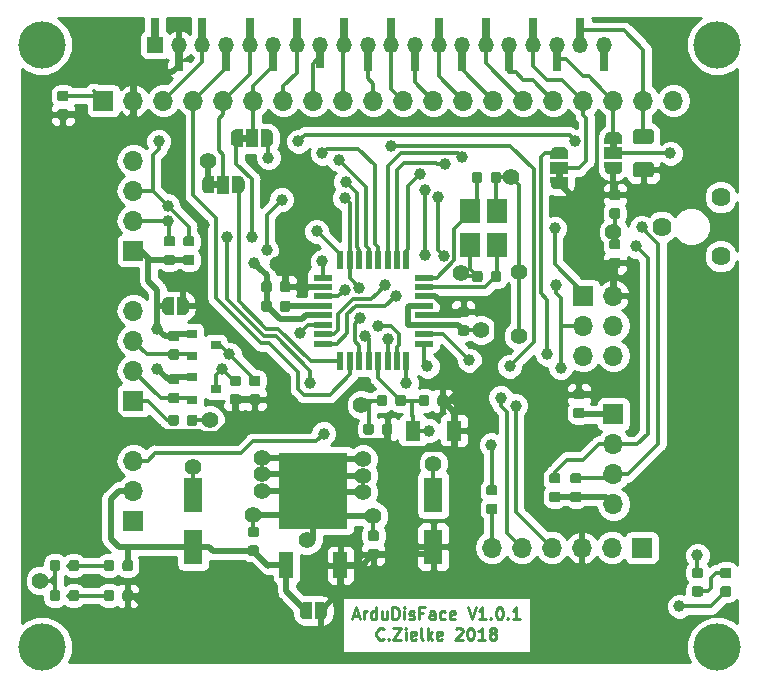
<source format=gtl>
G04 #@! TF.GenerationSoftware,KiCad,Pcbnew,(5.0.0)*
G04 #@! TF.CreationDate,2018-11-19T10:00:08+01:00*
G04 #@! TF.ProjectId,GrafikDisplay_K0108_V2,47726166696B446973706C61795F4B30,rev?*
G04 #@! TF.SameCoordinates,Original*
G04 #@! TF.FileFunction,Copper,L1,Top,Signal*
G04 #@! TF.FilePolarity,Positive*
%FSLAX46Y46*%
G04 Gerber Fmt 4.6, Leading zero omitted, Abs format (unit mm)*
G04 Created by KiCad (PCBNEW (5.0.0)) date 11/19/18 10:00:08*
%MOMM*%
%LPD*%
G01*
G04 APERTURE LIST*
G04 #@! TA.AperFunction,NonConductor*
%ADD10C,0.250000*%
G04 #@! TD*
G04 #@! TA.AperFunction,SMDPad,CuDef*
%ADD11R,1.800000X2.100000*%
G04 #@! TD*
G04 #@! TA.AperFunction,Conductor*
%ADD12C,0.100000*%
G04 #@! TD*
G04 #@! TA.AperFunction,SMDPad,CuDef*
%ADD13C,0.875000*%
G04 #@! TD*
G04 #@! TA.AperFunction,ComponentPad*
%ADD14O,1.700000X1.700000*%
G04 #@! TD*
G04 #@! TA.AperFunction,ComponentPad*
%ADD15R,1.700000X1.700000*%
G04 #@! TD*
G04 #@! TA.AperFunction,SMDPad,CuDef*
%ADD16C,0.500000*%
G04 #@! TD*
G04 #@! TA.AperFunction,SMDPad,CuDef*
%ADD17R,1.500000X1.000000*%
G04 #@! TD*
G04 #@! TA.AperFunction,SMDPad,CuDef*
%ADD18R,0.900000X0.800000*%
G04 #@! TD*
G04 #@! TA.AperFunction,SMDPad,CuDef*
%ADD19R,1.000000X1.500000*%
G04 #@! TD*
G04 #@! TA.AperFunction,SMDPad,CuDef*
%ADD20R,0.800000X2.000000*%
G04 #@! TD*
G04 #@! TA.AperFunction,WasherPad*
%ADD21C,4.000000*%
G04 #@! TD*
G04 #@! TA.AperFunction,ComponentPad*
%ADD22O,1.350000X1.350000*%
G04 #@! TD*
G04 #@! TA.AperFunction,ComponentPad*
%ADD23R,1.350000X1.350000*%
G04 #@! TD*
G04 #@! TA.AperFunction,ComponentPad*
%ADD24C,1.620000*%
G04 #@! TD*
G04 #@! TA.AperFunction,SMDPad,CuDef*
%ADD25C,1.250000*%
G04 #@! TD*
G04 #@! TA.AperFunction,SMDPad,CuDef*
%ADD26R,0.550000X1.600000*%
G04 #@! TD*
G04 #@! TA.AperFunction,SMDPad,CuDef*
%ADD27R,1.600000X0.550000*%
G04 #@! TD*
G04 #@! TA.AperFunction,SMDPad,CuDef*
%ADD28R,5.800000X6.400000*%
G04 #@! TD*
G04 #@! TA.AperFunction,SMDPad,CuDef*
%ADD29R,1.200000X2.200000*%
G04 #@! TD*
G04 #@! TA.AperFunction,SMDPad,CuDef*
%ADD30R,1.600000X3.000000*%
G04 #@! TD*
G04 #@! TA.AperFunction,SMDPad,CuDef*
%ADD31R,1.300000X1.700000*%
G04 #@! TD*
G04 #@! TA.AperFunction,ViaPad*
%ADD32C,1.400000*%
G04 #@! TD*
G04 #@! TA.AperFunction,ViaPad*
%ADD33C,1.000000*%
G04 #@! TD*
G04 #@! TA.AperFunction,Conductor*
%ADD34C,0.350000*%
G04 #@! TD*
G04 #@! TA.AperFunction,Conductor*
%ADD35C,0.500000*%
G04 #@! TD*
G04 #@! TA.AperFunction,Conductor*
%ADD36C,0.250000*%
G04 #@! TD*
G04 #@! TA.AperFunction,Conductor*
%ADD37C,0.254000*%
G04 #@! TD*
G04 APERTURE END LIST*
D10*
X128767480Y-95358266D02*
X129243671Y-95358266D01*
X128672242Y-95643980D02*
X129005576Y-94643980D01*
X129338909Y-95643980D01*
X129672242Y-95643980D02*
X129672242Y-94977314D01*
X129672242Y-95167790D02*
X129719861Y-95072552D01*
X129767480Y-95024933D01*
X129862719Y-94977314D01*
X129957957Y-94977314D01*
X130719861Y-95643980D02*
X130719861Y-94643980D01*
X130719861Y-95596361D02*
X130624623Y-95643980D01*
X130434147Y-95643980D01*
X130338909Y-95596361D01*
X130291290Y-95548742D01*
X130243671Y-95453504D01*
X130243671Y-95167790D01*
X130291290Y-95072552D01*
X130338909Y-95024933D01*
X130434147Y-94977314D01*
X130624623Y-94977314D01*
X130719861Y-95024933D01*
X131624623Y-94977314D02*
X131624623Y-95643980D01*
X131196052Y-94977314D02*
X131196052Y-95501123D01*
X131243671Y-95596361D01*
X131338909Y-95643980D01*
X131481766Y-95643980D01*
X131577004Y-95596361D01*
X131624623Y-95548742D01*
X132100814Y-95643980D02*
X132100814Y-94643980D01*
X132338909Y-94643980D01*
X132481766Y-94691600D01*
X132577004Y-94786838D01*
X132624623Y-94882076D01*
X132672242Y-95072552D01*
X132672242Y-95215409D01*
X132624623Y-95405885D01*
X132577004Y-95501123D01*
X132481766Y-95596361D01*
X132338909Y-95643980D01*
X132100814Y-95643980D01*
X133100814Y-95643980D02*
X133100814Y-94977314D01*
X133100814Y-94643980D02*
X133053195Y-94691600D01*
X133100814Y-94739219D01*
X133148433Y-94691600D01*
X133100814Y-94643980D01*
X133100814Y-94739219D01*
X133529385Y-95596361D02*
X133624623Y-95643980D01*
X133815099Y-95643980D01*
X133910338Y-95596361D01*
X133957957Y-95501123D01*
X133957957Y-95453504D01*
X133910338Y-95358266D01*
X133815099Y-95310647D01*
X133672242Y-95310647D01*
X133577004Y-95263028D01*
X133529385Y-95167790D01*
X133529385Y-95120171D01*
X133577004Y-95024933D01*
X133672242Y-94977314D01*
X133815099Y-94977314D01*
X133910338Y-95024933D01*
X134719861Y-95120171D02*
X134386528Y-95120171D01*
X134386528Y-95643980D02*
X134386528Y-94643980D01*
X134862719Y-94643980D01*
X135672242Y-95643980D02*
X135672242Y-95120171D01*
X135624623Y-95024933D01*
X135529385Y-94977314D01*
X135338909Y-94977314D01*
X135243671Y-95024933D01*
X135672242Y-95596361D02*
X135577004Y-95643980D01*
X135338909Y-95643980D01*
X135243671Y-95596361D01*
X135196052Y-95501123D01*
X135196052Y-95405885D01*
X135243671Y-95310647D01*
X135338909Y-95263028D01*
X135577004Y-95263028D01*
X135672242Y-95215409D01*
X136577004Y-95596361D02*
X136481766Y-95643980D01*
X136291290Y-95643980D01*
X136196052Y-95596361D01*
X136148433Y-95548742D01*
X136100814Y-95453504D01*
X136100814Y-95167790D01*
X136148433Y-95072552D01*
X136196052Y-95024933D01*
X136291290Y-94977314D01*
X136481766Y-94977314D01*
X136577004Y-95024933D01*
X137386528Y-95596361D02*
X137291290Y-95643980D01*
X137100814Y-95643980D01*
X137005576Y-95596361D01*
X136957957Y-95501123D01*
X136957957Y-95120171D01*
X137005576Y-95024933D01*
X137100814Y-94977314D01*
X137291290Y-94977314D01*
X137386528Y-95024933D01*
X137434147Y-95120171D01*
X137434147Y-95215409D01*
X136957957Y-95310647D01*
X138481766Y-94643980D02*
X138815099Y-95643980D01*
X139148433Y-94643980D01*
X140005576Y-95643980D02*
X139434147Y-95643980D01*
X139719861Y-95643980D02*
X139719861Y-94643980D01*
X139624623Y-94786838D01*
X139529385Y-94882076D01*
X139434147Y-94929695D01*
X140434147Y-95548742D02*
X140481766Y-95596361D01*
X140434147Y-95643980D01*
X140386528Y-95596361D01*
X140434147Y-95548742D01*
X140434147Y-95643980D01*
X141100814Y-94643980D02*
X141196052Y-94643980D01*
X141291290Y-94691600D01*
X141338909Y-94739219D01*
X141386528Y-94834457D01*
X141434147Y-95024933D01*
X141434147Y-95263028D01*
X141386528Y-95453504D01*
X141338909Y-95548742D01*
X141291290Y-95596361D01*
X141196052Y-95643980D01*
X141100814Y-95643980D01*
X141005576Y-95596361D01*
X140957957Y-95548742D01*
X140910338Y-95453504D01*
X140862719Y-95263028D01*
X140862719Y-95024933D01*
X140910338Y-94834457D01*
X140957957Y-94739219D01*
X141005576Y-94691600D01*
X141100814Y-94643980D01*
X141862719Y-95548742D02*
X141910338Y-95596361D01*
X141862719Y-95643980D01*
X141815099Y-95596361D01*
X141862719Y-95548742D01*
X141862719Y-95643980D01*
X142862719Y-95643980D02*
X142291290Y-95643980D01*
X142577004Y-95643980D02*
X142577004Y-94643980D01*
X142481766Y-94786838D01*
X142386528Y-94882076D01*
X142291290Y-94929695D01*
X131362719Y-97298742D02*
X131315100Y-97346361D01*
X131172242Y-97393980D01*
X131077004Y-97393980D01*
X130934147Y-97346361D01*
X130838909Y-97251123D01*
X130791290Y-97155885D01*
X130743671Y-96965409D01*
X130743671Y-96822552D01*
X130791290Y-96632076D01*
X130838909Y-96536838D01*
X130934147Y-96441600D01*
X131077004Y-96393980D01*
X131172242Y-96393980D01*
X131315100Y-96441600D01*
X131362719Y-96489219D01*
X131791290Y-97298742D02*
X131838909Y-97346361D01*
X131791290Y-97393980D01*
X131743671Y-97346361D01*
X131791290Y-97298742D01*
X131791290Y-97393980D01*
X132172242Y-96393980D02*
X132838909Y-96393980D01*
X132172242Y-97393980D01*
X132838909Y-97393980D01*
X133219861Y-97393980D02*
X133219861Y-96727314D01*
X133219861Y-96393980D02*
X133172242Y-96441600D01*
X133219861Y-96489219D01*
X133267480Y-96441600D01*
X133219861Y-96393980D01*
X133219861Y-96489219D01*
X134077004Y-97346361D02*
X133981766Y-97393980D01*
X133791290Y-97393980D01*
X133696052Y-97346361D01*
X133648433Y-97251123D01*
X133648433Y-96870171D01*
X133696052Y-96774933D01*
X133791290Y-96727314D01*
X133981766Y-96727314D01*
X134077004Y-96774933D01*
X134124623Y-96870171D01*
X134124623Y-96965409D01*
X133648433Y-97060647D01*
X134696052Y-97393980D02*
X134600814Y-97346361D01*
X134553195Y-97251123D01*
X134553195Y-96393980D01*
X135077004Y-97393980D02*
X135077004Y-96393980D01*
X135172242Y-97013028D02*
X135457957Y-97393980D01*
X135457957Y-96727314D02*
X135077004Y-97108266D01*
X136267480Y-97346361D02*
X136172242Y-97393980D01*
X135981766Y-97393980D01*
X135886528Y-97346361D01*
X135838909Y-97251123D01*
X135838909Y-96870171D01*
X135886528Y-96774933D01*
X135981766Y-96727314D01*
X136172242Y-96727314D01*
X136267480Y-96774933D01*
X136315100Y-96870171D01*
X136315100Y-96965409D01*
X135838909Y-97060647D01*
X137457957Y-96489219D02*
X137505576Y-96441600D01*
X137600814Y-96393980D01*
X137838909Y-96393980D01*
X137934147Y-96441600D01*
X137981766Y-96489219D01*
X138029385Y-96584457D01*
X138029385Y-96679695D01*
X137981766Y-96822552D01*
X137410338Y-97393980D01*
X138029385Y-97393980D01*
X138648433Y-96393980D02*
X138743671Y-96393980D01*
X138838909Y-96441600D01*
X138886528Y-96489219D01*
X138934147Y-96584457D01*
X138981766Y-96774933D01*
X138981766Y-97013028D01*
X138934147Y-97203504D01*
X138886528Y-97298742D01*
X138838909Y-97346361D01*
X138743671Y-97393980D01*
X138648433Y-97393980D01*
X138553195Y-97346361D01*
X138505576Y-97298742D01*
X138457957Y-97203504D01*
X138410338Y-97013028D01*
X138410338Y-96774933D01*
X138457957Y-96584457D01*
X138505576Y-96489219D01*
X138553195Y-96441600D01*
X138648433Y-96393980D01*
X139934147Y-97393980D02*
X139362719Y-97393980D01*
X139648433Y-97393980D02*
X139648433Y-96393980D01*
X139553195Y-96536838D01*
X139457957Y-96632076D01*
X139362719Y-96679695D01*
X140505576Y-96822552D02*
X140410338Y-96774933D01*
X140362719Y-96727314D01*
X140315100Y-96632076D01*
X140315100Y-96584457D01*
X140362719Y-96489219D01*
X140410338Y-96441600D01*
X140505576Y-96393980D01*
X140696052Y-96393980D01*
X140791290Y-96441600D01*
X140838909Y-96489219D01*
X140886528Y-96584457D01*
X140886528Y-96632076D01*
X140838909Y-96727314D01*
X140791290Y-96774933D01*
X140696052Y-96822552D01*
X140505576Y-96822552D01*
X140410338Y-96870171D01*
X140362719Y-96917790D01*
X140315100Y-97013028D01*
X140315100Y-97203504D01*
X140362719Y-97298742D01*
X140410338Y-97346361D01*
X140505576Y-97393980D01*
X140696052Y-97393980D01*
X140791290Y-97346361D01*
X140838909Y-97298742D01*
X140886528Y-97203504D01*
X140886528Y-97013028D01*
X140838909Y-96917790D01*
X140791290Y-96870171D01*
X140696052Y-96822552D01*
D11*
G04 #@! TO.P,Q1,4*
G04 #@! TO.N,GND*
X138679500Y-64008700D03*
G04 #@! TO.P,Q1,3*
G04 #@! TO.N,/XTAL2*
X138679500Y-61108700D03*
G04 #@! TO.P,Q1,2*
G04 #@! TO.N,GND*
X140979500Y-61108700D03*
G04 #@! TO.P,Q1,1*
G04 #@! TO.N,/XTAL1*
X140979500Y-64008700D03*
G04 #@! TD*
D12*
G04 #@! TO.N,GND*
G04 #@! TO.C,C16*
G36*
X115379791Y-78320653D02*
X115401026Y-78323803D01*
X115421850Y-78329019D01*
X115442062Y-78336251D01*
X115461468Y-78345430D01*
X115479881Y-78356466D01*
X115497124Y-78369254D01*
X115513030Y-78383670D01*
X115527446Y-78399576D01*
X115540234Y-78416819D01*
X115551270Y-78435232D01*
X115560449Y-78454638D01*
X115567681Y-78474850D01*
X115572897Y-78495674D01*
X115576047Y-78516909D01*
X115577100Y-78538350D01*
X115577100Y-79050850D01*
X115576047Y-79072291D01*
X115572897Y-79093526D01*
X115567681Y-79114350D01*
X115560449Y-79134562D01*
X115551270Y-79153968D01*
X115540234Y-79172381D01*
X115527446Y-79189624D01*
X115513030Y-79205530D01*
X115497124Y-79219946D01*
X115479881Y-79232734D01*
X115461468Y-79243770D01*
X115442062Y-79252949D01*
X115421850Y-79260181D01*
X115401026Y-79265397D01*
X115379791Y-79268547D01*
X115358350Y-79269600D01*
X114920850Y-79269600D01*
X114899409Y-79268547D01*
X114878174Y-79265397D01*
X114857350Y-79260181D01*
X114837138Y-79252949D01*
X114817732Y-79243770D01*
X114799319Y-79232734D01*
X114782076Y-79219946D01*
X114766170Y-79205530D01*
X114751754Y-79189624D01*
X114738966Y-79172381D01*
X114727930Y-79153968D01*
X114718751Y-79134562D01*
X114711519Y-79114350D01*
X114706303Y-79093526D01*
X114703153Y-79072291D01*
X114702100Y-79050850D01*
X114702100Y-78538350D01*
X114703153Y-78516909D01*
X114706303Y-78495674D01*
X114711519Y-78474850D01*
X114718751Y-78454638D01*
X114727930Y-78435232D01*
X114738966Y-78416819D01*
X114751754Y-78399576D01*
X114766170Y-78383670D01*
X114782076Y-78369254D01*
X114799319Y-78356466D01*
X114817732Y-78345430D01*
X114837138Y-78336251D01*
X114857350Y-78329019D01*
X114878174Y-78323803D01*
X114899409Y-78320653D01*
X114920850Y-78319600D01*
X115358350Y-78319600D01*
X115379791Y-78320653D01*
X115379791Y-78320653D01*
G37*
D13*
G04 #@! TD*
G04 #@! TO.P,C16,2*
G04 #@! TO.N,GND*
X115139600Y-78794600D03*
D12*
G04 #@! TO.N,+3V3*
G04 #@! TO.C,C16*
G36*
X113804791Y-78320653D02*
X113826026Y-78323803D01*
X113846850Y-78329019D01*
X113867062Y-78336251D01*
X113886468Y-78345430D01*
X113904881Y-78356466D01*
X113922124Y-78369254D01*
X113938030Y-78383670D01*
X113952446Y-78399576D01*
X113965234Y-78416819D01*
X113976270Y-78435232D01*
X113985449Y-78454638D01*
X113992681Y-78474850D01*
X113997897Y-78495674D01*
X114001047Y-78516909D01*
X114002100Y-78538350D01*
X114002100Y-79050850D01*
X114001047Y-79072291D01*
X113997897Y-79093526D01*
X113992681Y-79114350D01*
X113985449Y-79134562D01*
X113976270Y-79153968D01*
X113965234Y-79172381D01*
X113952446Y-79189624D01*
X113938030Y-79205530D01*
X113922124Y-79219946D01*
X113904881Y-79232734D01*
X113886468Y-79243770D01*
X113867062Y-79252949D01*
X113846850Y-79260181D01*
X113826026Y-79265397D01*
X113804791Y-79268547D01*
X113783350Y-79269600D01*
X113345850Y-79269600D01*
X113324409Y-79268547D01*
X113303174Y-79265397D01*
X113282350Y-79260181D01*
X113262138Y-79252949D01*
X113242732Y-79243770D01*
X113224319Y-79232734D01*
X113207076Y-79219946D01*
X113191170Y-79205530D01*
X113176754Y-79189624D01*
X113163966Y-79172381D01*
X113152930Y-79153968D01*
X113143751Y-79134562D01*
X113136519Y-79114350D01*
X113131303Y-79093526D01*
X113128153Y-79072291D01*
X113127100Y-79050850D01*
X113127100Y-78538350D01*
X113128153Y-78516909D01*
X113131303Y-78495674D01*
X113136519Y-78474850D01*
X113143751Y-78454638D01*
X113152930Y-78435232D01*
X113163966Y-78416819D01*
X113176754Y-78399576D01*
X113191170Y-78383670D01*
X113207076Y-78369254D01*
X113224319Y-78356466D01*
X113242732Y-78345430D01*
X113262138Y-78336251D01*
X113282350Y-78329019D01*
X113303174Y-78323803D01*
X113324409Y-78320653D01*
X113345850Y-78319600D01*
X113783350Y-78319600D01*
X113804791Y-78320653D01*
X113804791Y-78320653D01*
G37*
D13*
G04 #@! TD*
G04 #@! TO.P,C16,1*
G04 #@! TO.N,+3V3*
X113564600Y-78794600D03*
D14*
G04 #@! TO.P,X6,4*
G04 #@! TO.N,GND*
X150801100Y-85906600D03*
G04 #@! TO.P,X6,3*
G04 #@! TO.N,/A7*
X150801100Y-83366600D03*
G04 #@! TO.P,X6,2*
G04 #@! TO.N,/A6*
X150801100Y-80826600D03*
D15*
G04 #@! TO.P,X6,1*
G04 #@! TO.N,Net-(R15-Pad2)*
X150801100Y-78286600D03*
G04 #@! TD*
D12*
G04 #@! TO.N,GND*
G04 #@! TO.C,R13*
G36*
X146125791Y-84860653D02*
X146147026Y-84863803D01*
X146167850Y-84869019D01*
X146188062Y-84876251D01*
X146207468Y-84885430D01*
X146225881Y-84896466D01*
X146243124Y-84909254D01*
X146259030Y-84923670D01*
X146273446Y-84939576D01*
X146286234Y-84956819D01*
X146297270Y-84975232D01*
X146306449Y-84994638D01*
X146313681Y-85014850D01*
X146318897Y-85035674D01*
X146322047Y-85056909D01*
X146323100Y-85078350D01*
X146323100Y-85515850D01*
X146322047Y-85537291D01*
X146318897Y-85558526D01*
X146313681Y-85579350D01*
X146306449Y-85599562D01*
X146297270Y-85618968D01*
X146286234Y-85637381D01*
X146273446Y-85654624D01*
X146259030Y-85670530D01*
X146243124Y-85684946D01*
X146225881Y-85697734D01*
X146207468Y-85708770D01*
X146188062Y-85717949D01*
X146167850Y-85725181D01*
X146147026Y-85730397D01*
X146125791Y-85733547D01*
X146104350Y-85734600D01*
X145591850Y-85734600D01*
X145570409Y-85733547D01*
X145549174Y-85730397D01*
X145528350Y-85725181D01*
X145508138Y-85717949D01*
X145488732Y-85708770D01*
X145470319Y-85697734D01*
X145453076Y-85684946D01*
X145437170Y-85670530D01*
X145422754Y-85654624D01*
X145409966Y-85637381D01*
X145398930Y-85618968D01*
X145389751Y-85599562D01*
X145382519Y-85579350D01*
X145377303Y-85558526D01*
X145374153Y-85537291D01*
X145373100Y-85515850D01*
X145373100Y-85078350D01*
X145374153Y-85056909D01*
X145377303Y-85035674D01*
X145382519Y-85014850D01*
X145389751Y-84994638D01*
X145398930Y-84975232D01*
X145409966Y-84956819D01*
X145422754Y-84939576D01*
X145437170Y-84923670D01*
X145453076Y-84909254D01*
X145470319Y-84896466D01*
X145488732Y-84885430D01*
X145508138Y-84876251D01*
X145528350Y-84869019D01*
X145549174Y-84863803D01*
X145570409Y-84860653D01*
X145591850Y-84859600D01*
X146104350Y-84859600D01*
X146125791Y-84860653D01*
X146125791Y-84860653D01*
G37*
D13*
G04 #@! TD*
G04 #@! TO.P,R13,2*
G04 #@! TO.N,GND*
X145848100Y-85297100D03*
D12*
G04 #@! TO.N,/A6*
G04 #@! TO.C,R13*
G36*
X146125791Y-83285653D02*
X146147026Y-83288803D01*
X146167850Y-83294019D01*
X146188062Y-83301251D01*
X146207468Y-83310430D01*
X146225881Y-83321466D01*
X146243124Y-83334254D01*
X146259030Y-83348670D01*
X146273446Y-83364576D01*
X146286234Y-83381819D01*
X146297270Y-83400232D01*
X146306449Y-83419638D01*
X146313681Y-83439850D01*
X146318897Y-83460674D01*
X146322047Y-83481909D01*
X146323100Y-83503350D01*
X146323100Y-83940850D01*
X146322047Y-83962291D01*
X146318897Y-83983526D01*
X146313681Y-84004350D01*
X146306449Y-84024562D01*
X146297270Y-84043968D01*
X146286234Y-84062381D01*
X146273446Y-84079624D01*
X146259030Y-84095530D01*
X146243124Y-84109946D01*
X146225881Y-84122734D01*
X146207468Y-84133770D01*
X146188062Y-84142949D01*
X146167850Y-84150181D01*
X146147026Y-84155397D01*
X146125791Y-84158547D01*
X146104350Y-84159600D01*
X145591850Y-84159600D01*
X145570409Y-84158547D01*
X145549174Y-84155397D01*
X145528350Y-84150181D01*
X145508138Y-84142949D01*
X145488732Y-84133770D01*
X145470319Y-84122734D01*
X145453076Y-84109946D01*
X145437170Y-84095530D01*
X145422754Y-84079624D01*
X145409966Y-84062381D01*
X145398930Y-84043968D01*
X145389751Y-84024562D01*
X145382519Y-84004350D01*
X145377303Y-83983526D01*
X145374153Y-83962291D01*
X145373100Y-83940850D01*
X145373100Y-83503350D01*
X145374153Y-83481909D01*
X145377303Y-83460674D01*
X145382519Y-83439850D01*
X145389751Y-83419638D01*
X145398930Y-83400232D01*
X145409966Y-83381819D01*
X145422754Y-83364576D01*
X145437170Y-83348670D01*
X145453076Y-83334254D01*
X145470319Y-83321466D01*
X145488732Y-83310430D01*
X145508138Y-83301251D01*
X145528350Y-83294019D01*
X145549174Y-83288803D01*
X145570409Y-83285653D01*
X145591850Y-83284600D01*
X146104350Y-83284600D01*
X146125791Y-83285653D01*
X146125791Y-83285653D01*
G37*
D13*
G04 #@! TD*
G04 #@! TO.P,R13,1*
G04 #@! TO.N,/A6*
X145848100Y-83722100D03*
D12*
G04 #@! TO.N,GND*
G04 #@! TO.C,R14*
G36*
X147903791Y-84860653D02*
X147925026Y-84863803D01*
X147945850Y-84869019D01*
X147966062Y-84876251D01*
X147985468Y-84885430D01*
X148003881Y-84896466D01*
X148021124Y-84909254D01*
X148037030Y-84923670D01*
X148051446Y-84939576D01*
X148064234Y-84956819D01*
X148075270Y-84975232D01*
X148084449Y-84994638D01*
X148091681Y-85014850D01*
X148096897Y-85035674D01*
X148100047Y-85056909D01*
X148101100Y-85078350D01*
X148101100Y-85515850D01*
X148100047Y-85537291D01*
X148096897Y-85558526D01*
X148091681Y-85579350D01*
X148084449Y-85599562D01*
X148075270Y-85618968D01*
X148064234Y-85637381D01*
X148051446Y-85654624D01*
X148037030Y-85670530D01*
X148021124Y-85684946D01*
X148003881Y-85697734D01*
X147985468Y-85708770D01*
X147966062Y-85717949D01*
X147945850Y-85725181D01*
X147925026Y-85730397D01*
X147903791Y-85733547D01*
X147882350Y-85734600D01*
X147369850Y-85734600D01*
X147348409Y-85733547D01*
X147327174Y-85730397D01*
X147306350Y-85725181D01*
X147286138Y-85717949D01*
X147266732Y-85708770D01*
X147248319Y-85697734D01*
X147231076Y-85684946D01*
X147215170Y-85670530D01*
X147200754Y-85654624D01*
X147187966Y-85637381D01*
X147176930Y-85618968D01*
X147167751Y-85599562D01*
X147160519Y-85579350D01*
X147155303Y-85558526D01*
X147152153Y-85537291D01*
X147151100Y-85515850D01*
X147151100Y-85078350D01*
X147152153Y-85056909D01*
X147155303Y-85035674D01*
X147160519Y-85014850D01*
X147167751Y-84994638D01*
X147176930Y-84975232D01*
X147187966Y-84956819D01*
X147200754Y-84939576D01*
X147215170Y-84923670D01*
X147231076Y-84909254D01*
X147248319Y-84896466D01*
X147266732Y-84885430D01*
X147286138Y-84876251D01*
X147306350Y-84869019D01*
X147327174Y-84863803D01*
X147348409Y-84860653D01*
X147369850Y-84859600D01*
X147882350Y-84859600D01*
X147903791Y-84860653D01*
X147903791Y-84860653D01*
G37*
D13*
G04 #@! TD*
G04 #@! TO.P,R14,2*
G04 #@! TO.N,GND*
X147626100Y-85297100D03*
D12*
G04 #@! TO.N,/A7*
G04 #@! TO.C,R14*
G36*
X147903791Y-83285653D02*
X147925026Y-83288803D01*
X147945850Y-83294019D01*
X147966062Y-83301251D01*
X147985468Y-83310430D01*
X148003881Y-83321466D01*
X148021124Y-83334254D01*
X148037030Y-83348670D01*
X148051446Y-83364576D01*
X148064234Y-83381819D01*
X148075270Y-83400232D01*
X148084449Y-83419638D01*
X148091681Y-83439850D01*
X148096897Y-83460674D01*
X148100047Y-83481909D01*
X148101100Y-83503350D01*
X148101100Y-83940850D01*
X148100047Y-83962291D01*
X148096897Y-83983526D01*
X148091681Y-84004350D01*
X148084449Y-84024562D01*
X148075270Y-84043968D01*
X148064234Y-84062381D01*
X148051446Y-84079624D01*
X148037030Y-84095530D01*
X148021124Y-84109946D01*
X148003881Y-84122734D01*
X147985468Y-84133770D01*
X147966062Y-84142949D01*
X147945850Y-84150181D01*
X147925026Y-84155397D01*
X147903791Y-84158547D01*
X147882350Y-84159600D01*
X147369850Y-84159600D01*
X147348409Y-84158547D01*
X147327174Y-84155397D01*
X147306350Y-84150181D01*
X147286138Y-84142949D01*
X147266732Y-84133770D01*
X147248319Y-84122734D01*
X147231076Y-84109946D01*
X147215170Y-84095530D01*
X147200754Y-84079624D01*
X147187966Y-84062381D01*
X147176930Y-84043968D01*
X147167751Y-84024562D01*
X147160519Y-84004350D01*
X147155303Y-83983526D01*
X147152153Y-83962291D01*
X147151100Y-83940850D01*
X147151100Y-83503350D01*
X147152153Y-83481909D01*
X147155303Y-83460674D01*
X147160519Y-83439850D01*
X147167751Y-83419638D01*
X147176930Y-83400232D01*
X147187966Y-83381819D01*
X147200754Y-83364576D01*
X147215170Y-83348670D01*
X147231076Y-83334254D01*
X147248319Y-83321466D01*
X147266732Y-83310430D01*
X147286138Y-83301251D01*
X147306350Y-83294019D01*
X147327174Y-83288803D01*
X147348409Y-83285653D01*
X147369850Y-83284600D01*
X147882350Y-83284600D01*
X147903791Y-83285653D01*
X147903791Y-83285653D01*
G37*
D13*
G04 #@! TD*
G04 #@! TO.P,R14,1*
G04 #@! TO.N,/A7*
X147626100Y-83722100D03*
D12*
G04 #@! TO.N,Net-(R15-Pad2)*
G04 #@! TO.C,R15*
G36*
X148157791Y-77748653D02*
X148179026Y-77751803D01*
X148199850Y-77757019D01*
X148220062Y-77764251D01*
X148239468Y-77773430D01*
X148257881Y-77784466D01*
X148275124Y-77797254D01*
X148291030Y-77811670D01*
X148305446Y-77827576D01*
X148318234Y-77844819D01*
X148329270Y-77863232D01*
X148338449Y-77882638D01*
X148345681Y-77902850D01*
X148350897Y-77923674D01*
X148354047Y-77944909D01*
X148355100Y-77966350D01*
X148355100Y-78403850D01*
X148354047Y-78425291D01*
X148350897Y-78446526D01*
X148345681Y-78467350D01*
X148338449Y-78487562D01*
X148329270Y-78506968D01*
X148318234Y-78525381D01*
X148305446Y-78542624D01*
X148291030Y-78558530D01*
X148275124Y-78572946D01*
X148257881Y-78585734D01*
X148239468Y-78596770D01*
X148220062Y-78605949D01*
X148199850Y-78613181D01*
X148179026Y-78618397D01*
X148157791Y-78621547D01*
X148136350Y-78622600D01*
X147623850Y-78622600D01*
X147602409Y-78621547D01*
X147581174Y-78618397D01*
X147560350Y-78613181D01*
X147540138Y-78605949D01*
X147520732Y-78596770D01*
X147502319Y-78585734D01*
X147485076Y-78572946D01*
X147469170Y-78558530D01*
X147454754Y-78542624D01*
X147441966Y-78525381D01*
X147430930Y-78506968D01*
X147421751Y-78487562D01*
X147414519Y-78467350D01*
X147409303Y-78446526D01*
X147406153Y-78425291D01*
X147405100Y-78403850D01*
X147405100Y-77966350D01*
X147406153Y-77944909D01*
X147409303Y-77923674D01*
X147414519Y-77902850D01*
X147421751Y-77882638D01*
X147430930Y-77863232D01*
X147441966Y-77844819D01*
X147454754Y-77827576D01*
X147469170Y-77811670D01*
X147485076Y-77797254D01*
X147502319Y-77784466D01*
X147520732Y-77773430D01*
X147540138Y-77764251D01*
X147560350Y-77757019D01*
X147581174Y-77751803D01*
X147602409Y-77748653D01*
X147623850Y-77747600D01*
X148136350Y-77747600D01*
X148157791Y-77748653D01*
X148157791Y-77748653D01*
G37*
D13*
G04 #@! TD*
G04 #@! TO.P,R15,2*
G04 #@! TO.N,Net-(R15-Pad2)*
X147880100Y-78185100D03*
D12*
G04 #@! TO.N,VCC*
G04 #@! TO.C,R15*
G36*
X148157791Y-76173653D02*
X148179026Y-76176803D01*
X148199850Y-76182019D01*
X148220062Y-76189251D01*
X148239468Y-76198430D01*
X148257881Y-76209466D01*
X148275124Y-76222254D01*
X148291030Y-76236670D01*
X148305446Y-76252576D01*
X148318234Y-76269819D01*
X148329270Y-76288232D01*
X148338449Y-76307638D01*
X148345681Y-76327850D01*
X148350897Y-76348674D01*
X148354047Y-76369909D01*
X148355100Y-76391350D01*
X148355100Y-76828850D01*
X148354047Y-76850291D01*
X148350897Y-76871526D01*
X148345681Y-76892350D01*
X148338449Y-76912562D01*
X148329270Y-76931968D01*
X148318234Y-76950381D01*
X148305446Y-76967624D01*
X148291030Y-76983530D01*
X148275124Y-76997946D01*
X148257881Y-77010734D01*
X148239468Y-77021770D01*
X148220062Y-77030949D01*
X148199850Y-77038181D01*
X148179026Y-77043397D01*
X148157791Y-77046547D01*
X148136350Y-77047600D01*
X147623850Y-77047600D01*
X147602409Y-77046547D01*
X147581174Y-77043397D01*
X147560350Y-77038181D01*
X147540138Y-77030949D01*
X147520732Y-77021770D01*
X147502319Y-77010734D01*
X147485076Y-76997946D01*
X147469170Y-76983530D01*
X147454754Y-76967624D01*
X147441966Y-76950381D01*
X147430930Y-76931968D01*
X147421751Y-76912562D01*
X147414519Y-76892350D01*
X147409303Y-76871526D01*
X147406153Y-76850291D01*
X147405100Y-76828850D01*
X147405100Y-76391350D01*
X147406153Y-76369909D01*
X147409303Y-76348674D01*
X147414519Y-76327850D01*
X147421751Y-76307638D01*
X147430930Y-76288232D01*
X147441966Y-76269819D01*
X147454754Y-76252576D01*
X147469170Y-76236670D01*
X147485076Y-76222254D01*
X147502319Y-76209466D01*
X147520732Y-76198430D01*
X147540138Y-76189251D01*
X147560350Y-76182019D01*
X147581174Y-76176803D01*
X147602409Y-76173653D01*
X147623850Y-76172600D01*
X148136350Y-76172600D01*
X148157791Y-76173653D01*
X148157791Y-76173653D01*
G37*
D13*
G04 #@! TD*
G04 #@! TO.P,R15,1*
G04 #@! TO.N,VCC*
X147880100Y-76610100D03*
D14*
G04 #@! TO.P,X2,6*
G04 #@! TO.N,GND*
X150801100Y-73333600D03*
G04 #@! TO.P,X2,5*
G04 #@! TO.N,/RESET*
X148261100Y-73333600D03*
G04 #@! TO.P,X2,4*
G04 #@! TO.N,/D11*
X150801100Y-70793600D03*
G04 #@! TO.P,X2,3*
G04 #@! TO.N,/D13*
X148261100Y-70793600D03*
G04 #@! TO.P,X2,2*
G04 #@! TO.N,VCC*
X150801100Y-68253600D03*
D15*
G04 #@! TO.P,X2,1*
G04 #@! TO.N,/D12*
X148261100Y-68253600D03*
G04 #@! TD*
D16*
G04 #@! TO.P,JP6,2*
G04 #@! TO.N,+3V3*
X113067100Y-69142600D03*
D12*
G04 #@! TD*
G04 #@! TO.N,+3V3*
G04 #@! TO.C,JP6*
G36*
X113067100Y-69891998D02*
X113042566Y-69891998D01*
X112993735Y-69887188D01*
X112945610Y-69877616D01*
X112898655Y-69863372D01*
X112853322Y-69844595D01*
X112810049Y-69821464D01*
X112769250Y-69794204D01*
X112731321Y-69763076D01*
X112696624Y-69728379D01*
X112665496Y-69690450D01*
X112638236Y-69649651D01*
X112615105Y-69606378D01*
X112596328Y-69561045D01*
X112582084Y-69514090D01*
X112572512Y-69465965D01*
X112567702Y-69417134D01*
X112567702Y-69392600D01*
X112567100Y-69392600D01*
X112567100Y-68892600D01*
X112567702Y-68892600D01*
X112567702Y-68868066D01*
X112572512Y-68819235D01*
X112582084Y-68771110D01*
X112596328Y-68724155D01*
X112615105Y-68678822D01*
X112638236Y-68635549D01*
X112665496Y-68594750D01*
X112696624Y-68556821D01*
X112731321Y-68522124D01*
X112769250Y-68490996D01*
X112810049Y-68463736D01*
X112853322Y-68440605D01*
X112898655Y-68421828D01*
X112945610Y-68407584D01*
X112993735Y-68398012D01*
X113042566Y-68393202D01*
X113067100Y-68393202D01*
X113067100Y-68392600D01*
X113567100Y-68392600D01*
X113567100Y-69892600D01*
X113067100Y-69892600D01*
X113067100Y-69891998D01*
X113067100Y-69891998D01*
G37*
D16*
G04 #@! TO.P,JP6,1*
G04 #@! TO.N,VCC*
X114367100Y-69142600D03*
D12*
G04 #@! TD*
G04 #@! TO.N,VCC*
G04 #@! TO.C,JP6*
G36*
X113867100Y-68392600D02*
X114367100Y-68392600D01*
X114367100Y-68393202D01*
X114391634Y-68393202D01*
X114440465Y-68398012D01*
X114488590Y-68407584D01*
X114535545Y-68421828D01*
X114580878Y-68440605D01*
X114624151Y-68463736D01*
X114664950Y-68490996D01*
X114702879Y-68522124D01*
X114737576Y-68556821D01*
X114768704Y-68594750D01*
X114795964Y-68635549D01*
X114819095Y-68678822D01*
X114837872Y-68724155D01*
X114852116Y-68771110D01*
X114861688Y-68819235D01*
X114866498Y-68868066D01*
X114866498Y-68892600D01*
X114867100Y-68892600D01*
X114867100Y-69392600D01*
X114866498Y-69392600D01*
X114866498Y-69417134D01*
X114861688Y-69465965D01*
X114852116Y-69514090D01*
X114837872Y-69561045D01*
X114819095Y-69606378D01*
X114795964Y-69649651D01*
X114768704Y-69690450D01*
X114737576Y-69728379D01*
X114702879Y-69763076D01*
X114664950Y-69794204D01*
X114624151Y-69821464D01*
X114580878Y-69844595D01*
X114535545Y-69863372D01*
X114488590Y-69877616D01*
X114440465Y-69887188D01*
X114391634Y-69891998D01*
X114367100Y-69891998D01*
X114367100Y-69892600D01*
X113867100Y-69892600D01*
X113867100Y-68392600D01*
X113867100Y-68392600D01*
G37*
G04 #@! TO.N,/A5*
G04 #@! TO.C,R11*
G36*
X113486791Y-63219653D02*
X113508026Y-63222803D01*
X113528850Y-63228019D01*
X113549062Y-63235251D01*
X113568468Y-63244430D01*
X113586881Y-63255466D01*
X113604124Y-63268254D01*
X113620030Y-63282670D01*
X113634446Y-63298576D01*
X113647234Y-63315819D01*
X113658270Y-63334232D01*
X113667449Y-63353638D01*
X113674681Y-63373850D01*
X113679897Y-63394674D01*
X113683047Y-63415909D01*
X113684100Y-63437350D01*
X113684100Y-63874850D01*
X113683047Y-63896291D01*
X113679897Y-63917526D01*
X113674681Y-63938350D01*
X113667449Y-63958562D01*
X113658270Y-63977968D01*
X113647234Y-63996381D01*
X113634446Y-64013624D01*
X113620030Y-64029530D01*
X113604124Y-64043946D01*
X113586881Y-64056734D01*
X113568468Y-64067770D01*
X113549062Y-64076949D01*
X113528850Y-64084181D01*
X113508026Y-64089397D01*
X113486791Y-64092547D01*
X113465350Y-64093600D01*
X112952850Y-64093600D01*
X112931409Y-64092547D01*
X112910174Y-64089397D01*
X112889350Y-64084181D01*
X112869138Y-64076949D01*
X112849732Y-64067770D01*
X112831319Y-64056734D01*
X112814076Y-64043946D01*
X112798170Y-64029530D01*
X112783754Y-64013624D01*
X112770966Y-63996381D01*
X112759930Y-63977968D01*
X112750751Y-63958562D01*
X112743519Y-63938350D01*
X112738303Y-63917526D01*
X112735153Y-63896291D01*
X112734100Y-63874850D01*
X112734100Y-63437350D01*
X112735153Y-63415909D01*
X112738303Y-63394674D01*
X112743519Y-63373850D01*
X112750751Y-63353638D01*
X112759930Y-63334232D01*
X112770966Y-63315819D01*
X112783754Y-63298576D01*
X112798170Y-63282670D01*
X112814076Y-63268254D01*
X112831319Y-63255466D01*
X112849732Y-63244430D01*
X112869138Y-63235251D01*
X112889350Y-63228019D01*
X112910174Y-63222803D01*
X112931409Y-63219653D01*
X112952850Y-63218600D01*
X113465350Y-63218600D01*
X113486791Y-63219653D01*
X113486791Y-63219653D01*
G37*
D13*
G04 #@! TD*
G04 #@! TO.P,R11,2*
G04 #@! TO.N,/A5*
X113209100Y-63656100D03*
D12*
G04 #@! TO.N,+3V3*
G04 #@! TO.C,R11*
G36*
X113486791Y-64794653D02*
X113508026Y-64797803D01*
X113528850Y-64803019D01*
X113549062Y-64810251D01*
X113568468Y-64819430D01*
X113586881Y-64830466D01*
X113604124Y-64843254D01*
X113620030Y-64857670D01*
X113634446Y-64873576D01*
X113647234Y-64890819D01*
X113658270Y-64909232D01*
X113667449Y-64928638D01*
X113674681Y-64948850D01*
X113679897Y-64969674D01*
X113683047Y-64990909D01*
X113684100Y-65012350D01*
X113684100Y-65449850D01*
X113683047Y-65471291D01*
X113679897Y-65492526D01*
X113674681Y-65513350D01*
X113667449Y-65533562D01*
X113658270Y-65552968D01*
X113647234Y-65571381D01*
X113634446Y-65588624D01*
X113620030Y-65604530D01*
X113604124Y-65618946D01*
X113586881Y-65631734D01*
X113568468Y-65642770D01*
X113549062Y-65651949D01*
X113528850Y-65659181D01*
X113508026Y-65664397D01*
X113486791Y-65667547D01*
X113465350Y-65668600D01*
X112952850Y-65668600D01*
X112931409Y-65667547D01*
X112910174Y-65664397D01*
X112889350Y-65659181D01*
X112869138Y-65651949D01*
X112849732Y-65642770D01*
X112831319Y-65631734D01*
X112814076Y-65618946D01*
X112798170Y-65604530D01*
X112783754Y-65588624D01*
X112770966Y-65571381D01*
X112759930Y-65552968D01*
X112750751Y-65533562D01*
X112743519Y-65513350D01*
X112738303Y-65492526D01*
X112735153Y-65471291D01*
X112734100Y-65449850D01*
X112734100Y-65012350D01*
X112735153Y-64990909D01*
X112738303Y-64969674D01*
X112743519Y-64948850D01*
X112750751Y-64928638D01*
X112759930Y-64909232D01*
X112770966Y-64890819D01*
X112783754Y-64873576D01*
X112798170Y-64857670D01*
X112814076Y-64843254D01*
X112831319Y-64830466D01*
X112849732Y-64819430D01*
X112869138Y-64810251D01*
X112889350Y-64803019D01*
X112910174Y-64797803D01*
X112931409Y-64794653D01*
X112952850Y-64793600D01*
X113465350Y-64793600D01*
X113486791Y-64794653D01*
X113486791Y-64794653D01*
G37*
D13*
G04 #@! TD*
G04 #@! TO.P,R11,1*
G04 #@! TO.N,+3V3*
X113209100Y-65231100D03*
D12*
G04 #@! TO.N,/A4*
G04 #@! TO.C,R12*
G36*
X115137791Y-63219653D02*
X115159026Y-63222803D01*
X115179850Y-63228019D01*
X115200062Y-63235251D01*
X115219468Y-63244430D01*
X115237881Y-63255466D01*
X115255124Y-63268254D01*
X115271030Y-63282670D01*
X115285446Y-63298576D01*
X115298234Y-63315819D01*
X115309270Y-63334232D01*
X115318449Y-63353638D01*
X115325681Y-63373850D01*
X115330897Y-63394674D01*
X115334047Y-63415909D01*
X115335100Y-63437350D01*
X115335100Y-63874850D01*
X115334047Y-63896291D01*
X115330897Y-63917526D01*
X115325681Y-63938350D01*
X115318449Y-63958562D01*
X115309270Y-63977968D01*
X115298234Y-63996381D01*
X115285446Y-64013624D01*
X115271030Y-64029530D01*
X115255124Y-64043946D01*
X115237881Y-64056734D01*
X115219468Y-64067770D01*
X115200062Y-64076949D01*
X115179850Y-64084181D01*
X115159026Y-64089397D01*
X115137791Y-64092547D01*
X115116350Y-64093600D01*
X114603850Y-64093600D01*
X114582409Y-64092547D01*
X114561174Y-64089397D01*
X114540350Y-64084181D01*
X114520138Y-64076949D01*
X114500732Y-64067770D01*
X114482319Y-64056734D01*
X114465076Y-64043946D01*
X114449170Y-64029530D01*
X114434754Y-64013624D01*
X114421966Y-63996381D01*
X114410930Y-63977968D01*
X114401751Y-63958562D01*
X114394519Y-63938350D01*
X114389303Y-63917526D01*
X114386153Y-63896291D01*
X114385100Y-63874850D01*
X114385100Y-63437350D01*
X114386153Y-63415909D01*
X114389303Y-63394674D01*
X114394519Y-63373850D01*
X114401751Y-63353638D01*
X114410930Y-63334232D01*
X114421966Y-63315819D01*
X114434754Y-63298576D01*
X114449170Y-63282670D01*
X114465076Y-63268254D01*
X114482319Y-63255466D01*
X114500732Y-63244430D01*
X114520138Y-63235251D01*
X114540350Y-63228019D01*
X114561174Y-63222803D01*
X114582409Y-63219653D01*
X114603850Y-63218600D01*
X115116350Y-63218600D01*
X115137791Y-63219653D01*
X115137791Y-63219653D01*
G37*
D13*
G04 #@! TD*
G04 #@! TO.P,R12,2*
G04 #@! TO.N,/A4*
X114860100Y-63656100D03*
D12*
G04 #@! TO.N,+3V3*
G04 #@! TO.C,R12*
G36*
X115137791Y-64794653D02*
X115159026Y-64797803D01*
X115179850Y-64803019D01*
X115200062Y-64810251D01*
X115219468Y-64819430D01*
X115237881Y-64830466D01*
X115255124Y-64843254D01*
X115271030Y-64857670D01*
X115285446Y-64873576D01*
X115298234Y-64890819D01*
X115309270Y-64909232D01*
X115318449Y-64928638D01*
X115325681Y-64948850D01*
X115330897Y-64969674D01*
X115334047Y-64990909D01*
X115335100Y-65012350D01*
X115335100Y-65449850D01*
X115334047Y-65471291D01*
X115330897Y-65492526D01*
X115325681Y-65513350D01*
X115318449Y-65533562D01*
X115309270Y-65552968D01*
X115298234Y-65571381D01*
X115285446Y-65588624D01*
X115271030Y-65604530D01*
X115255124Y-65618946D01*
X115237881Y-65631734D01*
X115219468Y-65642770D01*
X115200062Y-65651949D01*
X115179850Y-65659181D01*
X115159026Y-65664397D01*
X115137791Y-65667547D01*
X115116350Y-65668600D01*
X114603850Y-65668600D01*
X114582409Y-65667547D01*
X114561174Y-65664397D01*
X114540350Y-65659181D01*
X114520138Y-65651949D01*
X114500732Y-65642770D01*
X114482319Y-65631734D01*
X114465076Y-65618946D01*
X114449170Y-65604530D01*
X114434754Y-65588624D01*
X114421966Y-65571381D01*
X114410930Y-65552968D01*
X114401751Y-65533562D01*
X114394519Y-65513350D01*
X114389303Y-65492526D01*
X114386153Y-65471291D01*
X114385100Y-65449850D01*
X114385100Y-65012350D01*
X114386153Y-64990909D01*
X114389303Y-64969674D01*
X114394519Y-64948850D01*
X114401751Y-64928638D01*
X114410930Y-64909232D01*
X114421966Y-64890819D01*
X114434754Y-64873576D01*
X114449170Y-64857670D01*
X114465076Y-64843254D01*
X114482319Y-64830466D01*
X114500732Y-64819430D01*
X114520138Y-64810251D01*
X114540350Y-64803019D01*
X114561174Y-64797803D01*
X114582409Y-64794653D01*
X114603850Y-64793600D01*
X115116350Y-64793600D01*
X115137791Y-64794653D01*
X115137791Y-64794653D01*
G37*
D13*
G04 #@! TD*
G04 #@! TO.P,R12,1*
G04 #@! TO.N,+3V3*
X114860100Y-65231100D03*
D12*
G04 #@! TO.N,Net-(Q2-Pad2)*
G04 #@! TO.C,R9*
G36*
X113867791Y-76478653D02*
X113889026Y-76481803D01*
X113909850Y-76487019D01*
X113930062Y-76494251D01*
X113949468Y-76503430D01*
X113967881Y-76514466D01*
X113985124Y-76527254D01*
X114001030Y-76541670D01*
X114015446Y-76557576D01*
X114028234Y-76574819D01*
X114039270Y-76593232D01*
X114048449Y-76612638D01*
X114055681Y-76632850D01*
X114060897Y-76653674D01*
X114064047Y-76674909D01*
X114065100Y-76696350D01*
X114065100Y-77133850D01*
X114064047Y-77155291D01*
X114060897Y-77176526D01*
X114055681Y-77197350D01*
X114048449Y-77217562D01*
X114039270Y-77236968D01*
X114028234Y-77255381D01*
X114015446Y-77272624D01*
X114001030Y-77288530D01*
X113985124Y-77302946D01*
X113967881Y-77315734D01*
X113949468Y-77326770D01*
X113930062Y-77335949D01*
X113909850Y-77343181D01*
X113889026Y-77348397D01*
X113867791Y-77351547D01*
X113846350Y-77352600D01*
X113333850Y-77352600D01*
X113312409Y-77351547D01*
X113291174Y-77348397D01*
X113270350Y-77343181D01*
X113250138Y-77335949D01*
X113230732Y-77326770D01*
X113212319Y-77315734D01*
X113195076Y-77302946D01*
X113179170Y-77288530D01*
X113164754Y-77272624D01*
X113151966Y-77255381D01*
X113140930Y-77236968D01*
X113131751Y-77217562D01*
X113124519Y-77197350D01*
X113119303Y-77176526D01*
X113116153Y-77155291D01*
X113115100Y-77133850D01*
X113115100Y-76696350D01*
X113116153Y-76674909D01*
X113119303Y-76653674D01*
X113124519Y-76632850D01*
X113131751Y-76612638D01*
X113140930Y-76593232D01*
X113151966Y-76574819D01*
X113164754Y-76557576D01*
X113179170Y-76541670D01*
X113195076Y-76527254D01*
X113212319Y-76514466D01*
X113230732Y-76503430D01*
X113250138Y-76494251D01*
X113270350Y-76487019D01*
X113291174Y-76481803D01*
X113312409Y-76478653D01*
X113333850Y-76477600D01*
X113846350Y-76477600D01*
X113867791Y-76478653D01*
X113867791Y-76478653D01*
G37*
D13*
G04 #@! TD*
G04 #@! TO.P,R9,2*
G04 #@! TO.N,Net-(Q2-Pad2)*
X113590100Y-76915100D03*
D12*
G04 #@! TO.N,+3V3*
G04 #@! TO.C,R9*
G36*
X113867791Y-74903653D02*
X113889026Y-74906803D01*
X113909850Y-74912019D01*
X113930062Y-74919251D01*
X113949468Y-74928430D01*
X113967881Y-74939466D01*
X113985124Y-74952254D01*
X114001030Y-74966670D01*
X114015446Y-74982576D01*
X114028234Y-74999819D01*
X114039270Y-75018232D01*
X114048449Y-75037638D01*
X114055681Y-75057850D01*
X114060897Y-75078674D01*
X114064047Y-75099909D01*
X114065100Y-75121350D01*
X114065100Y-75558850D01*
X114064047Y-75580291D01*
X114060897Y-75601526D01*
X114055681Y-75622350D01*
X114048449Y-75642562D01*
X114039270Y-75661968D01*
X114028234Y-75680381D01*
X114015446Y-75697624D01*
X114001030Y-75713530D01*
X113985124Y-75727946D01*
X113967881Y-75740734D01*
X113949468Y-75751770D01*
X113930062Y-75760949D01*
X113909850Y-75768181D01*
X113889026Y-75773397D01*
X113867791Y-75776547D01*
X113846350Y-75777600D01*
X113333850Y-75777600D01*
X113312409Y-75776547D01*
X113291174Y-75773397D01*
X113270350Y-75768181D01*
X113250138Y-75760949D01*
X113230732Y-75751770D01*
X113212319Y-75740734D01*
X113195076Y-75727946D01*
X113179170Y-75713530D01*
X113164754Y-75697624D01*
X113151966Y-75680381D01*
X113140930Y-75661968D01*
X113131751Y-75642562D01*
X113124519Y-75622350D01*
X113119303Y-75601526D01*
X113116153Y-75580291D01*
X113115100Y-75558850D01*
X113115100Y-75121350D01*
X113116153Y-75099909D01*
X113119303Y-75078674D01*
X113124519Y-75057850D01*
X113131751Y-75037638D01*
X113140930Y-75018232D01*
X113151966Y-74999819D01*
X113164754Y-74982576D01*
X113179170Y-74966670D01*
X113195076Y-74952254D01*
X113212319Y-74939466D01*
X113230732Y-74928430D01*
X113250138Y-74919251D01*
X113270350Y-74912019D01*
X113291174Y-74906803D01*
X113312409Y-74903653D01*
X113333850Y-74902600D01*
X113846350Y-74902600D01*
X113867791Y-74903653D01*
X113867791Y-74903653D01*
G37*
D13*
G04 #@! TD*
G04 #@! TO.P,R9,1*
G04 #@! TO.N,+3V3*
X113590100Y-75340100D03*
D12*
G04 #@! TO.N,Net-(Q4-Pad2)*
G04 #@! TO.C,R10*
G36*
X113867791Y-72795653D02*
X113889026Y-72798803D01*
X113909850Y-72804019D01*
X113930062Y-72811251D01*
X113949468Y-72820430D01*
X113967881Y-72831466D01*
X113985124Y-72844254D01*
X114001030Y-72858670D01*
X114015446Y-72874576D01*
X114028234Y-72891819D01*
X114039270Y-72910232D01*
X114048449Y-72929638D01*
X114055681Y-72949850D01*
X114060897Y-72970674D01*
X114064047Y-72991909D01*
X114065100Y-73013350D01*
X114065100Y-73450850D01*
X114064047Y-73472291D01*
X114060897Y-73493526D01*
X114055681Y-73514350D01*
X114048449Y-73534562D01*
X114039270Y-73553968D01*
X114028234Y-73572381D01*
X114015446Y-73589624D01*
X114001030Y-73605530D01*
X113985124Y-73619946D01*
X113967881Y-73632734D01*
X113949468Y-73643770D01*
X113930062Y-73652949D01*
X113909850Y-73660181D01*
X113889026Y-73665397D01*
X113867791Y-73668547D01*
X113846350Y-73669600D01*
X113333850Y-73669600D01*
X113312409Y-73668547D01*
X113291174Y-73665397D01*
X113270350Y-73660181D01*
X113250138Y-73652949D01*
X113230732Y-73643770D01*
X113212319Y-73632734D01*
X113195076Y-73619946D01*
X113179170Y-73605530D01*
X113164754Y-73589624D01*
X113151966Y-73572381D01*
X113140930Y-73553968D01*
X113131751Y-73534562D01*
X113124519Y-73514350D01*
X113119303Y-73493526D01*
X113116153Y-73472291D01*
X113115100Y-73450850D01*
X113115100Y-73013350D01*
X113116153Y-72991909D01*
X113119303Y-72970674D01*
X113124519Y-72949850D01*
X113131751Y-72929638D01*
X113140930Y-72910232D01*
X113151966Y-72891819D01*
X113164754Y-72874576D01*
X113179170Y-72858670D01*
X113195076Y-72844254D01*
X113212319Y-72831466D01*
X113230732Y-72820430D01*
X113250138Y-72811251D01*
X113270350Y-72804019D01*
X113291174Y-72798803D01*
X113312409Y-72795653D01*
X113333850Y-72794600D01*
X113846350Y-72794600D01*
X113867791Y-72795653D01*
X113867791Y-72795653D01*
G37*
D13*
G04 #@! TD*
G04 #@! TO.P,R10,2*
G04 #@! TO.N,Net-(Q4-Pad2)*
X113590100Y-73232100D03*
D12*
G04 #@! TO.N,+3V3*
G04 #@! TO.C,R10*
G36*
X113867791Y-71220653D02*
X113889026Y-71223803D01*
X113909850Y-71229019D01*
X113930062Y-71236251D01*
X113949468Y-71245430D01*
X113967881Y-71256466D01*
X113985124Y-71269254D01*
X114001030Y-71283670D01*
X114015446Y-71299576D01*
X114028234Y-71316819D01*
X114039270Y-71335232D01*
X114048449Y-71354638D01*
X114055681Y-71374850D01*
X114060897Y-71395674D01*
X114064047Y-71416909D01*
X114065100Y-71438350D01*
X114065100Y-71875850D01*
X114064047Y-71897291D01*
X114060897Y-71918526D01*
X114055681Y-71939350D01*
X114048449Y-71959562D01*
X114039270Y-71978968D01*
X114028234Y-71997381D01*
X114015446Y-72014624D01*
X114001030Y-72030530D01*
X113985124Y-72044946D01*
X113967881Y-72057734D01*
X113949468Y-72068770D01*
X113930062Y-72077949D01*
X113909850Y-72085181D01*
X113889026Y-72090397D01*
X113867791Y-72093547D01*
X113846350Y-72094600D01*
X113333850Y-72094600D01*
X113312409Y-72093547D01*
X113291174Y-72090397D01*
X113270350Y-72085181D01*
X113250138Y-72077949D01*
X113230732Y-72068770D01*
X113212319Y-72057734D01*
X113195076Y-72044946D01*
X113179170Y-72030530D01*
X113164754Y-72014624D01*
X113151966Y-71997381D01*
X113140930Y-71978968D01*
X113131751Y-71959562D01*
X113124519Y-71939350D01*
X113119303Y-71918526D01*
X113116153Y-71897291D01*
X113115100Y-71875850D01*
X113115100Y-71438350D01*
X113116153Y-71416909D01*
X113119303Y-71395674D01*
X113124519Y-71374850D01*
X113131751Y-71354638D01*
X113140930Y-71335232D01*
X113151966Y-71316819D01*
X113164754Y-71299576D01*
X113179170Y-71283670D01*
X113195076Y-71269254D01*
X113212319Y-71256466D01*
X113230732Y-71245430D01*
X113250138Y-71236251D01*
X113270350Y-71229019D01*
X113291174Y-71223803D01*
X113312409Y-71220653D01*
X113333850Y-71219600D01*
X113846350Y-71219600D01*
X113867791Y-71220653D01*
X113867791Y-71220653D01*
G37*
D13*
G04 #@! TD*
G04 #@! TO.P,R10,1*
G04 #@! TO.N,+3V3*
X113590100Y-71657100D03*
D12*
G04 #@! TO.N,/D0*
G04 #@! TO.C,R7*
G36*
X119074791Y-75030653D02*
X119096026Y-75033803D01*
X119116850Y-75039019D01*
X119137062Y-75046251D01*
X119156468Y-75055430D01*
X119174881Y-75066466D01*
X119192124Y-75079254D01*
X119208030Y-75093670D01*
X119222446Y-75109576D01*
X119235234Y-75126819D01*
X119246270Y-75145232D01*
X119255449Y-75164638D01*
X119262681Y-75184850D01*
X119267897Y-75205674D01*
X119271047Y-75226909D01*
X119272100Y-75248350D01*
X119272100Y-75685850D01*
X119271047Y-75707291D01*
X119267897Y-75728526D01*
X119262681Y-75749350D01*
X119255449Y-75769562D01*
X119246270Y-75788968D01*
X119235234Y-75807381D01*
X119222446Y-75824624D01*
X119208030Y-75840530D01*
X119192124Y-75854946D01*
X119174881Y-75867734D01*
X119156468Y-75878770D01*
X119137062Y-75887949D01*
X119116850Y-75895181D01*
X119096026Y-75900397D01*
X119074791Y-75903547D01*
X119053350Y-75904600D01*
X118540850Y-75904600D01*
X118519409Y-75903547D01*
X118498174Y-75900397D01*
X118477350Y-75895181D01*
X118457138Y-75887949D01*
X118437732Y-75878770D01*
X118419319Y-75867734D01*
X118402076Y-75854946D01*
X118386170Y-75840530D01*
X118371754Y-75824624D01*
X118358966Y-75807381D01*
X118347930Y-75788968D01*
X118338751Y-75769562D01*
X118331519Y-75749350D01*
X118326303Y-75728526D01*
X118323153Y-75707291D01*
X118322100Y-75685850D01*
X118322100Y-75248350D01*
X118323153Y-75226909D01*
X118326303Y-75205674D01*
X118331519Y-75184850D01*
X118338751Y-75164638D01*
X118347930Y-75145232D01*
X118358966Y-75126819D01*
X118371754Y-75109576D01*
X118386170Y-75093670D01*
X118402076Y-75079254D01*
X118419319Y-75066466D01*
X118437732Y-75055430D01*
X118457138Y-75046251D01*
X118477350Y-75039019D01*
X118498174Y-75033803D01*
X118519409Y-75030653D01*
X118540850Y-75029600D01*
X119053350Y-75029600D01*
X119074791Y-75030653D01*
X119074791Y-75030653D01*
G37*
D13*
G04 #@! TD*
G04 #@! TO.P,R7,2*
G04 #@! TO.N,/D0*
X118797100Y-75467100D03*
D12*
G04 #@! TO.N,VCC*
G04 #@! TO.C,R7*
G36*
X119074791Y-76605653D02*
X119096026Y-76608803D01*
X119116850Y-76614019D01*
X119137062Y-76621251D01*
X119156468Y-76630430D01*
X119174881Y-76641466D01*
X119192124Y-76654254D01*
X119208030Y-76668670D01*
X119222446Y-76684576D01*
X119235234Y-76701819D01*
X119246270Y-76720232D01*
X119255449Y-76739638D01*
X119262681Y-76759850D01*
X119267897Y-76780674D01*
X119271047Y-76801909D01*
X119272100Y-76823350D01*
X119272100Y-77260850D01*
X119271047Y-77282291D01*
X119267897Y-77303526D01*
X119262681Y-77324350D01*
X119255449Y-77344562D01*
X119246270Y-77363968D01*
X119235234Y-77382381D01*
X119222446Y-77399624D01*
X119208030Y-77415530D01*
X119192124Y-77429946D01*
X119174881Y-77442734D01*
X119156468Y-77453770D01*
X119137062Y-77462949D01*
X119116850Y-77470181D01*
X119096026Y-77475397D01*
X119074791Y-77478547D01*
X119053350Y-77479600D01*
X118540850Y-77479600D01*
X118519409Y-77478547D01*
X118498174Y-77475397D01*
X118477350Y-77470181D01*
X118457138Y-77462949D01*
X118437732Y-77453770D01*
X118419319Y-77442734D01*
X118402076Y-77429946D01*
X118386170Y-77415530D01*
X118371754Y-77399624D01*
X118358966Y-77382381D01*
X118347930Y-77363968D01*
X118338751Y-77344562D01*
X118331519Y-77324350D01*
X118326303Y-77303526D01*
X118323153Y-77282291D01*
X118322100Y-77260850D01*
X118322100Y-76823350D01*
X118323153Y-76801909D01*
X118326303Y-76780674D01*
X118331519Y-76759850D01*
X118338751Y-76739638D01*
X118347930Y-76720232D01*
X118358966Y-76701819D01*
X118371754Y-76684576D01*
X118386170Y-76668670D01*
X118402076Y-76654254D01*
X118419319Y-76641466D01*
X118437732Y-76630430D01*
X118457138Y-76621251D01*
X118477350Y-76614019D01*
X118498174Y-76608803D01*
X118519409Y-76605653D01*
X118540850Y-76604600D01*
X119053350Y-76604600D01*
X119074791Y-76605653D01*
X119074791Y-76605653D01*
G37*
D13*
G04 #@! TD*
G04 #@! TO.P,R7,1*
G04 #@! TO.N,VCC*
X118797100Y-77042100D03*
D12*
G04 #@! TO.N,/D1*
G04 #@! TO.C,R8*
G36*
X120725791Y-75030653D02*
X120747026Y-75033803D01*
X120767850Y-75039019D01*
X120788062Y-75046251D01*
X120807468Y-75055430D01*
X120825881Y-75066466D01*
X120843124Y-75079254D01*
X120859030Y-75093670D01*
X120873446Y-75109576D01*
X120886234Y-75126819D01*
X120897270Y-75145232D01*
X120906449Y-75164638D01*
X120913681Y-75184850D01*
X120918897Y-75205674D01*
X120922047Y-75226909D01*
X120923100Y-75248350D01*
X120923100Y-75685850D01*
X120922047Y-75707291D01*
X120918897Y-75728526D01*
X120913681Y-75749350D01*
X120906449Y-75769562D01*
X120897270Y-75788968D01*
X120886234Y-75807381D01*
X120873446Y-75824624D01*
X120859030Y-75840530D01*
X120843124Y-75854946D01*
X120825881Y-75867734D01*
X120807468Y-75878770D01*
X120788062Y-75887949D01*
X120767850Y-75895181D01*
X120747026Y-75900397D01*
X120725791Y-75903547D01*
X120704350Y-75904600D01*
X120191850Y-75904600D01*
X120170409Y-75903547D01*
X120149174Y-75900397D01*
X120128350Y-75895181D01*
X120108138Y-75887949D01*
X120088732Y-75878770D01*
X120070319Y-75867734D01*
X120053076Y-75854946D01*
X120037170Y-75840530D01*
X120022754Y-75824624D01*
X120009966Y-75807381D01*
X119998930Y-75788968D01*
X119989751Y-75769562D01*
X119982519Y-75749350D01*
X119977303Y-75728526D01*
X119974153Y-75707291D01*
X119973100Y-75685850D01*
X119973100Y-75248350D01*
X119974153Y-75226909D01*
X119977303Y-75205674D01*
X119982519Y-75184850D01*
X119989751Y-75164638D01*
X119998930Y-75145232D01*
X120009966Y-75126819D01*
X120022754Y-75109576D01*
X120037170Y-75093670D01*
X120053076Y-75079254D01*
X120070319Y-75066466D01*
X120088732Y-75055430D01*
X120108138Y-75046251D01*
X120128350Y-75039019D01*
X120149174Y-75033803D01*
X120170409Y-75030653D01*
X120191850Y-75029600D01*
X120704350Y-75029600D01*
X120725791Y-75030653D01*
X120725791Y-75030653D01*
G37*
D13*
G04 #@! TD*
G04 #@! TO.P,R8,2*
G04 #@! TO.N,/D1*
X120448100Y-75467100D03*
D12*
G04 #@! TO.N,VCC*
G04 #@! TO.C,R8*
G36*
X120725791Y-76605653D02*
X120747026Y-76608803D01*
X120767850Y-76614019D01*
X120788062Y-76621251D01*
X120807468Y-76630430D01*
X120825881Y-76641466D01*
X120843124Y-76654254D01*
X120859030Y-76668670D01*
X120873446Y-76684576D01*
X120886234Y-76701819D01*
X120897270Y-76720232D01*
X120906449Y-76739638D01*
X120913681Y-76759850D01*
X120918897Y-76780674D01*
X120922047Y-76801909D01*
X120923100Y-76823350D01*
X120923100Y-77260850D01*
X120922047Y-77282291D01*
X120918897Y-77303526D01*
X120913681Y-77324350D01*
X120906449Y-77344562D01*
X120897270Y-77363968D01*
X120886234Y-77382381D01*
X120873446Y-77399624D01*
X120859030Y-77415530D01*
X120843124Y-77429946D01*
X120825881Y-77442734D01*
X120807468Y-77453770D01*
X120788062Y-77462949D01*
X120767850Y-77470181D01*
X120747026Y-77475397D01*
X120725791Y-77478547D01*
X120704350Y-77479600D01*
X120191850Y-77479600D01*
X120170409Y-77478547D01*
X120149174Y-77475397D01*
X120128350Y-77470181D01*
X120108138Y-77462949D01*
X120088732Y-77453770D01*
X120070319Y-77442734D01*
X120053076Y-77429946D01*
X120037170Y-77415530D01*
X120022754Y-77399624D01*
X120009966Y-77382381D01*
X119998930Y-77363968D01*
X119989751Y-77344562D01*
X119982519Y-77324350D01*
X119977303Y-77303526D01*
X119974153Y-77282291D01*
X119973100Y-77260850D01*
X119973100Y-76823350D01*
X119974153Y-76801909D01*
X119977303Y-76780674D01*
X119982519Y-76759850D01*
X119989751Y-76739638D01*
X119998930Y-76720232D01*
X120009966Y-76701819D01*
X120022754Y-76684576D01*
X120037170Y-76668670D01*
X120053076Y-76654254D01*
X120070319Y-76641466D01*
X120088732Y-76630430D01*
X120108138Y-76621251D01*
X120128350Y-76614019D01*
X120149174Y-76608803D01*
X120170409Y-76605653D01*
X120191850Y-76604600D01*
X120704350Y-76604600D01*
X120725791Y-76605653D01*
X120725791Y-76605653D01*
G37*
D13*
G04 #@! TD*
G04 #@! TO.P,R8,1*
G04 #@! TO.N,VCC*
X120448100Y-77042100D03*
D17*
G04 #@! TO.P,JP5,2*
G04 #@! TO.N,Net-(JP5-Pad2)*
X146229100Y-57458600D03*
D16*
G04 #@! TO.P,JP5,3*
G04 #@! TO.N,/RESET*
X146229100Y-56158600D03*
D12*
G04 #@! TD*
G04 #@! TO.N,/RESET*
G04 #@! TO.C,JP5*
G36*
X145479702Y-56158600D02*
X145479702Y-56134066D01*
X145484512Y-56085235D01*
X145494084Y-56037110D01*
X145508328Y-55990155D01*
X145527105Y-55944822D01*
X145550236Y-55901549D01*
X145577496Y-55860750D01*
X145608624Y-55822821D01*
X145643321Y-55788124D01*
X145681250Y-55756996D01*
X145722049Y-55729736D01*
X145765322Y-55706605D01*
X145810655Y-55687828D01*
X145857610Y-55673584D01*
X145905735Y-55664012D01*
X145954566Y-55659202D01*
X145979100Y-55659202D01*
X145979100Y-55658600D01*
X146479100Y-55658600D01*
X146479100Y-55659202D01*
X146503634Y-55659202D01*
X146552465Y-55664012D01*
X146600590Y-55673584D01*
X146647545Y-55687828D01*
X146692878Y-55706605D01*
X146736151Y-55729736D01*
X146776950Y-55756996D01*
X146814879Y-55788124D01*
X146849576Y-55822821D01*
X146880704Y-55860750D01*
X146907964Y-55901549D01*
X146931095Y-55944822D01*
X146949872Y-55990155D01*
X146964116Y-56037110D01*
X146973688Y-56085235D01*
X146978498Y-56134066D01*
X146978498Y-56158600D01*
X146979100Y-56158600D01*
X146979100Y-56708600D01*
X145479100Y-56708600D01*
X145479100Y-56158600D01*
X145479702Y-56158600D01*
X145479702Y-56158600D01*
G37*
D16*
G04 #@! TO.P,JP5,1*
G04 #@! TO.N,VCC*
X146229100Y-58758600D03*
D12*
G04 #@! TD*
G04 #@! TO.N,VCC*
G04 #@! TO.C,JP5*
G36*
X145929100Y-58208600D02*
X145929100Y-57858600D01*
X146529100Y-57858600D01*
X146529100Y-58208600D01*
X146979100Y-58208600D01*
X146979100Y-58758600D01*
X146978498Y-58758600D01*
X146978498Y-58783134D01*
X146973688Y-58831965D01*
X146964116Y-58880090D01*
X146949872Y-58927045D01*
X146931095Y-58972378D01*
X146907964Y-59015651D01*
X146880704Y-59056450D01*
X146849576Y-59094379D01*
X146814879Y-59129076D01*
X146776950Y-59160204D01*
X146736151Y-59187464D01*
X146692878Y-59210595D01*
X146647545Y-59229372D01*
X146600590Y-59243616D01*
X146552465Y-59253188D01*
X146503634Y-59257998D01*
X146479100Y-59257998D01*
X146479100Y-59258600D01*
X145979100Y-59258600D01*
X145979100Y-59257998D01*
X145954566Y-59257998D01*
X145905735Y-59253188D01*
X145857610Y-59243616D01*
X145810655Y-59229372D01*
X145765322Y-59210595D01*
X145722049Y-59187464D01*
X145681250Y-59160204D01*
X145643321Y-59129076D01*
X145608624Y-59094379D01*
X145577496Y-59056450D01*
X145550236Y-59015651D01*
X145527105Y-58972378D01*
X145508328Y-58927045D01*
X145494084Y-58880090D01*
X145484512Y-58831965D01*
X145479702Y-58783134D01*
X145479702Y-58758600D01*
X145479100Y-58758600D01*
X145479100Y-58208600D01*
X145929100Y-58208600D01*
X145929100Y-58208600D01*
G37*
D18*
G04 #@! TO.P,Q2,3*
G04 #@! TO.N,/D0*
X117130100Y-76127600D03*
G04 #@! TO.P,Q2,2*
G04 #@! TO.N,Net-(Q2-Pad2)*
X115130100Y-77077600D03*
G04 #@! TO.P,Q2,1*
G04 #@! TO.N,+3V3*
X115130100Y-75177600D03*
G04 #@! TD*
G04 #@! TO.P,Q4,3*
G04 #@! TO.N,/D1*
X117130100Y-72444600D03*
G04 #@! TO.P,Q4,2*
G04 #@! TO.N,Net-(Q4-Pad2)*
X115130100Y-73394600D03*
G04 #@! TO.P,Q4,1*
G04 #@! TO.N,+3V3*
X115130100Y-71494600D03*
G04 #@! TD*
D12*
G04 #@! TO.N,/RESET*
G04 #@! TO.C,C15*
G36*
X140791791Y-84301653D02*
X140813026Y-84304803D01*
X140833850Y-84310019D01*
X140854062Y-84317251D01*
X140873468Y-84326430D01*
X140891881Y-84337466D01*
X140909124Y-84350254D01*
X140925030Y-84364670D01*
X140939446Y-84380576D01*
X140952234Y-84397819D01*
X140963270Y-84416232D01*
X140972449Y-84435638D01*
X140979681Y-84455850D01*
X140984897Y-84476674D01*
X140988047Y-84497909D01*
X140989100Y-84519350D01*
X140989100Y-84956850D01*
X140988047Y-84978291D01*
X140984897Y-84999526D01*
X140979681Y-85020350D01*
X140972449Y-85040562D01*
X140963270Y-85059968D01*
X140952234Y-85078381D01*
X140939446Y-85095624D01*
X140925030Y-85111530D01*
X140909124Y-85125946D01*
X140891881Y-85138734D01*
X140873468Y-85149770D01*
X140854062Y-85158949D01*
X140833850Y-85166181D01*
X140813026Y-85171397D01*
X140791791Y-85174547D01*
X140770350Y-85175600D01*
X140257850Y-85175600D01*
X140236409Y-85174547D01*
X140215174Y-85171397D01*
X140194350Y-85166181D01*
X140174138Y-85158949D01*
X140154732Y-85149770D01*
X140136319Y-85138734D01*
X140119076Y-85125946D01*
X140103170Y-85111530D01*
X140088754Y-85095624D01*
X140075966Y-85078381D01*
X140064930Y-85059968D01*
X140055751Y-85040562D01*
X140048519Y-85020350D01*
X140043303Y-84999526D01*
X140040153Y-84978291D01*
X140039100Y-84956850D01*
X140039100Y-84519350D01*
X140040153Y-84497909D01*
X140043303Y-84476674D01*
X140048519Y-84455850D01*
X140055751Y-84435638D01*
X140064930Y-84416232D01*
X140075966Y-84397819D01*
X140088754Y-84380576D01*
X140103170Y-84364670D01*
X140119076Y-84350254D01*
X140136319Y-84337466D01*
X140154732Y-84326430D01*
X140174138Y-84317251D01*
X140194350Y-84310019D01*
X140215174Y-84304803D01*
X140236409Y-84301653D01*
X140257850Y-84300600D01*
X140770350Y-84300600D01*
X140791791Y-84301653D01*
X140791791Y-84301653D01*
G37*
D13*
G04 #@! TD*
G04 #@! TO.P,C15,2*
G04 #@! TO.N,/RESET*
X140514100Y-84738100D03*
D12*
G04 #@! TO.N,/DTR*
G04 #@! TO.C,C15*
G36*
X140791791Y-85876653D02*
X140813026Y-85879803D01*
X140833850Y-85885019D01*
X140854062Y-85892251D01*
X140873468Y-85901430D01*
X140891881Y-85912466D01*
X140909124Y-85925254D01*
X140925030Y-85939670D01*
X140939446Y-85955576D01*
X140952234Y-85972819D01*
X140963270Y-85991232D01*
X140972449Y-86010638D01*
X140979681Y-86030850D01*
X140984897Y-86051674D01*
X140988047Y-86072909D01*
X140989100Y-86094350D01*
X140989100Y-86531850D01*
X140988047Y-86553291D01*
X140984897Y-86574526D01*
X140979681Y-86595350D01*
X140972449Y-86615562D01*
X140963270Y-86634968D01*
X140952234Y-86653381D01*
X140939446Y-86670624D01*
X140925030Y-86686530D01*
X140909124Y-86700946D01*
X140891881Y-86713734D01*
X140873468Y-86724770D01*
X140854062Y-86733949D01*
X140833850Y-86741181D01*
X140813026Y-86746397D01*
X140791791Y-86749547D01*
X140770350Y-86750600D01*
X140257850Y-86750600D01*
X140236409Y-86749547D01*
X140215174Y-86746397D01*
X140194350Y-86741181D01*
X140174138Y-86733949D01*
X140154732Y-86724770D01*
X140136319Y-86713734D01*
X140119076Y-86700946D01*
X140103170Y-86686530D01*
X140088754Y-86670624D01*
X140075966Y-86653381D01*
X140064930Y-86634968D01*
X140055751Y-86615562D01*
X140048519Y-86595350D01*
X140043303Y-86574526D01*
X140040153Y-86553291D01*
X140039100Y-86531850D01*
X140039100Y-86094350D01*
X140040153Y-86072909D01*
X140043303Y-86051674D01*
X140048519Y-86030850D01*
X140055751Y-86010638D01*
X140064930Y-85991232D01*
X140075966Y-85972819D01*
X140088754Y-85955576D01*
X140103170Y-85939670D01*
X140119076Y-85925254D01*
X140136319Y-85912466D01*
X140154732Y-85901430D01*
X140174138Y-85892251D01*
X140194350Y-85885019D01*
X140215174Y-85879803D01*
X140236409Y-85876653D01*
X140257850Y-85875600D01*
X140770350Y-85875600D01*
X140791791Y-85876653D01*
X140791791Y-85876653D01*
G37*
D13*
G04 #@! TD*
G04 #@! TO.P,C15,1*
G04 #@! TO.N,/DTR*
X140514100Y-86313100D03*
D14*
G04 #@! TO.P,X3a1,6*
G04 #@! TO.N,/DTR*
X140514100Y-89589600D03*
G04 #@! TO.P,X3a1,5*
G04 #@! TO.N,/D1*
X143054100Y-89589600D03*
G04 #@! TO.P,X3a1,4*
G04 #@! TO.N,/D0*
X145594100Y-89589600D03*
G04 #@! TO.P,X3a1,3*
G04 #@! TO.N,VCC*
X148134100Y-89589600D03*
G04 #@! TO.P,X3a1,2*
G04 #@! TO.N,GND*
X150674100Y-89589600D03*
D15*
G04 #@! TO.P,X3a1,1*
X153214100Y-89589600D03*
G04 #@! TD*
D19*
G04 #@! TO.P,JP4,2*
G04 #@! TO.N,Net-(JP4-Pad2)*
X117781100Y-58855600D03*
D16*
G04 #@! TO.P,JP4,3*
G04 #@! TO.N,/A2*
X119081100Y-58855600D03*
D12*
G04 #@! TD*
G04 #@! TO.N,/A2*
G04 #@! TO.C,JP4*
G36*
X119081100Y-58106202D02*
X119105634Y-58106202D01*
X119154465Y-58111012D01*
X119202590Y-58120584D01*
X119249545Y-58134828D01*
X119294878Y-58153605D01*
X119338151Y-58176736D01*
X119378950Y-58203996D01*
X119416879Y-58235124D01*
X119451576Y-58269821D01*
X119482704Y-58307750D01*
X119509964Y-58348549D01*
X119533095Y-58391822D01*
X119551872Y-58437155D01*
X119566116Y-58484110D01*
X119575688Y-58532235D01*
X119580498Y-58581066D01*
X119580498Y-58605600D01*
X119581100Y-58605600D01*
X119581100Y-59105600D01*
X119580498Y-59105600D01*
X119580498Y-59130134D01*
X119575688Y-59178965D01*
X119566116Y-59227090D01*
X119551872Y-59274045D01*
X119533095Y-59319378D01*
X119509964Y-59362651D01*
X119482704Y-59403450D01*
X119451576Y-59441379D01*
X119416879Y-59476076D01*
X119378950Y-59507204D01*
X119338151Y-59534464D01*
X119294878Y-59557595D01*
X119249545Y-59576372D01*
X119202590Y-59590616D01*
X119154465Y-59600188D01*
X119105634Y-59604998D01*
X119081100Y-59604998D01*
X119081100Y-59605600D01*
X118531100Y-59605600D01*
X118531100Y-58105600D01*
X119081100Y-58105600D01*
X119081100Y-58106202D01*
X119081100Y-58106202D01*
G37*
D16*
G04 #@! TO.P,JP4,1*
G04 #@! TO.N,GND*
X116481100Y-58855600D03*
D12*
G04 #@! TD*
G04 #@! TO.N,GND*
G04 #@! TO.C,JP4*
G36*
X117031100Y-58555600D02*
X117381100Y-58555600D01*
X117381100Y-59155600D01*
X117031100Y-59155600D01*
X117031100Y-59605600D01*
X116481100Y-59605600D01*
X116481100Y-59604998D01*
X116456566Y-59604998D01*
X116407735Y-59600188D01*
X116359610Y-59590616D01*
X116312655Y-59576372D01*
X116267322Y-59557595D01*
X116224049Y-59534464D01*
X116183250Y-59507204D01*
X116145321Y-59476076D01*
X116110624Y-59441379D01*
X116079496Y-59403450D01*
X116052236Y-59362651D01*
X116029105Y-59319378D01*
X116010328Y-59274045D01*
X115996084Y-59227090D01*
X115986512Y-59178965D01*
X115981702Y-59130134D01*
X115981702Y-59105600D01*
X115981100Y-59105600D01*
X115981100Y-58605600D01*
X115981702Y-58605600D01*
X115981702Y-58581066D01*
X115986512Y-58532235D01*
X115996084Y-58484110D01*
X116010328Y-58437155D01*
X116029105Y-58391822D01*
X116052236Y-58348549D01*
X116079496Y-58307750D01*
X116110624Y-58269821D01*
X116145321Y-58235124D01*
X116183250Y-58203996D01*
X116224049Y-58176736D01*
X116267322Y-58153605D01*
X116312655Y-58134828D01*
X116359610Y-58120584D01*
X116407735Y-58111012D01*
X116456566Y-58106202D01*
X116481100Y-58106202D01*
X116481100Y-58105600D01*
X117031100Y-58105600D01*
X117031100Y-58555600D01*
X117031100Y-58555600D01*
G37*
D17*
G04 #@! TO.P,JP3,2*
G04 #@! TO.N,Net-(JP3-Pad2)*
X150801100Y-56188600D03*
D16*
G04 #@! TO.P,JP3,3*
G04 #@! TO.N,VCC*
X150801100Y-57488600D03*
D12*
G04 #@! TD*
G04 #@! TO.N,VCC*
G04 #@! TO.C,JP3*
G36*
X151550498Y-57488600D02*
X151550498Y-57513134D01*
X151545688Y-57561965D01*
X151536116Y-57610090D01*
X151521872Y-57657045D01*
X151503095Y-57702378D01*
X151479964Y-57745651D01*
X151452704Y-57786450D01*
X151421576Y-57824379D01*
X151386879Y-57859076D01*
X151348950Y-57890204D01*
X151308151Y-57917464D01*
X151264878Y-57940595D01*
X151219545Y-57959372D01*
X151172590Y-57973616D01*
X151124465Y-57983188D01*
X151075634Y-57987998D01*
X151051100Y-57987998D01*
X151051100Y-57988600D01*
X150551100Y-57988600D01*
X150551100Y-57987998D01*
X150526566Y-57987998D01*
X150477735Y-57983188D01*
X150429610Y-57973616D01*
X150382655Y-57959372D01*
X150337322Y-57940595D01*
X150294049Y-57917464D01*
X150253250Y-57890204D01*
X150215321Y-57859076D01*
X150180624Y-57824379D01*
X150149496Y-57786450D01*
X150122236Y-57745651D01*
X150099105Y-57702378D01*
X150080328Y-57657045D01*
X150066084Y-57610090D01*
X150056512Y-57561965D01*
X150051702Y-57513134D01*
X150051702Y-57488600D01*
X150051100Y-57488600D01*
X150051100Y-56938600D01*
X151551100Y-56938600D01*
X151551100Y-57488600D01*
X151550498Y-57488600D01*
X151550498Y-57488600D01*
G37*
D16*
G04 #@! TO.P,JP3,1*
G04 #@! TO.N,/VEE*
X150801100Y-54888600D03*
D12*
G04 #@! TD*
G04 #@! TO.N,/VEE*
G04 #@! TO.C,JP3*
G36*
X151101100Y-55438600D02*
X151101100Y-55788600D01*
X150501100Y-55788600D01*
X150501100Y-55438600D01*
X150051100Y-55438600D01*
X150051100Y-54888600D01*
X150051702Y-54888600D01*
X150051702Y-54864066D01*
X150056512Y-54815235D01*
X150066084Y-54767110D01*
X150080328Y-54720155D01*
X150099105Y-54674822D01*
X150122236Y-54631549D01*
X150149496Y-54590750D01*
X150180624Y-54552821D01*
X150215321Y-54518124D01*
X150253250Y-54486996D01*
X150294049Y-54459736D01*
X150337322Y-54436605D01*
X150382655Y-54417828D01*
X150429610Y-54403584D01*
X150477735Y-54394012D01*
X150526566Y-54389202D01*
X150551100Y-54389202D01*
X150551100Y-54388600D01*
X151051100Y-54388600D01*
X151051100Y-54389202D01*
X151075634Y-54389202D01*
X151124465Y-54394012D01*
X151172590Y-54403584D01*
X151219545Y-54417828D01*
X151264878Y-54436605D01*
X151308151Y-54459736D01*
X151348950Y-54486996D01*
X151386879Y-54518124D01*
X151421576Y-54552821D01*
X151452704Y-54590750D01*
X151479964Y-54631549D01*
X151503095Y-54674822D01*
X151521872Y-54720155D01*
X151536116Y-54767110D01*
X151545688Y-54815235D01*
X151550498Y-54864066D01*
X151550498Y-54888600D01*
X151551100Y-54888600D01*
X151551100Y-55438600D01*
X151101100Y-55438600D01*
X151101100Y-55438600D01*
G37*
D19*
G04 #@! TO.P,JP1,2*
G04 #@! TO.N,Net-(JP1-Pad2)*
X120194100Y-54918600D03*
D16*
G04 #@! TO.P,JP1,3*
G04 #@! TO.N,/A4*
X121494100Y-54918600D03*
D12*
G04 #@! TD*
G04 #@! TO.N,/A4*
G04 #@! TO.C,JP1*
G36*
X121494100Y-54169202D02*
X121518634Y-54169202D01*
X121567465Y-54174012D01*
X121615590Y-54183584D01*
X121662545Y-54197828D01*
X121707878Y-54216605D01*
X121751151Y-54239736D01*
X121791950Y-54266996D01*
X121829879Y-54298124D01*
X121864576Y-54332821D01*
X121895704Y-54370750D01*
X121922964Y-54411549D01*
X121946095Y-54454822D01*
X121964872Y-54500155D01*
X121979116Y-54547110D01*
X121988688Y-54595235D01*
X121993498Y-54644066D01*
X121993498Y-54668600D01*
X121994100Y-54668600D01*
X121994100Y-55168600D01*
X121993498Y-55168600D01*
X121993498Y-55193134D01*
X121988688Y-55241965D01*
X121979116Y-55290090D01*
X121964872Y-55337045D01*
X121946095Y-55382378D01*
X121922964Y-55425651D01*
X121895704Y-55466450D01*
X121864576Y-55504379D01*
X121829879Y-55539076D01*
X121791950Y-55570204D01*
X121751151Y-55597464D01*
X121707878Y-55620595D01*
X121662545Y-55639372D01*
X121615590Y-55653616D01*
X121567465Y-55663188D01*
X121518634Y-55667998D01*
X121494100Y-55667998D01*
X121494100Y-55668600D01*
X120944100Y-55668600D01*
X120944100Y-54168600D01*
X121494100Y-54168600D01*
X121494100Y-54169202D01*
X121494100Y-54169202D01*
G37*
D16*
G04 #@! TO.P,JP1,1*
G04 #@! TO.N,/D2*
X118894100Y-54918600D03*
D12*
G04 #@! TD*
G04 #@! TO.N,/D2*
G04 #@! TO.C,JP1*
G36*
X119444100Y-54618600D02*
X119794100Y-54618600D01*
X119794100Y-55218600D01*
X119444100Y-55218600D01*
X119444100Y-55668600D01*
X118894100Y-55668600D01*
X118894100Y-55667998D01*
X118869566Y-55667998D01*
X118820735Y-55663188D01*
X118772610Y-55653616D01*
X118725655Y-55639372D01*
X118680322Y-55620595D01*
X118637049Y-55597464D01*
X118596250Y-55570204D01*
X118558321Y-55539076D01*
X118523624Y-55504379D01*
X118492496Y-55466450D01*
X118465236Y-55425651D01*
X118442105Y-55382378D01*
X118423328Y-55337045D01*
X118409084Y-55290090D01*
X118399512Y-55241965D01*
X118394702Y-55193134D01*
X118394702Y-55168600D01*
X118394100Y-55168600D01*
X118394100Y-54668600D01*
X118394702Y-54668600D01*
X118394702Y-54644066D01*
X118399512Y-54595235D01*
X118409084Y-54547110D01*
X118423328Y-54500155D01*
X118442105Y-54454822D01*
X118465236Y-54411549D01*
X118492496Y-54370750D01*
X118523624Y-54332821D01*
X118558321Y-54298124D01*
X118596250Y-54266996D01*
X118637049Y-54239736D01*
X118680322Y-54216605D01*
X118725655Y-54197828D01*
X118772610Y-54183584D01*
X118820735Y-54174012D01*
X118869566Y-54169202D01*
X118894100Y-54169202D01*
X118894100Y-54168600D01*
X119444100Y-54168600D01*
X119444100Y-54618600D01*
X119444100Y-54618600D01*
G37*
G04 #@! TO.N,GND*
G04 #@! TO.C,C13*
G36*
X130314791Y-79082653D02*
X130336026Y-79085803D01*
X130356850Y-79091019D01*
X130377062Y-79098251D01*
X130396468Y-79107430D01*
X130414881Y-79118466D01*
X130432124Y-79131254D01*
X130448030Y-79145670D01*
X130462446Y-79161576D01*
X130475234Y-79178819D01*
X130486270Y-79197232D01*
X130495449Y-79216638D01*
X130502681Y-79236850D01*
X130507897Y-79257674D01*
X130511047Y-79278909D01*
X130512100Y-79300350D01*
X130512100Y-79812850D01*
X130511047Y-79834291D01*
X130507897Y-79855526D01*
X130502681Y-79876350D01*
X130495449Y-79896562D01*
X130486270Y-79915968D01*
X130475234Y-79934381D01*
X130462446Y-79951624D01*
X130448030Y-79967530D01*
X130432124Y-79981946D01*
X130414881Y-79994734D01*
X130396468Y-80005770D01*
X130377062Y-80014949D01*
X130356850Y-80022181D01*
X130336026Y-80027397D01*
X130314791Y-80030547D01*
X130293350Y-80031600D01*
X129855850Y-80031600D01*
X129834409Y-80030547D01*
X129813174Y-80027397D01*
X129792350Y-80022181D01*
X129772138Y-80014949D01*
X129752732Y-80005770D01*
X129734319Y-79994734D01*
X129717076Y-79981946D01*
X129701170Y-79967530D01*
X129686754Y-79951624D01*
X129673966Y-79934381D01*
X129662930Y-79915968D01*
X129653751Y-79896562D01*
X129646519Y-79876350D01*
X129641303Y-79855526D01*
X129638153Y-79834291D01*
X129637100Y-79812850D01*
X129637100Y-79300350D01*
X129638153Y-79278909D01*
X129641303Y-79257674D01*
X129646519Y-79236850D01*
X129653751Y-79216638D01*
X129662930Y-79197232D01*
X129673966Y-79178819D01*
X129686754Y-79161576D01*
X129701170Y-79145670D01*
X129717076Y-79131254D01*
X129734319Y-79118466D01*
X129752732Y-79107430D01*
X129772138Y-79098251D01*
X129792350Y-79091019D01*
X129813174Y-79085803D01*
X129834409Y-79082653D01*
X129855850Y-79081600D01*
X130293350Y-79081600D01*
X130314791Y-79082653D01*
X130314791Y-79082653D01*
G37*
D13*
G04 #@! TD*
G04 #@! TO.P,C13,2*
G04 #@! TO.N,GND*
X130074600Y-79556600D03*
D12*
G04 #@! TO.N,VCC*
G04 #@! TO.C,C13*
G36*
X131889791Y-79082653D02*
X131911026Y-79085803D01*
X131931850Y-79091019D01*
X131952062Y-79098251D01*
X131971468Y-79107430D01*
X131989881Y-79118466D01*
X132007124Y-79131254D01*
X132023030Y-79145670D01*
X132037446Y-79161576D01*
X132050234Y-79178819D01*
X132061270Y-79197232D01*
X132070449Y-79216638D01*
X132077681Y-79236850D01*
X132082897Y-79257674D01*
X132086047Y-79278909D01*
X132087100Y-79300350D01*
X132087100Y-79812850D01*
X132086047Y-79834291D01*
X132082897Y-79855526D01*
X132077681Y-79876350D01*
X132070449Y-79896562D01*
X132061270Y-79915968D01*
X132050234Y-79934381D01*
X132037446Y-79951624D01*
X132023030Y-79967530D01*
X132007124Y-79981946D01*
X131989881Y-79994734D01*
X131971468Y-80005770D01*
X131952062Y-80014949D01*
X131931850Y-80022181D01*
X131911026Y-80027397D01*
X131889791Y-80030547D01*
X131868350Y-80031600D01*
X131430850Y-80031600D01*
X131409409Y-80030547D01*
X131388174Y-80027397D01*
X131367350Y-80022181D01*
X131347138Y-80014949D01*
X131327732Y-80005770D01*
X131309319Y-79994734D01*
X131292076Y-79981946D01*
X131276170Y-79967530D01*
X131261754Y-79951624D01*
X131248966Y-79934381D01*
X131237930Y-79915968D01*
X131228751Y-79896562D01*
X131221519Y-79876350D01*
X131216303Y-79855526D01*
X131213153Y-79834291D01*
X131212100Y-79812850D01*
X131212100Y-79300350D01*
X131213153Y-79278909D01*
X131216303Y-79257674D01*
X131221519Y-79236850D01*
X131228751Y-79216638D01*
X131237930Y-79197232D01*
X131248966Y-79178819D01*
X131261754Y-79161576D01*
X131276170Y-79145670D01*
X131292076Y-79131254D01*
X131309319Y-79118466D01*
X131327732Y-79107430D01*
X131347138Y-79098251D01*
X131367350Y-79091019D01*
X131388174Y-79085803D01*
X131409409Y-79082653D01*
X131430850Y-79081600D01*
X131868350Y-79081600D01*
X131889791Y-79082653D01*
X131889791Y-79082653D01*
G37*
D13*
G04 #@! TD*
G04 #@! TO.P,C13,1*
G04 #@! TO.N,VCC*
X131649600Y-79556600D03*
D12*
G04 #@! TO.N,GND*
G04 #@! TO.C,C12*
G36*
X138378791Y-70763653D02*
X138400026Y-70766803D01*
X138420850Y-70772019D01*
X138441062Y-70779251D01*
X138460468Y-70788430D01*
X138478881Y-70799466D01*
X138496124Y-70812254D01*
X138512030Y-70826670D01*
X138526446Y-70842576D01*
X138539234Y-70859819D01*
X138550270Y-70878232D01*
X138559449Y-70897638D01*
X138566681Y-70917850D01*
X138571897Y-70938674D01*
X138575047Y-70959909D01*
X138576100Y-70981350D01*
X138576100Y-71418850D01*
X138575047Y-71440291D01*
X138571897Y-71461526D01*
X138566681Y-71482350D01*
X138559449Y-71502562D01*
X138550270Y-71521968D01*
X138539234Y-71540381D01*
X138526446Y-71557624D01*
X138512030Y-71573530D01*
X138496124Y-71587946D01*
X138478881Y-71600734D01*
X138460468Y-71611770D01*
X138441062Y-71620949D01*
X138420850Y-71628181D01*
X138400026Y-71633397D01*
X138378791Y-71636547D01*
X138357350Y-71637600D01*
X137844850Y-71637600D01*
X137823409Y-71636547D01*
X137802174Y-71633397D01*
X137781350Y-71628181D01*
X137761138Y-71620949D01*
X137741732Y-71611770D01*
X137723319Y-71600734D01*
X137706076Y-71587946D01*
X137690170Y-71573530D01*
X137675754Y-71557624D01*
X137662966Y-71540381D01*
X137651930Y-71521968D01*
X137642751Y-71502562D01*
X137635519Y-71482350D01*
X137630303Y-71461526D01*
X137627153Y-71440291D01*
X137626100Y-71418850D01*
X137626100Y-70981350D01*
X137627153Y-70959909D01*
X137630303Y-70938674D01*
X137635519Y-70917850D01*
X137642751Y-70897638D01*
X137651930Y-70878232D01*
X137662966Y-70859819D01*
X137675754Y-70842576D01*
X137690170Y-70826670D01*
X137706076Y-70812254D01*
X137723319Y-70799466D01*
X137741732Y-70788430D01*
X137761138Y-70779251D01*
X137781350Y-70772019D01*
X137802174Y-70766803D01*
X137823409Y-70763653D01*
X137844850Y-70762600D01*
X138357350Y-70762600D01*
X138378791Y-70763653D01*
X138378791Y-70763653D01*
G37*
D13*
G04 #@! TD*
G04 #@! TO.P,C12,2*
G04 #@! TO.N,GND*
X138101100Y-71200100D03*
D12*
G04 #@! TO.N,VCC*
G04 #@! TO.C,C12*
G36*
X138378791Y-69188653D02*
X138400026Y-69191803D01*
X138420850Y-69197019D01*
X138441062Y-69204251D01*
X138460468Y-69213430D01*
X138478881Y-69224466D01*
X138496124Y-69237254D01*
X138512030Y-69251670D01*
X138526446Y-69267576D01*
X138539234Y-69284819D01*
X138550270Y-69303232D01*
X138559449Y-69322638D01*
X138566681Y-69342850D01*
X138571897Y-69363674D01*
X138575047Y-69384909D01*
X138576100Y-69406350D01*
X138576100Y-69843850D01*
X138575047Y-69865291D01*
X138571897Y-69886526D01*
X138566681Y-69907350D01*
X138559449Y-69927562D01*
X138550270Y-69946968D01*
X138539234Y-69965381D01*
X138526446Y-69982624D01*
X138512030Y-69998530D01*
X138496124Y-70012946D01*
X138478881Y-70025734D01*
X138460468Y-70036770D01*
X138441062Y-70045949D01*
X138420850Y-70053181D01*
X138400026Y-70058397D01*
X138378791Y-70061547D01*
X138357350Y-70062600D01*
X137844850Y-70062600D01*
X137823409Y-70061547D01*
X137802174Y-70058397D01*
X137781350Y-70053181D01*
X137761138Y-70045949D01*
X137741732Y-70036770D01*
X137723319Y-70025734D01*
X137706076Y-70012946D01*
X137690170Y-69998530D01*
X137675754Y-69982624D01*
X137662966Y-69965381D01*
X137651930Y-69946968D01*
X137642751Y-69927562D01*
X137635519Y-69907350D01*
X137630303Y-69886526D01*
X137627153Y-69865291D01*
X137626100Y-69843850D01*
X137626100Y-69406350D01*
X137627153Y-69384909D01*
X137630303Y-69363674D01*
X137635519Y-69342850D01*
X137642751Y-69322638D01*
X137651930Y-69303232D01*
X137662966Y-69284819D01*
X137675754Y-69267576D01*
X137690170Y-69251670D01*
X137706076Y-69237254D01*
X137723319Y-69224466D01*
X137741732Y-69213430D01*
X137761138Y-69204251D01*
X137781350Y-69197019D01*
X137802174Y-69191803D01*
X137823409Y-69188653D01*
X137844850Y-69187600D01*
X138357350Y-69187600D01*
X138378791Y-69188653D01*
X138378791Y-69188653D01*
G37*
D13*
G04 #@! TD*
G04 #@! TO.P,C12,1*
G04 #@! TO.N,VCC*
X138101100Y-69625100D03*
D12*
G04 #@! TO.N,GND*
G04 #@! TO.C,C14*
G36*
X121678791Y-67017653D02*
X121700026Y-67020803D01*
X121720850Y-67026019D01*
X121741062Y-67033251D01*
X121760468Y-67042430D01*
X121778881Y-67053466D01*
X121796124Y-67066254D01*
X121812030Y-67080670D01*
X121826446Y-67096576D01*
X121839234Y-67113819D01*
X121850270Y-67132232D01*
X121859449Y-67151638D01*
X121866681Y-67171850D01*
X121871897Y-67192674D01*
X121875047Y-67213909D01*
X121876100Y-67235350D01*
X121876100Y-67747850D01*
X121875047Y-67769291D01*
X121871897Y-67790526D01*
X121866681Y-67811350D01*
X121859449Y-67831562D01*
X121850270Y-67850968D01*
X121839234Y-67869381D01*
X121826446Y-67886624D01*
X121812030Y-67902530D01*
X121796124Y-67916946D01*
X121778881Y-67929734D01*
X121760468Y-67940770D01*
X121741062Y-67949949D01*
X121720850Y-67957181D01*
X121700026Y-67962397D01*
X121678791Y-67965547D01*
X121657350Y-67966600D01*
X121219850Y-67966600D01*
X121198409Y-67965547D01*
X121177174Y-67962397D01*
X121156350Y-67957181D01*
X121136138Y-67949949D01*
X121116732Y-67940770D01*
X121098319Y-67929734D01*
X121081076Y-67916946D01*
X121065170Y-67902530D01*
X121050754Y-67886624D01*
X121037966Y-67869381D01*
X121026930Y-67850968D01*
X121017751Y-67831562D01*
X121010519Y-67811350D01*
X121005303Y-67790526D01*
X121002153Y-67769291D01*
X121001100Y-67747850D01*
X121001100Y-67235350D01*
X121002153Y-67213909D01*
X121005303Y-67192674D01*
X121010519Y-67171850D01*
X121017751Y-67151638D01*
X121026930Y-67132232D01*
X121037966Y-67113819D01*
X121050754Y-67096576D01*
X121065170Y-67080670D01*
X121081076Y-67066254D01*
X121098319Y-67053466D01*
X121116732Y-67042430D01*
X121136138Y-67033251D01*
X121156350Y-67026019D01*
X121177174Y-67020803D01*
X121198409Y-67017653D01*
X121219850Y-67016600D01*
X121657350Y-67016600D01*
X121678791Y-67017653D01*
X121678791Y-67017653D01*
G37*
D13*
G04 #@! TD*
G04 #@! TO.P,C14,2*
G04 #@! TO.N,GND*
X121438600Y-67491600D03*
D12*
G04 #@! TO.N,VCC*
G04 #@! TO.C,C14*
G36*
X123253791Y-67017653D02*
X123275026Y-67020803D01*
X123295850Y-67026019D01*
X123316062Y-67033251D01*
X123335468Y-67042430D01*
X123353881Y-67053466D01*
X123371124Y-67066254D01*
X123387030Y-67080670D01*
X123401446Y-67096576D01*
X123414234Y-67113819D01*
X123425270Y-67132232D01*
X123434449Y-67151638D01*
X123441681Y-67171850D01*
X123446897Y-67192674D01*
X123450047Y-67213909D01*
X123451100Y-67235350D01*
X123451100Y-67747850D01*
X123450047Y-67769291D01*
X123446897Y-67790526D01*
X123441681Y-67811350D01*
X123434449Y-67831562D01*
X123425270Y-67850968D01*
X123414234Y-67869381D01*
X123401446Y-67886624D01*
X123387030Y-67902530D01*
X123371124Y-67916946D01*
X123353881Y-67929734D01*
X123335468Y-67940770D01*
X123316062Y-67949949D01*
X123295850Y-67957181D01*
X123275026Y-67962397D01*
X123253791Y-67965547D01*
X123232350Y-67966600D01*
X122794850Y-67966600D01*
X122773409Y-67965547D01*
X122752174Y-67962397D01*
X122731350Y-67957181D01*
X122711138Y-67949949D01*
X122691732Y-67940770D01*
X122673319Y-67929734D01*
X122656076Y-67916946D01*
X122640170Y-67902530D01*
X122625754Y-67886624D01*
X122612966Y-67869381D01*
X122601930Y-67850968D01*
X122592751Y-67831562D01*
X122585519Y-67811350D01*
X122580303Y-67790526D01*
X122577153Y-67769291D01*
X122576100Y-67747850D01*
X122576100Y-67235350D01*
X122577153Y-67213909D01*
X122580303Y-67192674D01*
X122585519Y-67171850D01*
X122592751Y-67151638D01*
X122601930Y-67132232D01*
X122612966Y-67113819D01*
X122625754Y-67096576D01*
X122640170Y-67080670D01*
X122656076Y-67066254D01*
X122673319Y-67053466D01*
X122691732Y-67042430D01*
X122711138Y-67033251D01*
X122731350Y-67026019D01*
X122752174Y-67020803D01*
X122773409Y-67017653D01*
X122794850Y-67016600D01*
X123232350Y-67016600D01*
X123253791Y-67017653D01*
X123253791Y-67017653D01*
G37*
D13*
G04 #@! TD*
G04 #@! TO.P,C14,1*
G04 #@! TO.N,VCC*
X123013600Y-67491600D03*
D12*
G04 #@! TO.N,/RESET*
G04 #@! TO.C,C11*
G36*
X133032791Y-76669653D02*
X133054026Y-76672803D01*
X133074850Y-76678019D01*
X133095062Y-76685251D01*
X133114468Y-76694430D01*
X133132881Y-76705466D01*
X133150124Y-76718254D01*
X133166030Y-76732670D01*
X133180446Y-76748576D01*
X133193234Y-76765819D01*
X133204270Y-76784232D01*
X133213449Y-76803638D01*
X133220681Y-76823850D01*
X133225897Y-76844674D01*
X133229047Y-76865909D01*
X133230100Y-76887350D01*
X133230100Y-77399850D01*
X133229047Y-77421291D01*
X133225897Y-77442526D01*
X133220681Y-77463350D01*
X133213449Y-77483562D01*
X133204270Y-77502968D01*
X133193234Y-77521381D01*
X133180446Y-77538624D01*
X133166030Y-77554530D01*
X133150124Y-77568946D01*
X133132881Y-77581734D01*
X133114468Y-77592770D01*
X133095062Y-77601949D01*
X133074850Y-77609181D01*
X133054026Y-77614397D01*
X133032791Y-77617547D01*
X133011350Y-77618600D01*
X132573850Y-77618600D01*
X132552409Y-77617547D01*
X132531174Y-77614397D01*
X132510350Y-77609181D01*
X132490138Y-77601949D01*
X132470732Y-77592770D01*
X132452319Y-77581734D01*
X132435076Y-77568946D01*
X132419170Y-77554530D01*
X132404754Y-77538624D01*
X132391966Y-77521381D01*
X132380930Y-77502968D01*
X132371751Y-77483562D01*
X132364519Y-77463350D01*
X132359303Y-77442526D01*
X132356153Y-77421291D01*
X132355100Y-77399850D01*
X132355100Y-76887350D01*
X132356153Y-76865909D01*
X132359303Y-76844674D01*
X132364519Y-76823850D01*
X132371751Y-76803638D01*
X132380930Y-76784232D01*
X132391966Y-76765819D01*
X132404754Y-76748576D01*
X132419170Y-76732670D01*
X132435076Y-76718254D01*
X132452319Y-76705466D01*
X132470732Y-76694430D01*
X132490138Y-76685251D01*
X132510350Y-76678019D01*
X132531174Y-76672803D01*
X132552409Y-76669653D01*
X132573850Y-76668600D01*
X133011350Y-76668600D01*
X133032791Y-76669653D01*
X133032791Y-76669653D01*
G37*
D13*
G04 #@! TD*
G04 #@! TO.P,C11,2*
G04 #@! TO.N,/RESET*
X132792600Y-77143600D03*
D12*
G04 #@! TO.N,GND*
G04 #@! TO.C,C11*
G36*
X131457791Y-76669653D02*
X131479026Y-76672803D01*
X131499850Y-76678019D01*
X131520062Y-76685251D01*
X131539468Y-76694430D01*
X131557881Y-76705466D01*
X131575124Y-76718254D01*
X131591030Y-76732670D01*
X131605446Y-76748576D01*
X131618234Y-76765819D01*
X131629270Y-76784232D01*
X131638449Y-76803638D01*
X131645681Y-76823850D01*
X131650897Y-76844674D01*
X131654047Y-76865909D01*
X131655100Y-76887350D01*
X131655100Y-77399850D01*
X131654047Y-77421291D01*
X131650897Y-77442526D01*
X131645681Y-77463350D01*
X131638449Y-77483562D01*
X131629270Y-77502968D01*
X131618234Y-77521381D01*
X131605446Y-77538624D01*
X131591030Y-77554530D01*
X131575124Y-77568946D01*
X131557881Y-77581734D01*
X131539468Y-77592770D01*
X131520062Y-77601949D01*
X131499850Y-77609181D01*
X131479026Y-77614397D01*
X131457791Y-77617547D01*
X131436350Y-77618600D01*
X130998850Y-77618600D01*
X130977409Y-77617547D01*
X130956174Y-77614397D01*
X130935350Y-77609181D01*
X130915138Y-77601949D01*
X130895732Y-77592770D01*
X130877319Y-77581734D01*
X130860076Y-77568946D01*
X130844170Y-77554530D01*
X130829754Y-77538624D01*
X130816966Y-77521381D01*
X130805930Y-77502968D01*
X130796751Y-77483562D01*
X130789519Y-77463350D01*
X130784303Y-77442526D01*
X130781153Y-77421291D01*
X130780100Y-77399850D01*
X130780100Y-76887350D01*
X130781153Y-76865909D01*
X130784303Y-76844674D01*
X130789519Y-76823850D01*
X130796751Y-76803638D01*
X130805930Y-76784232D01*
X130816966Y-76765819D01*
X130829754Y-76748576D01*
X130844170Y-76732670D01*
X130860076Y-76718254D01*
X130877319Y-76705466D01*
X130895732Y-76694430D01*
X130915138Y-76685251D01*
X130935350Y-76678019D01*
X130956174Y-76672803D01*
X130977409Y-76669653D01*
X130998850Y-76668600D01*
X131436350Y-76668600D01*
X131457791Y-76669653D01*
X131457791Y-76669653D01*
G37*
D13*
G04 #@! TD*
G04 #@! TO.P,C11,1*
G04 #@! TO.N,GND*
X131217600Y-77143600D03*
D20*
G04 #@! TO.P,X4,20*
G04 #@! TO.N,GND*
X150001100Y-48203600D03*
G04 #@! TO.P,X4,19*
G04 #@! TO.N,Net-(R3-Pad2)*
X148001100Y-45803600D03*
G04 #@! TO.P,X4,18*
G04 #@! TO.N,/VEE*
X146001100Y-48203600D03*
G04 #@! TO.P,X4,17*
G04 #@! TO.N,Net-(JP5-Pad2)*
X144001100Y-45803600D03*
G04 #@! TO.P,X4,16*
G04 #@! TO.N,/A1*
X142001100Y-48203600D03*
G04 #@! TO.P,X4,15*
G04 #@! TO.N,/A0*
X140001100Y-45803600D03*
G04 #@! TO.P,X4,14*
G04 #@! TO.N,/D7*
X138001100Y-48203600D03*
G04 #@! TO.P,X4,13*
G04 #@! TO.N,/D6*
X136001100Y-45803600D03*
G04 #@! TO.P,X4,12*
G04 #@! TO.N,/D5*
X134001100Y-48203600D03*
G04 #@! TO.P,X4,11*
G04 #@! TO.N,/D4*
X132001100Y-45803600D03*
G04 #@! TO.P,X4,10*
G04 #@! TO.N,/D11*
X130001100Y-48203600D03*
G04 #@! TO.P,X4,9*
G04 #@! TO.N,/D10*
X128001100Y-45803600D03*
G04 #@! TO.P,X4,8*
G04 #@! TO.N,/D9*
X126001100Y-48003600D03*
G04 #@! TO.P,X4,7*
G04 #@! TO.N,/D8*
X124001100Y-45803600D03*
G04 #@! TO.P,X4,6*
G04 #@! TO.N,Net-(JP1-Pad2)*
X122001100Y-48203600D03*
G04 #@! TO.P,X4,5*
G04 #@! TO.N,Net-(JP4-Pad2)*
X120001100Y-45803600D03*
G04 #@! TO.P,X4,4*
G04 #@! TO.N,/A3*
X118001100Y-48203600D03*
G04 #@! TO.P,X4,3*
G04 #@! TO.N,/VO*
X116001100Y-45803600D03*
G04 #@! TO.P,X4,2*
G04 #@! TO.N,VCC*
X114001100Y-48203600D03*
G04 #@! TO.P,X4,1*
G04 #@! TO.N,GND*
X112001100Y-45803600D03*
D21*
G04 #@! TO.P,X4,*
G04 #@! TO.N,*
X159601100Y-98003600D03*
X102401100Y-98003600D03*
X159601100Y-47003600D03*
X102401100Y-47003600D03*
G04 #@! TD*
D22*
G04 #@! TO.P,X4A1,20*
G04 #@! TO.N,GND*
X150001100Y-47003600D03*
G04 #@! TO.P,X4A1,19*
G04 #@! TO.N,Net-(R3-Pad2)*
X148001100Y-47003600D03*
G04 #@! TO.P,X4A1,18*
G04 #@! TO.N,/VEE*
X146001100Y-47003600D03*
G04 #@! TO.P,X4A1,17*
G04 #@! TO.N,Net-(JP5-Pad2)*
X144001100Y-47003600D03*
G04 #@! TO.P,X4A1,16*
G04 #@! TO.N,/A1*
X142001100Y-47003600D03*
G04 #@! TO.P,X4A1,15*
G04 #@! TO.N,/A0*
X140001100Y-47003600D03*
G04 #@! TO.P,X4A1,14*
G04 #@! TO.N,/D7*
X138001100Y-47003600D03*
G04 #@! TO.P,X4A1,13*
G04 #@! TO.N,/D6*
X136001100Y-47003600D03*
G04 #@! TO.P,X4A1,12*
G04 #@! TO.N,/D5*
X134001100Y-47003600D03*
G04 #@! TO.P,X4A1,11*
G04 #@! TO.N,/D4*
X132001100Y-47003600D03*
G04 #@! TO.P,X4A1,10*
G04 #@! TO.N,/D11*
X130001100Y-47003600D03*
G04 #@! TO.P,X4A1,9*
G04 #@! TO.N,/D10*
X128001100Y-47003600D03*
G04 #@! TO.P,X4A1,8*
G04 #@! TO.N,/D9*
X126001100Y-47003600D03*
G04 #@! TO.P,X4A1,7*
G04 #@! TO.N,/D8*
X124001100Y-47003600D03*
G04 #@! TO.P,X4A1,6*
G04 #@! TO.N,Net-(JP1-Pad2)*
X122001100Y-47003600D03*
G04 #@! TO.P,X4A1,5*
G04 #@! TO.N,Net-(JP4-Pad2)*
X120001100Y-47003600D03*
G04 #@! TO.P,X4A1,4*
G04 #@! TO.N,/A3*
X118001100Y-47003600D03*
G04 #@! TO.P,X4A1,3*
G04 #@! TO.N,/VO*
X116001100Y-47003600D03*
G04 #@! TO.P,X4A1,2*
G04 #@! TO.N,VCC*
X114001100Y-47003600D03*
D23*
G04 #@! TO.P,X4A1,1*
G04 #@! TO.N,GND*
X112001100Y-47003600D03*
G04 #@! TD*
D14*
G04 #@! TO.P,X4B1,20*
G04 #@! TO.N,GND*
X155881100Y-51743600D03*
G04 #@! TO.P,X4B1,19*
G04 #@! TO.N,Net-(R3-Pad2)*
X153341100Y-51743600D03*
G04 #@! TO.P,X4B1,18*
G04 #@! TO.N,/VEE*
X150801100Y-51743600D03*
G04 #@! TO.P,X4B1,17*
G04 #@! TO.N,Net-(JP5-Pad2)*
X148261100Y-51743600D03*
G04 #@! TO.P,X4B1,16*
G04 #@! TO.N,/A1*
X145721100Y-51743600D03*
G04 #@! TO.P,X4B1,15*
G04 #@! TO.N,/A0*
X143181100Y-51743600D03*
G04 #@! TO.P,X4B1,14*
G04 #@! TO.N,/D7*
X140641100Y-51743600D03*
G04 #@! TO.P,X4B1,13*
G04 #@! TO.N,/D6*
X138101100Y-51743600D03*
G04 #@! TO.P,X4B1,12*
G04 #@! TO.N,/D5*
X135561100Y-51743600D03*
G04 #@! TO.P,X4B1,11*
G04 #@! TO.N,/D4*
X133021100Y-51743600D03*
G04 #@! TO.P,X4B1,10*
G04 #@! TO.N,/D11*
X130481100Y-51743600D03*
G04 #@! TO.P,X4B1,9*
G04 #@! TO.N,/D10*
X127941100Y-51743600D03*
G04 #@! TO.P,X4B1,8*
G04 #@! TO.N,/D9*
X125401100Y-51743600D03*
G04 #@! TO.P,X4B1,7*
G04 #@! TO.N,/D8*
X122861100Y-51743600D03*
G04 #@! TO.P,X4B1,6*
G04 #@! TO.N,Net-(JP1-Pad2)*
X120321100Y-51743600D03*
G04 #@! TO.P,X4B1,5*
G04 #@! TO.N,Net-(JP4-Pad2)*
X117781100Y-51743600D03*
G04 #@! TO.P,X4B1,4*
G04 #@! TO.N,/A3*
X115241100Y-51743600D03*
G04 #@! TO.P,X4B1,3*
G04 #@! TO.N,/VO*
X112701100Y-51743600D03*
G04 #@! TO.P,X4B1,2*
G04 #@! TO.N,VCC*
X110161100Y-51743600D03*
D15*
G04 #@! TO.P,X4B1,1*
G04 #@! TO.N,GND*
X107621100Y-51743600D03*
G04 #@! TD*
D12*
G04 #@! TO.N,Net-(LED3-Pad2)*
G04 #@! TO.C,LED3*
G36*
X105346791Y-90639653D02*
X105368026Y-90642803D01*
X105388850Y-90648019D01*
X105409062Y-90655251D01*
X105428468Y-90664430D01*
X105446881Y-90675466D01*
X105464124Y-90688254D01*
X105480030Y-90702670D01*
X105494446Y-90718576D01*
X105507234Y-90735819D01*
X105518270Y-90754232D01*
X105527449Y-90773638D01*
X105534681Y-90793850D01*
X105539897Y-90814674D01*
X105543047Y-90835909D01*
X105544100Y-90857350D01*
X105544100Y-91369850D01*
X105543047Y-91391291D01*
X105539897Y-91412526D01*
X105534681Y-91433350D01*
X105527449Y-91453562D01*
X105518270Y-91472968D01*
X105507234Y-91491381D01*
X105494446Y-91508624D01*
X105480030Y-91524530D01*
X105464124Y-91538946D01*
X105446881Y-91551734D01*
X105428468Y-91562770D01*
X105409062Y-91571949D01*
X105388850Y-91579181D01*
X105368026Y-91584397D01*
X105346791Y-91587547D01*
X105325350Y-91588600D01*
X104887850Y-91588600D01*
X104866409Y-91587547D01*
X104845174Y-91584397D01*
X104824350Y-91579181D01*
X104804138Y-91571949D01*
X104784732Y-91562770D01*
X104766319Y-91551734D01*
X104749076Y-91538946D01*
X104733170Y-91524530D01*
X104718754Y-91508624D01*
X104705966Y-91491381D01*
X104694930Y-91472968D01*
X104685751Y-91453562D01*
X104678519Y-91433350D01*
X104673303Y-91412526D01*
X104670153Y-91391291D01*
X104669100Y-91369850D01*
X104669100Y-90857350D01*
X104670153Y-90835909D01*
X104673303Y-90814674D01*
X104678519Y-90793850D01*
X104685751Y-90773638D01*
X104694930Y-90754232D01*
X104705966Y-90735819D01*
X104718754Y-90718576D01*
X104733170Y-90702670D01*
X104749076Y-90688254D01*
X104766319Y-90675466D01*
X104784732Y-90664430D01*
X104804138Y-90655251D01*
X104824350Y-90648019D01*
X104845174Y-90642803D01*
X104866409Y-90639653D01*
X104887850Y-90638600D01*
X105325350Y-90638600D01*
X105346791Y-90639653D01*
X105346791Y-90639653D01*
G37*
D13*
G04 #@! TD*
G04 #@! TO.P,LED3,2*
G04 #@! TO.N,Net-(LED3-Pad2)*
X105106600Y-91113600D03*
D12*
G04 #@! TO.N,GND*
G04 #@! TO.C,LED3*
G36*
X103771791Y-90639653D02*
X103793026Y-90642803D01*
X103813850Y-90648019D01*
X103834062Y-90655251D01*
X103853468Y-90664430D01*
X103871881Y-90675466D01*
X103889124Y-90688254D01*
X103905030Y-90702670D01*
X103919446Y-90718576D01*
X103932234Y-90735819D01*
X103943270Y-90754232D01*
X103952449Y-90773638D01*
X103959681Y-90793850D01*
X103964897Y-90814674D01*
X103968047Y-90835909D01*
X103969100Y-90857350D01*
X103969100Y-91369850D01*
X103968047Y-91391291D01*
X103964897Y-91412526D01*
X103959681Y-91433350D01*
X103952449Y-91453562D01*
X103943270Y-91472968D01*
X103932234Y-91491381D01*
X103919446Y-91508624D01*
X103905030Y-91524530D01*
X103889124Y-91538946D01*
X103871881Y-91551734D01*
X103853468Y-91562770D01*
X103834062Y-91571949D01*
X103813850Y-91579181D01*
X103793026Y-91584397D01*
X103771791Y-91587547D01*
X103750350Y-91588600D01*
X103312850Y-91588600D01*
X103291409Y-91587547D01*
X103270174Y-91584397D01*
X103249350Y-91579181D01*
X103229138Y-91571949D01*
X103209732Y-91562770D01*
X103191319Y-91551734D01*
X103174076Y-91538946D01*
X103158170Y-91524530D01*
X103143754Y-91508624D01*
X103130966Y-91491381D01*
X103119930Y-91472968D01*
X103110751Y-91453562D01*
X103103519Y-91433350D01*
X103098303Y-91412526D01*
X103095153Y-91391291D01*
X103094100Y-91369850D01*
X103094100Y-90857350D01*
X103095153Y-90835909D01*
X103098303Y-90814674D01*
X103103519Y-90793850D01*
X103110751Y-90773638D01*
X103119930Y-90754232D01*
X103130966Y-90735819D01*
X103143754Y-90718576D01*
X103158170Y-90702670D01*
X103174076Y-90688254D01*
X103191319Y-90675466D01*
X103209732Y-90664430D01*
X103229138Y-90655251D01*
X103249350Y-90648019D01*
X103270174Y-90642803D01*
X103291409Y-90639653D01*
X103312850Y-90638600D01*
X103750350Y-90638600D01*
X103771791Y-90639653D01*
X103771791Y-90639653D01*
G37*
D13*
G04 #@! TD*
G04 #@! TO.P,LED3,1*
G04 #@! TO.N,GND*
X103531600Y-91113600D03*
D12*
G04 #@! TO.N,Net-(LED3-Pad2)*
G04 #@! TO.C,R6*
G36*
X108343791Y-90639653D02*
X108365026Y-90642803D01*
X108385850Y-90648019D01*
X108406062Y-90655251D01*
X108425468Y-90664430D01*
X108443881Y-90675466D01*
X108461124Y-90688254D01*
X108477030Y-90702670D01*
X108491446Y-90718576D01*
X108504234Y-90735819D01*
X108515270Y-90754232D01*
X108524449Y-90773638D01*
X108531681Y-90793850D01*
X108536897Y-90814674D01*
X108540047Y-90835909D01*
X108541100Y-90857350D01*
X108541100Y-91369850D01*
X108540047Y-91391291D01*
X108536897Y-91412526D01*
X108531681Y-91433350D01*
X108524449Y-91453562D01*
X108515270Y-91472968D01*
X108504234Y-91491381D01*
X108491446Y-91508624D01*
X108477030Y-91524530D01*
X108461124Y-91538946D01*
X108443881Y-91551734D01*
X108425468Y-91562770D01*
X108406062Y-91571949D01*
X108385850Y-91579181D01*
X108365026Y-91584397D01*
X108343791Y-91587547D01*
X108322350Y-91588600D01*
X107884850Y-91588600D01*
X107863409Y-91587547D01*
X107842174Y-91584397D01*
X107821350Y-91579181D01*
X107801138Y-91571949D01*
X107781732Y-91562770D01*
X107763319Y-91551734D01*
X107746076Y-91538946D01*
X107730170Y-91524530D01*
X107715754Y-91508624D01*
X107702966Y-91491381D01*
X107691930Y-91472968D01*
X107682751Y-91453562D01*
X107675519Y-91433350D01*
X107670303Y-91412526D01*
X107667153Y-91391291D01*
X107666100Y-91369850D01*
X107666100Y-90857350D01*
X107667153Y-90835909D01*
X107670303Y-90814674D01*
X107675519Y-90793850D01*
X107682751Y-90773638D01*
X107691930Y-90754232D01*
X107702966Y-90735819D01*
X107715754Y-90718576D01*
X107730170Y-90702670D01*
X107746076Y-90688254D01*
X107763319Y-90675466D01*
X107781732Y-90664430D01*
X107801138Y-90655251D01*
X107821350Y-90648019D01*
X107842174Y-90642803D01*
X107863409Y-90639653D01*
X107884850Y-90638600D01*
X108322350Y-90638600D01*
X108343791Y-90639653D01*
X108343791Y-90639653D01*
G37*
D13*
G04 #@! TD*
G04 #@! TO.P,R6,2*
G04 #@! TO.N,Net-(LED3-Pad2)*
X108103600Y-91113600D03*
D12*
G04 #@! TO.N,+12V*
G04 #@! TO.C,R6*
G36*
X109918791Y-90639653D02*
X109940026Y-90642803D01*
X109960850Y-90648019D01*
X109981062Y-90655251D01*
X110000468Y-90664430D01*
X110018881Y-90675466D01*
X110036124Y-90688254D01*
X110052030Y-90702670D01*
X110066446Y-90718576D01*
X110079234Y-90735819D01*
X110090270Y-90754232D01*
X110099449Y-90773638D01*
X110106681Y-90793850D01*
X110111897Y-90814674D01*
X110115047Y-90835909D01*
X110116100Y-90857350D01*
X110116100Y-91369850D01*
X110115047Y-91391291D01*
X110111897Y-91412526D01*
X110106681Y-91433350D01*
X110099449Y-91453562D01*
X110090270Y-91472968D01*
X110079234Y-91491381D01*
X110066446Y-91508624D01*
X110052030Y-91524530D01*
X110036124Y-91538946D01*
X110018881Y-91551734D01*
X110000468Y-91562770D01*
X109981062Y-91571949D01*
X109960850Y-91579181D01*
X109940026Y-91584397D01*
X109918791Y-91587547D01*
X109897350Y-91588600D01*
X109459850Y-91588600D01*
X109438409Y-91587547D01*
X109417174Y-91584397D01*
X109396350Y-91579181D01*
X109376138Y-91571949D01*
X109356732Y-91562770D01*
X109338319Y-91551734D01*
X109321076Y-91538946D01*
X109305170Y-91524530D01*
X109290754Y-91508624D01*
X109277966Y-91491381D01*
X109266930Y-91472968D01*
X109257751Y-91453562D01*
X109250519Y-91433350D01*
X109245303Y-91412526D01*
X109242153Y-91391291D01*
X109241100Y-91369850D01*
X109241100Y-90857350D01*
X109242153Y-90835909D01*
X109245303Y-90814674D01*
X109250519Y-90793850D01*
X109257751Y-90773638D01*
X109266930Y-90754232D01*
X109277966Y-90735819D01*
X109290754Y-90718576D01*
X109305170Y-90702670D01*
X109321076Y-90688254D01*
X109338319Y-90675466D01*
X109356732Y-90664430D01*
X109376138Y-90655251D01*
X109396350Y-90648019D01*
X109417174Y-90642803D01*
X109438409Y-90639653D01*
X109459850Y-90638600D01*
X109897350Y-90638600D01*
X109918791Y-90639653D01*
X109918791Y-90639653D01*
G37*
D13*
G04 #@! TD*
G04 #@! TO.P,R6,1*
G04 #@! TO.N,+12V*
X109678600Y-91113600D03*
D16*
G04 #@! TO.P,JP2,2*
G04 #@! TO.N,VCC*
X126051100Y-94923600D03*
D12*
G04 #@! TD*
G04 #@! TO.N,VCC*
G04 #@! TO.C,JP2*
G36*
X126051100Y-94174202D02*
X126075634Y-94174202D01*
X126124465Y-94179012D01*
X126172590Y-94188584D01*
X126219545Y-94202828D01*
X126264878Y-94221605D01*
X126308151Y-94244736D01*
X126348950Y-94271996D01*
X126386879Y-94303124D01*
X126421576Y-94337821D01*
X126452704Y-94375750D01*
X126479964Y-94416549D01*
X126503095Y-94459822D01*
X126521872Y-94505155D01*
X126536116Y-94552110D01*
X126545688Y-94600235D01*
X126550498Y-94649066D01*
X126550498Y-94673600D01*
X126551100Y-94673600D01*
X126551100Y-95173600D01*
X126550498Y-95173600D01*
X126550498Y-95198134D01*
X126545688Y-95246965D01*
X126536116Y-95295090D01*
X126521872Y-95342045D01*
X126503095Y-95387378D01*
X126479964Y-95430651D01*
X126452704Y-95471450D01*
X126421576Y-95509379D01*
X126386879Y-95544076D01*
X126348950Y-95575204D01*
X126308151Y-95602464D01*
X126264878Y-95625595D01*
X126219545Y-95644372D01*
X126172590Y-95658616D01*
X126124465Y-95668188D01*
X126075634Y-95672998D01*
X126051100Y-95672998D01*
X126051100Y-95673600D01*
X125551100Y-95673600D01*
X125551100Y-94173600D01*
X126051100Y-94173600D01*
X126051100Y-94174202D01*
X126051100Y-94174202D01*
G37*
D16*
G04 #@! TO.P,JP2,1*
G04 #@! TO.N,+12V*
X124751100Y-94923600D03*
D12*
G04 #@! TD*
G04 #@! TO.N,+12V*
G04 #@! TO.C,JP2*
G36*
X125251100Y-95673600D02*
X124751100Y-95673600D01*
X124751100Y-95672998D01*
X124726566Y-95672998D01*
X124677735Y-95668188D01*
X124629610Y-95658616D01*
X124582655Y-95644372D01*
X124537322Y-95625595D01*
X124494049Y-95602464D01*
X124453250Y-95575204D01*
X124415321Y-95544076D01*
X124380624Y-95509379D01*
X124349496Y-95471450D01*
X124322236Y-95430651D01*
X124299105Y-95387378D01*
X124280328Y-95342045D01*
X124266084Y-95295090D01*
X124256512Y-95246965D01*
X124251702Y-95198134D01*
X124251702Y-95173600D01*
X124251100Y-95173600D01*
X124251100Y-94673600D01*
X124251702Y-94673600D01*
X124251702Y-94649066D01*
X124256512Y-94600235D01*
X124266084Y-94552110D01*
X124280328Y-94505155D01*
X124299105Y-94459822D01*
X124322236Y-94416549D01*
X124349496Y-94375750D01*
X124380624Y-94337821D01*
X124415321Y-94303124D01*
X124453250Y-94271996D01*
X124494049Y-94244736D01*
X124537322Y-94221605D01*
X124582655Y-94202828D01*
X124629610Y-94188584D01*
X124677735Y-94179012D01*
X124726566Y-94174202D01*
X124751100Y-94174202D01*
X124751100Y-94173600D01*
X125251100Y-94173600D01*
X125251100Y-95673600D01*
X125251100Y-95673600D01*
G37*
D24*
G04 #@! TO.P,R2,1*
G04 #@! TO.N,Net-(JP3-Pad2)*
X159905100Y-59911600D03*
G04 #@! TO.P,R2,2*
G04 #@! TO.N,/VO*
X154905100Y-62411600D03*
G04 #@! TO.P,R2,3*
G04 #@! TO.N,GND*
X159905100Y-64911600D03*
G04 #@! TD*
D12*
G04 #@! TO.N,Net-(R3-Pad2)*
G04 #@! TO.C,R3*
G36*
X153990604Y-54164804D02*
X154014873Y-54168404D01*
X154038671Y-54174365D01*
X154061771Y-54182630D01*
X154083949Y-54193120D01*
X154104993Y-54205733D01*
X154124698Y-54220347D01*
X154142877Y-54236823D01*
X154159353Y-54255002D01*
X154173967Y-54274707D01*
X154186580Y-54295751D01*
X154197070Y-54317929D01*
X154205335Y-54341029D01*
X154211296Y-54364827D01*
X154214896Y-54389096D01*
X154216100Y-54413600D01*
X154216100Y-55163600D01*
X154214896Y-55188104D01*
X154211296Y-55212373D01*
X154205335Y-55236171D01*
X154197070Y-55259271D01*
X154186580Y-55281449D01*
X154173967Y-55302493D01*
X154159353Y-55322198D01*
X154142877Y-55340377D01*
X154124698Y-55356853D01*
X154104993Y-55371467D01*
X154083949Y-55384080D01*
X154061771Y-55394570D01*
X154038671Y-55402835D01*
X154014873Y-55408796D01*
X153990604Y-55412396D01*
X153966100Y-55413600D01*
X152716100Y-55413600D01*
X152691596Y-55412396D01*
X152667327Y-55408796D01*
X152643529Y-55402835D01*
X152620429Y-55394570D01*
X152598251Y-55384080D01*
X152577207Y-55371467D01*
X152557502Y-55356853D01*
X152539323Y-55340377D01*
X152522847Y-55322198D01*
X152508233Y-55302493D01*
X152495620Y-55281449D01*
X152485130Y-55259271D01*
X152476865Y-55236171D01*
X152470904Y-55212373D01*
X152467304Y-55188104D01*
X152466100Y-55163600D01*
X152466100Y-54413600D01*
X152467304Y-54389096D01*
X152470904Y-54364827D01*
X152476865Y-54341029D01*
X152485130Y-54317929D01*
X152495620Y-54295751D01*
X152508233Y-54274707D01*
X152522847Y-54255002D01*
X152539323Y-54236823D01*
X152557502Y-54220347D01*
X152577207Y-54205733D01*
X152598251Y-54193120D01*
X152620429Y-54182630D01*
X152643529Y-54174365D01*
X152667327Y-54168404D01*
X152691596Y-54164804D01*
X152716100Y-54163600D01*
X153966100Y-54163600D01*
X153990604Y-54164804D01*
X153990604Y-54164804D01*
G37*
D25*
G04 #@! TD*
G04 #@! TO.P,R3,2*
G04 #@! TO.N,Net-(R3-Pad2)*
X153341100Y-54788600D03*
D12*
G04 #@! TO.N,VCC*
G04 #@! TO.C,R3*
G36*
X153990604Y-56964804D02*
X154014873Y-56968404D01*
X154038671Y-56974365D01*
X154061771Y-56982630D01*
X154083949Y-56993120D01*
X154104993Y-57005733D01*
X154124698Y-57020347D01*
X154142877Y-57036823D01*
X154159353Y-57055002D01*
X154173967Y-57074707D01*
X154186580Y-57095751D01*
X154197070Y-57117929D01*
X154205335Y-57141029D01*
X154211296Y-57164827D01*
X154214896Y-57189096D01*
X154216100Y-57213600D01*
X154216100Y-57963600D01*
X154214896Y-57988104D01*
X154211296Y-58012373D01*
X154205335Y-58036171D01*
X154197070Y-58059271D01*
X154186580Y-58081449D01*
X154173967Y-58102493D01*
X154159353Y-58122198D01*
X154142877Y-58140377D01*
X154124698Y-58156853D01*
X154104993Y-58171467D01*
X154083949Y-58184080D01*
X154061771Y-58194570D01*
X154038671Y-58202835D01*
X154014873Y-58208796D01*
X153990604Y-58212396D01*
X153966100Y-58213600D01*
X152716100Y-58213600D01*
X152691596Y-58212396D01*
X152667327Y-58208796D01*
X152643529Y-58202835D01*
X152620429Y-58194570D01*
X152598251Y-58184080D01*
X152577207Y-58171467D01*
X152557502Y-58156853D01*
X152539323Y-58140377D01*
X152522847Y-58122198D01*
X152508233Y-58102493D01*
X152495620Y-58081449D01*
X152485130Y-58059271D01*
X152476865Y-58036171D01*
X152470904Y-58012373D01*
X152467304Y-57988104D01*
X152466100Y-57963600D01*
X152466100Y-57213600D01*
X152467304Y-57189096D01*
X152470904Y-57164827D01*
X152476865Y-57141029D01*
X152485130Y-57117929D01*
X152495620Y-57095751D01*
X152508233Y-57074707D01*
X152522847Y-57055002D01*
X152539323Y-57036823D01*
X152557502Y-57020347D01*
X152577207Y-57005733D01*
X152598251Y-56993120D01*
X152620429Y-56982630D01*
X152643529Y-56974365D01*
X152667327Y-56968404D01*
X152691596Y-56964804D01*
X152716100Y-56963600D01*
X153966100Y-56963600D01*
X153990604Y-56964804D01*
X153990604Y-56964804D01*
G37*
D25*
G04 #@! TD*
G04 #@! TO.P,R3,1*
G04 #@! TO.N,VCC*
X153341100Y-57588600D03*
D12*
G04 #@! TO.N,GND*
G04 #@! TO.C,C9*
G36*
X151205791Y-60857653D02*
X151227026Y-60860803D01*
X151247850Y-60866019D01*
X151268062Y-60873251D01*
X151287468Y-60882430D01*
X151305881Y-60893466D01*
X151323124Y-60906254D01*
X151339030Y-60920670D01*
X151353446Y-60936576D01*
X151366234Y-60953819D01*
X151377270Y-60972232D01*
X151386449Y-60991638D01*
X151393681Y-61011850D01*
X151398897Y-61032674D01*
X151402047Y-61053909D01*
X151403100Y-61075350D01*
X151403100Y-61512850D01*
X151402047Y-61534291D01*
X151398897Y-61555526D01*
X151393681Y-61576350D01*
X151386449Y-61596562D01*
X151377270Y-61615968D01*
X151366234Y-61634381D01*
X151353446Y-61651624D01*
X151339030Y-61667530D01*
X151323124Y-61681946D01*
X151305881Y-61694734D01*
X151287468Y-61705770D01*
X151268062Y-61714949D01*
X151247850Y-61722181D01*
X151227026Y-61727397D01*
X151205791Y-61730547D01*
X151184350Y-61731600D01*
X150671850Y-61731600D01*
X150650409Y-61730547D01*
X150629174Y-61727397D01*
X150608350Y-61722181D01*
X150588138Y-61714949D01*
X150568732Y-61705770D01*
X150550319Y-61694734D01*
X150533076Y-61681946D01*
X150517170Y-61667530D01*
X150502754Y-61651624D01*
X150489966Y-61634381D01*
X150478930Y-61615968D01*
X150469751Y-61596562D01*
X150462519Y-61576350D01*
X150457303Y-61555526D01*
X150454153Y-61534291D01*
X150453100Y-61512850D01*
X150453100Y-61075350D01*
X150454153Y-61053909D01*
X150457303Y-61032674D01*
X150462519Y-61011850D01*
X150469751Y-60991638D01*
X150478930Y-60972232D01*
X150489966Y-60953819D01*
X150502754Y-60936576D01*
X150517170Y-60920670D01*
X150533076Y-60906254D01*
X150550319Y-60893466D01*
X150568732Y-60882430D01*
X150588138Y-60873251D01*
X150608350Y-60866019D01*
X150629174Y-60860803D01*
X150650409Y-60857653D01*
X150671850Y-60856600D01*
X151184350Y-60856600D01*
X151205791Y-60857653D01*
X151205791Y-60857653D01*
G37*
D13*
G04 #@! TD*
G04 #@! TO.P,C9,2*
G04 #@! TO.N,GND*
X150928100Y-61294100D03*
D12*
G04 #@! TO.N,VCC*
G04 #@! TO.C,C9*
G36*
X151205791Y-59282653D02*
X151227026Y-59285803D01*
X151247850Y-59291019D01*
X151268062Y-59298251D01*
X151287468Y-59307430D01*
X151305881Y-59318466D01*
X151323124Y-59331254D01*
X151339030Y-59345670D01*
X151353446Y-59361576D01*
X151366234Y-59378819D01*
X151377270Y-59397232D01*
X151386449Y-59416638D01*
X151393681Y-59436850D01*
X151398897Y-59457674D01*
X151402047Y-59478909D01*
X151403100Y-59500350D01*
X151403100Y-59937850D01*
X151402047Y-59959291D01*
X151398897Y-59980526D01*
X151393681Y-60001350D01*
X151386449Y-60021562D01*
X151377270Y-60040968D01*
X151366234Y-60059381D01*
X151353446Y-60076624D01*
X151339030Y-60092530D01*
X151323124Y-60106946D01*
X151305881Y-60119734D01*
X151287468Y-60130770D01*
X151268062Y-60139949D01*
X151247850Y-60147181D01*
X151227026Y-60152397D01*
X151205791Y-60155547D01*
X151184350Y-60156600D01*
X150671850Y-60156600D01*
X150650409Y-60155547D01*
X150629174Y-60152397D01*
X150608350Y-60147181D01*
X150588138Y-60139949D01*
X150568732Y-60130770D01*
X150550319Y-60119734D01*
X150533076Y-60106946D01*
X150517170Y-60092530D01*
X150502754Y-60076624D01*
X150489966Y-60059381D01*
X150478930Y-60040968D01*
X150469751Y-60021562D01*
X150462519Y-60001350D01*
X150457303Y-59980526D01*
X150454153Y-59959291D01*
X150453100Y-59937850D01*
X150453100Y-59500350D01*
X150454153Y-59478909D01*
X150457303Y-59457674D01*
X150462519Y-59436850D01*
X150469751Y-59416638D01*
X150478930Y-59397232D01*
X150489966Y-59378819D01*
X150502754Y-59361576D01*
X150517170Y-59345670D01*
X150533076Y-59331254D01*
X150550319Y-59318466D01*
X150568732Y-59307430D01*
X150588138Y-59298251D01*
X150608350Y-59291019D01*
X150629174Y-59285803D01*
X150650409Y-59282653D01*
X150671850Y-59281600D01*
X151184350Y-59281600D01*
X151205791Y-59282653D01*
X151205791Y-59282653D01*
G37*
D13*
G04 #@! TD*
G04 #@! TO.P,C9,1*
G04 #@! TO.N,VCC*
X150928100Y-59719100D03*
D12*
G04 #@! TO.N,VCC*
G04 #@! TO.C,C10*
G36*
X104469791Y-52475653D02*
X104491026Y-52478803D01*
X104511850Y-52484019D01*
X104532062Y-52491251D01*
X104551468Y-52500430D01*
X104569881Y-52511466D01*
X104587124Y-52524254D01*
X104603030Y-52538670D01*
X104617446Y-52554576D01*
X104630234Y-52571819D01*
X104641270Y-52590232D01*
X104650449Y-52609638D01*
X104657681Y-52629850D01*
X104662897Y-52650674D01*
X104666047Y-52671909D01*
X104667100Y-52693350D01*
X104667100Y-53130850D01*
X104666047Y-53152291D01*
X104662897Y-53173526D01*
X104657681Y-53194350D01*
X104650449Y-53214562D01*
X104641270Y-53233968D01*
X104630234Y-53252381D01*
X104617446Y-53269624D01*
X104603030Y-53285530D01*
X104587124Y-53299946D01*
X104569881Y-53312734D01*
X104551468Y-53323770D01*
X104532062Y-53332949D01*
X104511850Y-53340181D01*
X104491026Y-53345397D01*
X104469791Y-53348547D01*
X104448350Y-53349600D01*
X103935850Y-53349600D01*
X103914409Y-53348547D01*
X103893174Y-53345397D01*
X103872350Y-53340181D01*
X103852138Y-53332949D01*
X103832732Y-53323770D01*
X103814319Y-53312734D01*
X103797076Y-53299946D01*
X103781170Y-53285530D01*
X103766754Y-53269624D01*
X103753966Y-53252381D01*
X103742930Y-53233968D01*
X103733751Y-53214562D01*
X103726519Y-53194350D01*
X103721303Y-53173526D01*
X103718153Y-53152291D01*
X103717100Y-53130850D01*
X103717100Y-52693350D01*
X103718153Y-52671909D01*
X103721303Y-52650674D01*
X103726519Y-52629850D01*
X103733751Y-52609638D01*
X103742930Y-52590232D01*
X103753966Y-52571819D01*
X103766754Y-52554576D01*
X103781170Y-52538670D01*
X103797076Y-52524254D01*
X103814319Y-52511466D01*
X103832732Y-52500430D01*
X103852138Y-52491251D01*
X103872350Y-52484019D01*
X103893174Y-52478803D01*
X103914409Y-52475653D01*
X103935850Y-52474600D01*
X104448350Y-52474600D01*
X104469791Y-52475653D01*
X104469791Y-52475653D01*
G37*
D13*
G04 #@! TD*
G04 #@! TO.P,C10,2*
G04 #@! TO.N,VCC*
X104192100Y-52912100D03*
D12*
G04 #@! TO.N,GND*
G04 #@! TO.C,C10*
G36*
X104469791Y-50900653D02*
X104491026Y-50903803D01*
X104511850Y-50909019D01*
X104532062Y-50916251D01*
X104551468Y-50925430D01*
X104569881Y-50936466D01*
X104587124Y-50949254D01*
X104603030Y-50963670D01*
X104617446Y-50979576D01*
X104630234Y-50996819D01*
X104641270Y-51015232D01*
X104650449Y-51034638D01*
X104657681Y-51054850D01*
X104662897Y-51075674D01*
X104666047Y-51096909D01*
X104667100Y-51118350D01*
X104667100Y-51555850D01*
X104666047Y-51577291D01*
X104662897Y-51598526D01*
X104657681Y-51619350D01*
X104650449Y-51639562D01*
X104641270Y-51658968D01*
X104630234Y-51677381D01*
X104617446Y-51694624D01*
X104603030Y-51710530D01*
X104587124Y-51724946D01*
X104569881Y-51737734D01*
X104551468Y-51748770D01*
X104532062Y-51757949D01*
X104511850Y-51765181D01*
X104491026Y-51770397D01*
X104469791Y-51773547D01*
X104448350Y-51774600D01*
X103935850Y-51774600D01*
X103914409Y-51773547D01*
X103893174Y-51770397D01*
X103872350Y-51765181D01*
X103852138Y-51757949D01*
X103832732Y-51748770D01*
X103814319Y-51737734D01*
X103797076Y-51724946D01*
X103781170Y-51710530D01*
X103766754Y-51694624D01*
X103753966Y-51677381D01*
X103742930Y-51658968D01*
X103733751Y-51639562D01*
X103726519Y-51619350D01*
X103721303Y-51598526D01*
X103718153Y-51577291D01*
X103717100Y-51555850D01*
X103717100Y-51118350D01*
X103718153Y-51096909D01*
X103721303Y-51075674D01*
X103726519Y-51054850D01*
X103733751Y-51034638D01*
X103742930Y-51015232D01*
X103753966Y-50996819D01*
X103766754Y-50979576D01*
X103781170Y-50963670D01*
X103797076Y-50949254D01*
X103814319Y-50936466D01*
X103832732Y-50925430D01*
X103852138Y-50916251D01*
X103872350Y-50909019D01*
X103893174Y-50903803D01*
X103914409Y-50900653D01*
X103935850Y-50899600D01*
X104448350Y-50899600D01*
X104469791Y-50900653D01*
X104469791Y-50900653D01*
G37*
D13*
G04 #@! TD*
G04 #@! TO.P,C10,1*
G04 #@! TO.N,GND*
X104192100Y-51337100D03*
D12*
G04 #@! TO.N,GND*
G04 #@! TO.C,C1*
G36*
X139536191Y-66148753D02*
X139557426Y-66151903D01*
X139578250Y-66157119D01*
X139598462Y-66164351D01*
X139617868Y-66173530D01*
X139636281Y-66184566D01*
X139653524Y-66197354D01*
X139669430Y-66211770D01*
X139683846Y-66227676D01*
X139696634Y-66244919D01*
X139707670Y-66263332D01*
X139716849Y-66282738D01*
X139724081Y-66302950D01*
X139729297Y-66323774D01*
X139732447Y-66345009D01*
X139733500Y-66366450D01*
X139733500Y-66878950D01*
X139732447Y-66900391D01*
X139729297Y-66921626D01*
X139724081Y-66942450D01*
X139716849Y-66962662D01*
X139707670Y-66982068D01*
X139696634Y-67000481D01*
X139683846Y-67017724D01*
X139669430Y-67033630D01*
X139653524Y-67048046D01*
X139636281Y-67060834D01*
X139617868Y-67071870D01*
X139598462Y-67081049D01*
X139578250Y-67088281D01*
X139557426Y-67093497D01*
X139536191Y-67096647D01*
X139514750Y-67097700D01*
X139077250Y-67097700D01*
X139055809Y-67096647D01*
X139034574Y-67093497D01*
X139013750Y-67088281D01*
X138993538Y-67081049D01*
X138974132Y-67071870D01*
X138955719Y-67060834D01*
X138938476Y-67048046D01*
X138922570Y-67033630D01*
X138908154Y-67017724D01*
X138895366Y-67000481D01*
X138884330Y-66982068D01*
X138875151Y-66962662D01*
X138867919Y-66942450D01*
X138862703Y-66921626D01*
X138859553Y-66900391D01*
X138858500Y-66878950D01*
X138858500Y-66366450D01*
X138859553Y-66345009D01*
X138862703Y-66323774D01*
X138867919Y-66302950D01*
X138875151Y-66282738D01*
X138884330Y-66263332D01*
X138895366Y-66244919D01*
X138908154Y-66227676D01*
X138922570Y-66211770D01*
X138938476Y-66197354D01*
X138955719Y-66184566D01*
X138974132Y-66173530D01*
X138993538Y-66164351D01*
X139013750Y-66157119D01*
X139034574Y-66151903D01*
X139055809Y-66148753D01*
X139077250Y-66147700D01*
X139514750Y-66147700D01*
X139536191Y-66148753D01*
X139536191Y-66148753D01*
G37*
D13*
G04 #@! TD*
G04 #@! TO.P,C1,2*
G04 #@! TO.N,GND*
X139296000Y-66622700D03*
D12*
G04 #@! TO.N,/XTAL1*
G04 #@! TO.C,C1*
G36*
X141111191Y-66148753D02*
X141132426Y-66151903D01*
X141153250Y-66157119D01*
X141173462Y-66164351D01*
X141192868Y-66173530D01*
X141211281Y-66184566D01*
X141228524Y-66197354D01*
X141244430Y-66211770D01*
X141258846Y-66227676D01*
X141271634Y-66244919D01*
X141282670Y-66263332D01*
X141291849Y-66282738D01*
X141299081Y-66302950D01*
X141304297Y-66323774D01*
X141307447Y-66345009D01*
X141308500Y-66366450D01*
X141308500Y-66878950D01*
X141307447Y-66900391D01*
X141304297Y-66921626D01*
X141299081Y-66942450D01*
X141291849Y-66962662D01*
X141282670Y-66982068D01*
X141271634Y-67000481D01*
X141258846Y-67017724D01*
X141244430Y-67033630D01*
X141228524Y-67048046D01*
X141211281Y-67060834D01*
X141192868Y-67071870D01*
X141173462Y-67081049D01*
X141153250Y-67088281D01*
X141132426Y-67093497D01*
X141111191Y-67096647D01*
X141089750Y-67097700D01*
X140652250Y-67097700D01*
X140630809Y-67096647D01*
X140609574Y-67093497D01*
X140588750Y-67088281D01*
X140568538Y-67081049D01*
X140549132Y-67071870D01*
X140530719Y-67060834D01*
X140513476Y-67048046D01*
X140497570Y-67033630D01*
X140483154Y-67017724D01*
X140470366Y-67000481D01*
X140459330Y-66982068D01*
X140450151Y-66962662D01*
X140442919Y-66942450D01*
X140437703Y-66921626D01*
X140434553Y-66900391D01*
X140433500Y-66878950D01*
X140433500Y-66366450D01*
X140434553Y-66345009D01*
X140437703Y-66323774D01*
X140442919Y-66302950D01*
X140450151Y-66282738D01*
X140459330Y-66263332D01*
X140470366Y-66244919D01*
X140483154Y-66227676D01*
X140497570Y-66211770D01*
X140513476Y-66197354D01*
X140530719Y-66184566D01*
X140549132Y-66173530D01*
X140568538Y-66164351D01*
X140588750Y-66157119D01*
X140609574Y-66151903D01*
X140630809Y-66148753D01*
X140652250Y-66147700D01*
X141089750Y-66147700D01*
X141111191Y-66148753D01*
X141111191Y-66148753D01*
G37*
D13*
G04 #@! TD*
G04 #@! TO.P,C1,1*
G04 #@! TO.N,/XTAL1*
X140871000Y-66622700D03*
D12*
G04 #@! TO.N,/XTAL2*
G04 #@! TO.C,C2*
G36*
X139510691Y-57766753D02*
X139531926Y-57769903D01*
X139552750Y-57775119D01*
X139572962Y-57782351D01*
X139592368Y-57791530D01*
X139610781Y-57802566D01*
X139628024Y-57815354D01*
X139643930Y-57829770D01*
X139658346Y-57845676D01*
X139671134Y-57862919D01*
X139682170Y-57881332D01*
X139691349Y-57900738D01*
X139698581Y-57920950D01*
X139703797Y-57941774D01*
X139706947Y-57963009D01*
X139708000Y-57984450D01*
X139708000Y-58496950D01*
X139706947Y-58518391D01*
X139703797Y-58539626D01*
X139698581Y-58560450D01*
X139691349Y-58580662D01*
X139682170Y-58600068D01*
X139671134Y-58618481D01*
X139658346Y-58635724D01*
X139643930Y-58651630D01*
X139628024Y-58666046D01*
X139610781Y-58678834D01*
X139592368Y-58689870D01*
X139572962Y-58699049D01*
X139552750Y-58706281D01*
X139531926Y-58711497D01*
X139510691Y-58714647D01*
X139489250Y-58715700D01*
X139051750Y-58715700D01*
X139030309Y-58714647D01*
X139009074Y-58711497D01*
X138988250Y-58706281D01*
X138968038Y-58699049D01*
X138948632Y-58689870D01*
X138930219Y-58678834D01*
X138912976Y-58666046D01*
X138897070Y-58651630D01*
X138882654Y-58635724D01*
X138869866Y-58618481D01*
X138858830Y-58600068D01*
X138849651Y-58580662D01*
X138842419Y-58560450D01*
X138837203Y-58539626D01*
X138834053Y-58518391D01*
X138833000Y-58496950D01*
X138833000Y-57984450D01*
X138834053Y-57963009D01*
X138837203Y-57941774D01*
X138842419Y-57920950D01*
X138849651Y-57900738D01*
X138858830Y-57881332D01*
X138869866Y-57862919D01*
X138882654Y-57845676D01*
X138897070Y-57829770D01*
X138912976Y-57815354D01*
X138930219Y-57802566D01*
X138948632Y-57791530D01*
X138968038Y-57782351D01*
X138988250Y-57775119D01*
X139009074Y-57769903D01*
X139030309Y-57766753D01*
X139051750Y-57765700D01*
X139489250Y-57765700D01*
X139510691Y-57766753D01*
X139510691Y-57766753D01*
G37*
D13*
G04 #@! TD*
G04 #@! TO.P,C2,2*
G04 #@! TO.N,/XTAL2*
X139270500Y-58240700D03*
D12*
G04 #@! TO.N,GND*
G04 #@! TO.C,C2*
G36*
X141085691Y-57766753D02*
X141106926Y-57769903D01*
X141127750Y-57775119D01*
X141147962Y-57782351D01*
X141167368Y-57791530D01*
X141185781Y-57802566D01*
X141203024Y-57815354D01*
X141218930Y-57829770D01*
X141233346Y-57845676D01*
X141246134Y-57862919D01*
X141257170Y-57881332D01*
X141266349Y-57900738D01*
X141273581Y-57920950D01*
X141278797Y-57941774D01*
X141281947Y-57963009D01*
X141283000Y-57984450D01*
X141283000Y-58496950D01*
X141281947Y-58518391D01*
X141278797Y-58539626D01*
X141273581Y-58560450D01*
X141266349Y-58580662D01*
X141257170Y-58600068D01*
X141246134Y-58618481D01*
X141233346Y-58635724D01*
X141218930Y-58651630D01*
X141203024Y-58666046D01*
X141185781Y-58678834D01*
X141167368Y-58689870D01*
X141147962Y-58699049D01*
X141127750Y-58706281D01*
X141106926Y-58711497D01*
X141085691Y-58714647D01*
X141064250Y-58715700D01*
X140626750Y-58715700D01*
X140605309Y-58714647D01*
X140584074Y-58711497D01*
X140563250Y-58706281D01*
X140543038Y-58699049D01*
X140523632Y-58689870D01*
X140505219Y-58678834D01*
X140487976Y-58666046D01*
X140472070Y-58651630D01*
X140457654Y-58635724D01*
X140444866Y-58618481D01*
X140433830Y-58600068D01*
X140424651Y-58580662D01*
X140417419Y-58560450D01*
X140412203Y-58539626D01*
X140409053Y-58518391D01*
X140408000Y-58496950D01*
X140408000Y-57984450D01*
X140409053Y-57963009D01*
X140412203Y-57941774D01*
X140417419Y-57920950D01*
X140424651Y-57900738D01*
X140433830Y-57881332D01*
X140444866Y-57862919D01*
X140457654Y-57845676D01*
X140472070Y-57829770D01*
X140487976Y-57815354D01*
X140505219Y-57802566D01*
X140523632Y-57791530D01*
X140543038Y-57782351D01*
X140563250Y-57775119D01*
X140584074Y-57769903D01*
X140605309Y-57766753D01*
X140626750Y-57765700D01*
X141064250Y-57765700D01*
X141085691Y-57766753D01*
X141085691Y-57766753D01*
G37*
D13*
G04 #@! TD*
G04 #@! TO.P,C2,1*
G04 #@! TO.N,GND*
X140845500Y-58240700D03*
D12*
G04 #@! TO.N,GND*
G04 #@! TO.C,C7*
G36*
X151205791Y-63473653D02*
X151227026Y-63476803D01*
X151247850Y-63482019D01*
X151268062Y-63489251D01*
X151287468Y-63498430D01*
X151305881Y-63509466D01*
X151323124Y-63522254D01*
X151339030Y-63536670D01*
X151353446Y-63552576D01*
X151366234Y-63569819D01*
X151377270Y-63588232D01*
X151386449Y-63607638D01*
X151393681Y-63627850D01*
X151398897Y-63648674D01*
X151402047Y-63669909D01*
X151403100Y-63691350D01*
X151403100Y-64128850D01*
X151402047Y-64150291D01*
X151398897Y-64171526D01*
X151393681Y-64192350D01*
X151386449Y-64212562D01*
X151377270Y-64231968D01*
X151366234Y-64250381D01*
X151353446Y-64267624D01*
X151339030Y-64283530D01*
X151323124Y-64297946D01*
X151305881Y-64310734D01*
X151287468Y-64321770D01*
X151268062Y-64330949D01*
X151247850Y-64338181D01*
X151227026Y-64343397D01*
X151205791Y-64346547D01*
X151184350Y-64347600D01*
X150671850Y-64347600D01*
X150650409Y-64346547D01*
X150629174Y-64343397D01*
X150608350Y-64338181D01*
X150588138Y-64330949D01*
X150568732Y-64321770D01*
X150550319Y-64310734D01*
X150533076Y-64297946D01*
X150517170Y-64283530D01*
X150502754Y-64267624D01*
X150489966Y-64250381D01*
X150478930Y-64231968D01*
X150469751Y-64212562D01*
X150462519Y-64192350D01*
X150457303Y-64171526D01*
X150454153Y-64150291D01*
X150453100Y-64128850D01*
X150453100Y-63691350D01*
X150454153Y-63669909D01*
X150457303Y-63648674D01*
X150462519Y-63627850D01*
X150469751Y-63607638D01*
X150478930Y-63588232D01*
X150489966Y-63569819D01*
X150502754Y-63552576D01*
X150517170Y-63536670D01*
X150533076Y-63522254D01*
X150550319Y-63509466D01*
X150568732Y-63498430D01*
X150588138Y-63489251D01*
X150608350Y-63482019D01*
X150629174Y-63476803D01*
X150650409Y-63473653D01*
X150671850Y-63472600D01*
X151184350Y-63472600D01*
X151205791Y-63473653D01*
X151205791Y-63473653D01*
G37*
D13*
G04 #@! TD*
G04 #@! TO.P,C7,2*
G04 #@! TO.N,GND*
X150928100Y-63910100D03*
D12*
G04 #@! TO.N,VCC*
G04 #@! TO.C,C7*
G36*
X151205791Y-65048653D02*
X151227026Y-65051803D01*
X151247850Y-65057019D01*
X151268062Y-65064251D01*
X151287468Y-65073430D01*
X151305881Y-65084466D01*
X151323124Y-65097254D01*
X151339030Y-65111670D01*
X151353446Y-65127576D01*
X151366234Y-65144819D01*
X151377270Y-65163232D01*
X151386449Y-65182638D01*
X151393681Y-65202850D01*
X151398897Y-65223674D01*
X151402047Y-65244909D01*
X151403100Y-65266350D01*
X151403100Y-65703850D01*
X151402047Y-65725291D01*
X151398897Y-65746526D01*
X151393681Y-65767350D01*
X151386449Y-65787562D01*
X151377270Y-65806968D01*
X151366234Y-65825381D01*
X151353446Y-65842624D01*
X151339030Y-65858530D01*
X151323124Y-65872946D01*
X151305881Y-65885734D01*
X151287468Y-65896770D01*
X151268062Y-65905949D01*
X151247850Y-65913181D01*
X151227026Y-65918397D01*
X151205791Y-65921547D01*
X151184350Y-65922600D01*
X150671850Y-65922600D01*
X150650409Y-65921547D01*
X150629174Y-65918397D01*
X150608350Y-65913181D01*
X150588138Y-65905949D01*
X150568732Y-65896770D01*
X150550319Y-65885734D01*
X150533076Y-65872946D01*
X150517170Y-65858530D01*
X150502754Y-65842624D01*
X150489966Y-65825381D01*
X150478930Y-65806968D01*
X150469751Y-65787562D01*
X150462519Y-65767350D01*
X150457303Y-65746526D01*
X150454153Y-65725291D01*
X150453100Y-65703850D01*
X150453100Y-65266350D01*
X150454153Y-65244909D01*
X150457303Y-65223674D01*
X150462519Y-65202850D01*
X150469751Y-65182638D01*
X150478930Y-65163232D01*
X150489966Y-65144819D01*
X150502754Y-65127576D01*
X150517170Y-65111670D01*
X150533076Y-65097254D01*
X150550319Y-65084466D01*
X150568732Y-65073430D01*
X150588138Y-65064251D01*
X150608350Y-65057019D01*
X150629174Y-65051803D01*
X150650409Y-65048653D01*
X150671850Y-65047600D01*
X151184350Y-65047600D01*
X151205791Y-65048653D01*
X151205791Y-65048653D01*
G37*
D13*
G04 #@! TD*
G04 #@! TO.P,C7,1*
G04 #@! TO.N,VCC*
X150928100Y-65485100D03*
D12*
G04 #@! TO.N,/AREF*
G04 #@! TO.C,C8*
G36*
X123253791Y-68668653D02*
X123275026Y-68671803D01*
X123295850Y-68677019D01*
X123316062Y-68684251D01*
X123335468Y-68693430D01*
X123353881Y-68704466D01*
X123371124Y-68717254D01*
X123387030Y-68731670D01*
X123401446Y-68747576D01*
X123414234Y-68764819D01*
X123425270Y-68783232D01*
X123434449Y-68802638D01*
X123441681Y-68822850D01*
X123446897Y-68843674D01*
X123450047Y-68864909D01*
X123451100Y-68886350D01*
X123451100Y-69398850D01*
X123450047Y-69420291D01*
X123446897Y-69441526D01*
X123441681Y-69462350D01*
X123434449Y-69482562D01*
X123425270Y-69501968D01*
X123414234Y-69520381D01*
X123401446Y-69537624D01*
X123387030Y-69553530D01*
X123371124Y-69567946D01*
X123353881Y-69580734D01*
X123335468Y-69591770D01*
X123316062Y-69600949D01*
X123295850Y-69608181D01*
X123275026Y-69613397D01*
X123253791Y-69616547D01*
X123232350Y-69617600D01*
X122794850Y-69617600D01*
X122773409Y-69616547D01*
X122752174Y-69613397D01*
X122731350Y-69608181D01*
X122711138Y-69600949D01*
X122691732Y-69591770D01*
X122673319Y-69580734D01*
X122656076Y-69567946D01*
X122640170Y-69553530D01*
X122625754Y-69537624D01*
X122612966Y-69520381D01*
X122601930Y-69501968D01*
X122592751Y-69482562D01*
X122585519Y-69462350D01*
X122580303Y-69441526D01*
X122577153Y-69420291D01*
X122576100Y-69398850D01*
X122576100Y-68886350D01*
X122577153Y-68864909D01*
X122580303Y-68843674D01*
X122585519Y-68822850D01*
X122592751Y-68802638D01*
X122601930Y-68783232D01*
X122612966Y-68764819D01*
X122625754Y-68747576D01*
X122640170Y-68731670D01*
X122656076Y-68717254D01*
X122673319Y-68704466D01*
X122691732Y-68693430D01*
X122711138Y-68684251D01*
X122731350Y-68677019D01*
X122752174Y-68671803D01*
X122773409Y-68668653D01*
X122794850Y-68667600D01*
X123232350Y-68667600D01*
X123253791Y-68668653D01*
X123253791Y-68668653D01*
G37*
D13*
G04 #@! TD*
G04 #@! TO.P,C8,2*
G04 #@! TO.N,/AREF*
X123013600Y-69142600D03*
D12*
G04 #@! TO.N,GND*
G04 #@! TO.C,C8*
G36*
X121678791Y-68668653D02*
X121700026Y-68671803D01*
X121720850Y-68677019D01*
X121741062Y-68684251D01*
X121760468Y-68693430D01*
X121778881Y-68704466D01*
X121796124Y-68717254D01*
X121812030Y-68731670D01*
X121826446Y-68747576D01*
X121839234Y-68764819D01*
X121850270Y-68783232D01*
X121859449Y-68802638D01*
X121866681Y-68822850D01*
X121871897Y-68843674D01*
X121875047Y-68864909D01*
X121876100Y-68886350D01*
X121876100Y-69398850D01*
X121875047Y-69420291D01*
X121871897Y-69441526D01*
X121866681Y-69462350D01*
X121859449Y-69482562D01*
X121850270Y-69501968D01*
X121839234Y-69520381D01*
X121826446Y-69537624D01*
X121812030Y-69553530D01*
X121796124Y-69567946D01*
X121778881Y-69580734D01*
X121760468Y-69591770D01*
X121741062Y-69600949D01*
X121720850Y-69608181D01*
X121700026Y-69613397D01*
X121678791Y-69616547D01*
X121657350Y-69617600D01*
X121219850Y-69617600D01*
X121198409Y-69616547D01*
X121177174Y-69613397D01*
X121156350Y-69608181D01*
X121136138Y-69600949D01*
X121116732Y-69591770D01*
X121098319Y-69580734D01*
X121081076Y-69567946D01*
X121065170Y-69553530D01*
X121050754Y-69537624D01*
X121037966Y-69520381D01*
X121026930Y-69501968D01*
X121017751Y-69482562D01*
X121010519Y-69462350D01*
X121005303Y-69441526D01*
X121002153Y-69420291D01*
X121001100Y-69398850D01*
X121001100Y-68886350D01*
X121002153Y-68864909D01*
X121005303Y-68843674D01*
X121010519Y-68822850D01*
X121017751Y-68802638D01*
X121026930Y-68783232D01*
X121037966Y-68764819D01*
X121050754Y-68747576D01*
X121065170Y-68731670D01*
X121081076Y-68717254D01*
X121098319Y-68704466D01*
X121116732Y-68693430D01*
X121136138Y-68684251D01*
X121156350Y-68677019D01*
X121177174Y-68671803D01*
X121198409Y-68668653D01*
X121219850Y-68667600D01*
X121657350Y-68667600D01*
X121678791Y-68668653D01*
X121678791Y-68668653D01*
G37*
D13*
G04 #@! TD*
G04 #@! TO.P,C8,1*
G04 #@! TO.N,GND*
X121438600Y-69142600D03*
D12*
G04 #@! TO.N,GND*
G04 #@! TO.C,C5*
G36*
X120598791Y-87832153D02*
X120620026Y-87835303D01*
X120640850Y-87840519D01*
X120661062Y-87847751D01*
X120680468Y-87856930D01*
X120698881Y-87867966D01*
X120716124Y-87880754D01*
X120732030Y-87895170D01*
X120746446Y-87911076D01*
X120759234Y-87928319D01*
X120770270Y-87946732D01*
X120779449Y-87966138D01*
X120786681Y-87986350D01*
X120791897Y-88007174D01*
X120795047Y-88028409D01*
X120796100Y-88049850D01*
X120796100Y-88487350D01*
X120795047Y-88508791D01*
X120791897Y-88530026D01*
X120786681Y-88550850D01*
X120779449Y-88571062D01*
X120770270Y-88590468D01*
X120759234Y-88608881D01*
X120746446Y-88626124D01*
X120732030Y-88642030D01*
X120716124Y-88656446D01*
X120698881Y-88669234D01*
X120680468Y-88680270D01*
X120661062Y-88689449D01*
X120640850Y-88696681D01*
X120620026Y-88701897D01*
X120598791Y-88705047D01*
X120577350Y-88706100D01*
X120064850Y-88706100D01*
X120043409Y-88705047D01*
X120022174Y-88701897D01*
X120001350Y-88696681D01*
X119981138Y-88689449D01*
X119961732Y-88680270D01*
X119943319Y-88669234D01*
X119926076Y-88656446D01*
X119910170Y-88642030D01*
X119895754Y-88626124D01*
X119882966Y-88608881D01*
X119871930Y-88590468D01*
X119862751Y-88571062D01*
X119855519Y-88550850D01*
X119850303Y-88530026D01*
X119847153Y-88508791D01*
X119846100Y-88487350D01*
X119846100Y-88049850D01*
X119847153Y-88028409D01*
X119850303Y-88007174D01*
X119855519Y-87986350D01*
X119862751Y-87966138D01*
X119871930Y-87946732D01*
X119882966Y-87928319D01*
X119895754Y-87911076D01*
X119910170Y-87895170D01*
X119926076Y-87880754D01*
X119943319Y-87867966D01*
X119961732Y-87856930D01*
X119981138Y-87847751D01*
X120001350Y-87840519D01*
X120022174Y-87835303D01*
X120043409Y-87832153D01*
X120064850Y-87831100D01*
X120577350Y-87831100D01*
X120598791Y-87832153D01*
X120598791Y-87832153D01*
G37*
D13*
G04 #@! TD*
G04 #@! TO.P,C5,2*
G04 #@! TO.N,GND*
X120321100Y-88268600D03*
D12*
G04 #@! TO.N,+12V*
G04 #@! TO.C,C5*
G36*
X120598791Y-89407153D02*
X120620026Y-89410303D01*
X120640850Y-89415519D01*
X120661062Y-89422751D01*
X120680468Y-89431930D01*
X120698881Y-89442966D01*
X120716124Y-89455754D01*
X120732030Y-89470170D01*
X120746446Y-89486076D01*
X120759234Y-89503319D01*
X120770270Y-89521732D01*
X120779449Y-89541138D01*
X120786681Y-89561350D01*
X120791897Y-89582174D01*
X120795047Y-89603409D01*
X120796100Y-89624850D01*
X120796100Y-90062350D01*
X120795047Y-90083791D01*
X120791897Y-90105026D01*
X120786681Y-90125850D01*
X120779449Y-90146062D01*
X120770270Y-90165468D01*
X120759234Y-90183881D01*
X120746446Y-90201124D01*
X120732030Y-90217030D01*
X120716124Y-90231446D01*
X120698881Y-90244234D01*
X120680468Y-90255270D01*
X120661062Y-90264449D01*
X120640850Y-90271681D01*
X120620026Y-90276897D01*
X120598791Y-90280047D01*
X120577350Y-90281100D01*
X120064850Y-90281100D01*
X120043409Y-90280047D01*
X120022174Y-90276897D01*
X120001350Y-90271681D01*
X119981138Y-90264449D01*
X119961732Y-90255270D01*
X119943319Y-90244234D01*
X119926076Y-90231446D01*
X119910170Y-90217030D01*
X119895754Y-90201124D01*
X119882966Y-90183881D01*
X119871930Y-90165468D01*
X119862751Y-90146062D01*
X119855519Y-90125850D01*
X119850303Y-90105026D01*
X119847153Y-90083791D01*
X119846100Y-90062350D01*
X119846100Y-89624850D01*
X119847153Y-89603409D01*
X119850303Y-89582174D01*
X119855519Y-89561350D01*
X119862751Y-89541138D01*
X119871930Y-89521732D01*
X119882966Y-89503319D01*
X119895754Y-89486076D01*
X119910170Y-89470170D01*
X119926076Y-89455754D01*
X119943319Y-89442966D01*
X119961732Y-89431930D01*
X119981138Y-89422751D01*
X120001350Y-89415519D01*
X120022174Y-89410303D01*
X120043409Y-89407153D01*
X120064850Y-89406100D01*
X120577350Y-89406100D01*
X120598791Y-89407153D01*
X120598791Y-89407153D01*
G37*
D13*
G04 #@! TD*
G04 #@! TO.P,C5,1*
G04 #@! TO.N,+12V*
X120321100Y-89843600D03*
D12*
G04 #@! TO.N,GND*
G04 #@! TO.C,C6*
G36*
X130758791Y-88137153D02*
X130780026Y-88140303D01*
X130800850Y-88145519D01*
X130821062Y-88152751D01*
X130840468Y-88161930D01*
X130858881Y-88172966D01*
X130876124Y-88185754D01*
X130892030Y-88200170D01*
X130906446Y-88216076D01*
X130919234Y-88233319D01*
X130930270Y-88251732D01*
X130939449Y-88271138D01*
X130946681Y-88291350D01*
X130951897Y-88312174D01*
X130955047Y-88333409D01*
X130956100Y-88354850D01*
X130956100Y-88792350D01*
X130955047Y-88813791D01*
X130951897Y-88835026D01*
X130946681Y-88855850D01*
X130939449Y-88876062D01*
X130930270Y-88895468D01*
X130919234Y-88913881D01*
X130906446Y-88931124D01*
X130892030Y-88947030D01*
X130876124Y-88961446D01*
X130858881Y-88974234D01*
X130840468Y-88985270D01*
X130821062Y-88994449D01*
X130800850Y-89001681D01*
X130780026Y-89006897D01*
X130758791Y-89010047D01*
X130737350Y-89011100D01*
X130224850Y-89011100D01*
X130203409Y-89010047D01*
X130182174Y-89006897D01*
X130161350Y-89001681D01*
X130141138Y-88994449D01*
X130121732Y-88985270D01*
X130103319Y-88974234D01*
X130086076Y-88961446D01*
X130070170Y-88947030D01*
X130055754Y-88931124D01*
X130042966Y-88913881D01*
X130031930Y-88895468D01*
X130022751Y-88876062D01*
X130015519Y-88855850D01*
X130010303Y-88835026D01*
X130007153Y-88813791D01*
X130006100Y-88792350D01*
X130006100Y-88354850D01*
X130007153Y-88333409D01*
X130010303Y-88312174D01*
X130015519Y-88291350D01*
X130022751Y-88271138D01*
X130031930Y-88251732D01*
X130042966Y-88233319D01*
X130055754Y-88216076D01*
X130070170Y-88200170D01*
X130086076Y-88185754D01*
X130103319Y-88172966D01*
X130121732Y-88161930D01*
X130141138Y-88152751D01*
X130161350Y-88145519D01*
X130182174Y-88140303D01*
X130203409Y-88137153D01*
X130224850Y-88136100D01*
X130737350Y-88136100D01*
X130758791Y-88137153D01*
X130758791Y-88137153D01*
G37*
D13*
G04 #@! TD*
G04 #@! TO.P,C6,2*
G04 #@! TO.N,GND*
X130481100Y-88573600D03*
D12*
G04 #@! TO.N,VCC*
G04 #@! TO.C,C6*
G36*
X130758791Y-89712153D02*
X130780026Y-89715303D01*
X130800850Y-89720519D01*
X130821062Y-89727751D01*
X130840468Y-89736930D01*
X130858881Y-89747966D01*
X130876124Y-89760754D01*
X130892030Y-89775170D01*
X130906446Y-89791076D01*
X130919234Y-89808319D01*
X130930270Y-89826732D01*
X130939449Y-89846138D01*
X130946681Y-89866350D01*
X130951897Y-89887174D01*
X130955047Y-89908409D01*
X130956100Y-89929850D01*
X130956100Y-90367350D01*
X130955047Y-90388791D01*
X130951897Y-90410026D01*
X130946681Y-90430850D01*
X130939449Y-90451062D01*
X130930270Y-90470468D01*
X130919234Y-90488881D01*
X130906446Y-90506124D01*
X130892030Y-90522030D01*
X130876124Y-90536446D01*
X130858881Y-90549234D01*
X130840468Y-90560270D01*
X130821062Y-90569449D01*
X130800850Y-90576681D01*
X130780026Y-90581897D01*
X130758791Y-90585047D01*
X130737350Y-90586100D01*
X130224850Y-90586100D01*
X130203409Y-90585047D01*
X130182174Y-90581897D01*
X130161350Y-90576681D01*
X130141138Y-90569449D01*
X130121732Y-90560270D01*
X130103319Y-90549234D01*
X130086076Y-90536446D01*
X130070170Y-90522030D01*
X130055754Y-90506124D01*
X130042966Y-90488881D01*
X130031930Y-90470468D01*
X130022751Y-90451062D01*
X130015519Y-90430850D01*
X130010303Y-90410026D01*
X130007153Y-90388791D01*
X130006100Y-90367350D01*
X130006100Y-89929850D01*
X130007153Y-89908409D01*
X130010303Y-89887174D01*
X130015519Y-89866350D01*
X130022751Y-89846138D01*
X130031930Y-89826732D01*
X130042966Y-89808319D01*
X130055754Y-89791076D01*
X130070170Y-89775170D01*
X130086076Y-89760754D01*
X130103319Y-89747966D01*
X130121732Y-89736930D01*
X130141138Y-89727751D01*
X130161350Y-89720519D01*
X130182174Y-89715303D01*
X130203409Y-89712153D01*
X130224850Y-89711100D01*
X130737350Y-89711100D01*
X130758791Y-89712153D01*
X130758791Y-89712153D01*
G37*
D13*
G04 #@! TD*
G04 #@! TO.P,C6,1*
G04 #@! TO.N,VCC*
X130481100Y-90148600D03*
D26*
G04 #@! TO.P,IC1,32*
G04 #@! TO.N,/D2*
X133281100Y-73773600D03*
G04 #@! TO.P,IC1,31*
G04 #@! TO.N,/D1*
X132481100Y-73773600D03*
G04 #@! TO.P,IC1,30*
G04 #@! TO.N,/D0*
X131681100Y-73773600D03*
G04 #@! TO.P,IC1,29*
G04 #@! TO.N,/RESET*
X130881100Y-73773600D03*
G04 #@! TO.P,IC1,28*
G04 #@! TO.N,/A5*
X130081100Y-73773600D03*
G04 #@! TO.P,IC1,27*
G04 #@! TO.N,/A4*
X129281100Y-73773600D03*
G04 #@! TO.P,IC1,26*
G04 #@! TO.N,/A3*
X128481100Y-73773600D03*
G04 #@! TO.P,IC1,25*
G04 #@! TO.N,/A2*
X127681100Y-73773600D03*
D27*
G04 #@! TO.P,IC1,24*
G04 #@! TO.N,/A1*
X126231100Y-72323600D03*
G04 #@! TO.P,IC1,23*
G04 #@! TO.N,/A0*
X126231100Y-71523600D03*
G04 #@! TO.P,IC1,22*
G04 #@! TO.N,/A7*
X126231100Y-70723600D03*
G04 #@! TO.P,IC1,21*
G04 #@! TO.N,GND*
X126231100Y-69923600D03*
G04 #@! TO.P,IC1,20*
G04 #@! TO.N,/AREF*
X126231100Y-69123600D03*
G04 #@! TO.P,IC1,19*
G04 #@! TO.N,/A6*
X126231100Y-68323600D03*
G04 #@! TO.P,IC1,18*
G04 #@! TO.N,VCC*
X126231100Y-67523600D03*
G04 #@! TO.P,IC1,17*
G04 #@! TO.N,/D13*
X126231100Y-66723600D03*
D26*
G04 #@! TO.P,IC1,16*
G04 #@! TO.N,/D12*
X127681100Y-65273600D03*
G04 #@! TO.P,IC1,15*
G04 #@! TO.N,/D11*
X128481100Y-65273600D03*
G04 #@! TO.P,IC1,14*
G04 #@! TO.N,/D10*
X129281100Y-65273600D03*
G04 #@! TO.P,IC1,13*
G04 #@! TO.N,/D9*
X130081100Y-65273600D03*
G04 #@! TO.P,IC1,12*
G04 #@! TO.N,/D8*
X130881100Y-65273600D03*
G04 #@! TO.P,IC1,11*
G04 #@! TO.N,/D7*
X131681100Y-65273600D03*
G04 #@! TO.P,IC1,10*
G04 #@! TO.N,/D6*
X132481100Y-65273600D03*
G04 #@! TO.P,IC1,9*
G04 #@! TO.N,/D5*
X133281100Y-65273600D03*
D27*
G04 #@! TO.P,IC1,8*
G04 #@! TO.N,/XTAL2*
X134731100Y-66723600D03*
G04 #@! TO.P,IC1,7*
G04 #@! TO.N,/XTAL1*
X134731100Y-67523600D03*
G04 #@! TO.P,IC1,6*
G04 #@! TO.N,VCC*
X134731100Y-68323600D03*
G04 #@! TO.P,IC1,5*
G04 #@! TO.N,GND*
X134731100Y-69123600D03*
G04 #@! TO.P,IC1,4*
G04 #@! TO.N,VCC*
X134731100Y-69923600D03*
G04 #@! TO.P,IC1,3*
G04 #@! TO.N,GND*
X134731100Y-70723600D03*
G04 #@! TO.P,IC1,2*
G04 #@! TO.N,/D4*
X134731100Y-71523600D03*
G04 #@! TO.P,IC1,1*
G04 #@! TO.N,/D3*
X134731100Y-72323600D03*
G04 #@! TD*
D28*
G04 #@! TO.P,IC2,2*
G04 #@! TO.N,GND*
X125401100Y-84763600D03*
D29*
G04 #@! TO.P,IC2,3*
G04 #@! TO.N,VCC*
X127681100Y-91063600D03*
G04 #@! TO.P,IC2,1*
G04 #@! TO.N,+12V*
X123121100Y-91063600D03*
G04 #@! TD*
D30*
G04 #@! TO.P,C3,2*
G04 #@! TO.N,GND*
X115241100Y-85103600D03*
G04 #@! TO.P,C3,1*
G04 #@! TO.N,+12V*
X115241100Y-89503600D03*
G04 #@! TD*
G04 #@! TO.P,C4,2*
G04 #@! TO.N,GND*
X135561100Y-85103600D03*
G04 #@! TO.P,C4,1*
G04 #@! TO.N,VCC*
X135561100Y-89503600D03*
G04 #@! TD*
D12*
G04 #@! TO.N,Net-(LED1-Pad2)*
G04 #@! TO.C,LED1*
G36*
X105346791Y-93179653D02*
X105368026Y-93182803D01*
X105388850Y-93188019D01*
X105409062Y-93195251D01*
X105428468Y-93204430D01*
X105446881Y-93215466D01*
X105464124Y-93228254D01*
X105480030Y-93242670D01*
X105494446Y-93258576D01*
X105507234Y-93275819D01*
X105518270Y-93294232D01*
X105527449Y-93313638D01*
X105534681Y-93333850D01*
X105539897Y-93354674D01*
X105543047Y-93375909D01*
X105544100Y-93397350D01*
X105544100Y-93909850D01*
X105543047Y-93931291D01*
X105539897Y-93952526D01*
X105534681Y-93973350D01*
X105527449Y-93993562D01*
X105518270Y-94012968D01*
X105507234Y-94031381D01*
X105494446Y-94048624D01*
X105480030Y-94064530D01*
X105464124Y-94078946D01*
X105446881Y-94091734D01*
X105428468Y-94102770D01*
X105409062Y-94111949D01*
X105388850Y-94119181D01*
X105368026Y-94124397D01*
X105346791Y-94127547D01*
X105325350Y-94128600D01*
X104887850Y-94128600D01*
X104866409Y-94127547D01*
X104845174Y-94124397D01*
X104824350Y-94119181D01*
X104804138Y-94111949D01*
X104784732Y-94102770D01*
X104766319Y-94091734D01*
X104749076Y-94078946D01*
X104733170Y-94064530D01*
X104718754Y-94048624D01*
X104705966Y-94031381D01*
X104694930Y-94012968D01*
X104685751Y-93993562D01*
X104678519Y-93973350D01*
X104673303Y-93952526D01*
X104670153Y-93931291D01*
X104669100Y-93909850D01*
X104669100Y-93397350D01*
X104670153Y-93375909D01*
X104673303Y-93354674D01*
X104678519Y-93333850D01*
X104685751Y-93313638D01*
X104694930Y-93294232D01*
X104705966Y-93275819D01*
X104718754Y-93258576D01*
X104733170Y-93242670D01*
X104749076Y-93228254D01*
X104766319Y-93215466D01*
X104784732Y-93204430D01*
X104804138Y-93195251D01*
X104824350Y-93188019D01*
X104845174Y-93182803D01*
X104866409Y-93179653D01*
X104887850Y-93178600D01*
X105325350Y-93178600D01*
X105346791Y-93179653D01*
X105346791Y-93179653D01*
G37*
D13*
G04 #@! TD*
G04 #@! TO.P,LED1,2*
G04 #@! TO.N,Net-(LED1-Pad2)*
X105106600Y-93653600D03*
D12*
G04 #@! TO.N,GND*
G04 #@! TO.C,LED1*
G36*
X103771791Y-93179653D02*
X103793026Y-93182803D01*
X103813850Y-93188019D01*
X103834062Y-93195251D01*
X103853468Y-93204430D01*
X103871881Y-93215466D01*
X103889124Y-93228254D01*
X103905030Y-93242670D01*
X103919446Y-93258576D01*
X103932234Y-93275819D01*
X103943270Y-93294232D01*
X103952449Y-93313638D01*
X103959681Y-93333850D01*
X103964897Y-93354674D01*
X103968047Y-93375909D01*
X103969100Y-93397350D01*
X103969100Y-93909850D01*
X103968047Y-93931291D01*
X103964897Y-93952526D01*
X103959681Y-93973350D01*
X103952449Y-93993562D01*
X103943270Y-94012968D01*
X103932234Y-94031381D01*
X103919446Y-94048624D01*
X103905030Y-94064530D01*
X103889124Y-94078946D01*
X103871881Y-94091734D01*
X103853468Y-94102770D01*
X103834062Y-94111949D01*
X103813850Y-94119181D01*
X103793026Y-94124397D01*
X103771791Y-94127547D01*
X103750350Y-94128600D01*
X103312850Y-94128600D01*
X103291409Y-94127547D01*
X103270174Y-94124397D01*
X103249350Y-94119181D01*
X103229138Y-94111949D01*
X103209732Y-94102770D01*
X103191319Y-94091734D01*
X103174076Y-94078946D01*
X103158170Y-94064530D01*
X103143754Y-94048624D01*
X103130966Y-94031381D01*
X103119930Y-94012968D01*
X103110751Y-93993562D01*
X103103519Y-93973350D01*
X103098303Y-93952526D01*
X103095153Y-93931291D01*
X103094100Y-93909850D01*
X103094100Y-93397350D01*
X103095153Y-93375909D01*
X103098303Y-93354674D01*
X103103519Y-93333850D01*
X103110751Y-93313638D01*
X103119930Y-93294232D01*
X103130966Y-93275819D01*
X103143754Y-93258576D01*
X103158170Y-93242670D01*
X103174076Y-93228254D01*
X103191319Y-93215466D01*
X103209732Y-93204430D01*
X103229138Y-93195251D01*
X103249350Y-93188019D01*
X103270174Y-93182803D01*
X103291409Y-93179653D01*
X103312850Y-93178600D01*
X103750350Y-93178600D01*
X103771791Y-93179653D01*
X103771791Y-93179653D01*
G37*
D13*
G04 #@! TD*
G04 #@! TO.P,LED1,1*
G04 #@! TO.N,GND*
X103531600Y-93653600D03*
D12*
G04 #@! TO.N,Net-(LED1-Pad2)*
G04 #@! TO.C,R4*
G36*
X108343791Y-93179653D02*
X108365026Y-93182803D01*
X108385850Y-93188019D01*
X108406062Y-93195251D01*
X108425468Y-93204430D01*
X108443881Y-93215466D01*
X108461124Y-93228254D01*
X108477030Y-93242670D01*
X108491446Y-93258576D01*
X108504234Y-93275819D01*
X108515270Y-93294232D01*
X108524449Y-93313638D01*
X108531681Y-93333850D01*
X108536897Y-93354674D01*
X108540047Y-93375909D01*
X108541100Y-93397350D01*
X108541100Y-93909850D01*
X108540047Y-93931291D01*
X108536897Y-93952526D01*
X108531681Y-93973350D01*
X108524449Y-93993562D01*
X108515270Y-94012968D01*
X108504234Y-94031381D01*
X108491446Y-94048624D01*
X108477030Y-94064530D01*
X108461124Y-94078946D01*
X108443881Y-94091734D01*
X108425468Y-94102770D01*
X108406062Y-94111949D01*
X108385850Y-94119181D01*
X108365026Y-94124397D01*
X108343791Y-94127547D01*
X108322350Y-94128600D01*
X107884850Y-94128600D01*
X107863409Y-94127547D01*
X107842174Y-94124397D01*
X107821350Y-94119181D01*
X107801138Y-94111949D01*
X107781732Y-94102770D01*
X107763319Y-94091734D01*
X107746076Y-94078946D01*
X107730170Y-94064530D01*
X107715754Y-94048624D01*
X107702966Y-94031381D01*
X107691930Y-94012968D01*
X107682751Y-93993562D01*
X107675519Y-93973350D01*
X107670303Y-93952526D01*
X107667153Y-93931291D01*
X107666100Y-93909850D01*
X107666100Y-93397350D01*
X107667153Y-93375909D01*
X107670303Y-93354674D01*
X107675519Y-93333850D01*
X107682751Y-93313638D01*
X107691930Y-93294232D01*
X107702966Y-93275819D01*
X107715754Y-93258576D01*
X107730170Y-93242670D01*
X107746076Y-93228254D01*
X107763319Y-93215466D01*
X107781732Y-93204430D01*
X107801138Y-93195251D01*
X107821350Y-93188019D01*
X107842174Y-93182803D01*
X107863409Y-93179653D01*
X107884850Y-93178600D01*
X108322350Y-93178600D01*
X108343791Y-93179653D01*
X108343791Y-93179653D01*
G37*
D13*
G04 #@! TD*
G04 #@! TO.P,R4,2*
G04 #@! TO.N,Net-(LED1-Pad2)*
X108103600Y-93653600D03*
D12*
G04 #@! TO.N,VCC*
G04 #@! TO.C,R4*
G36*
X109918791Y-93179653D02*
X109940026Y-93182803D01*
X109960850Y-93188019D01*
X109981062Y-93195251D01*
X110000468Y-93204430D01*
X110018881Y-93215466D01*
X110036124Y-93228254D01*
X110052030Y-93242670D01*
X110066446Y-93258576D01*
X110079234Y-93275819D01*
X110090270Y-93294232D01*
X110099449Y-93313638D01*
X110106681Y-93333850D01*
X110111897Y-93354674D01*
X110115047Y-93375909D01*
X110116100Y-93397350D01*
X110116100Y-93909850D01*
X110115047Y-93931291D01*
X110111897Y-93952526D01*
X110106681Y-93973350D01*
X110099449Y-93993562D01*
X110090270Y-94012968D01*
X110079234Y-94031381D01*
X110066446Y-94048624D01*
X110052030Y-94064530D01*
X110036124Y-94078946D01*
X110018881Y-94091734D01*
X110000468Y-94102770D01*
X109981062Y-94111949D01*
X109960850Y-94119181D01*
X109940026Y-94124397D01*
X109918791Y-94127547D01*
X109897350Y-94128600D01*
X109459850Y-94128600D01*
X109438409Y-94127547D01*
X109417174Y-94124397D01*
X109396350Y-94119181D01*
X109376138Y-94111949D01*
X109356732Y-94102770D01*
X109338319Y-94091734D01*
X109321076Y-94078946D01*
X109305170Y-94064530D01*
X109290754Y-94048624D01*
X109277966Y-94031381D01*
X109266930Y-94012968D01*
X109257751Y-93993562D01*
X109250519Y-93973350D01*
X109245303Y-93952526D01*
X109242153Y-93931291D01*
X109241100Y-93909850D01*
X109241100Y-93397350D01*
X109242153Y-93375909D01*
X109245303Y-93354674D01*
X109250519Y-93333850D01*
X109257751Y-93313638D01*
X109266930Y-93294232D01*
X109277966Y-93275819D01*
X109290754Y-93258576D01*
X109305170Y-93242670D01*
X109321076Y-93228254D01*
X109338319Y-93215466D01*
X109356732Y-93204430D01*
X109376138Y-93195251D01*
X109396350Y-93188019D01*
X109417174Y-93182803D01*
X109438409Y-93179653D01*
X109459850Y-93178600D01*
X109897350Y-93178600D01*
X109918791Y-93179653D01*
X109918791Y-93179653D01*
G37*
D13*
G04 #@! TD*
G04 #@! TO.P,R4,1*
G04 #@! TO.N,VCC*
X109678600Y-93653600D03*
D31*
G04 #@! TO.P,D1,2*
G04 #@! TO.N,/RESET*
X133811100Y-79683600D03*
G04 #@! TO.P,D1,1*
G04 #@! TO.N,VCC*
X137311100Y-79683600D03*
G04 #@! TD*
D12*
G04 #@! TO.N,/RESET*
G04 #@! TO.C,R1*
G36*
X135013791Y-76669653D02*
X135035026Y-76672803D01*
X135055850Y-76678019D01*
X135076062Y-76685251D01*
X135095468Y-76694430D01*
X135113881Y-76705466D01*
X135131124Y-76718254D01*
X135147030Y-76732670D01*
X135161446Y-76748576D01*
X135174234Y-76765819D01*
X135185270Y-76784232D01*
X135194449Y-76803638D01*
X135201681Y-76823850D01*
X135206897Y-76844674D01*
X135210047Y-76865909D01*
X135211100Y-76887350D01*
X135211100Y-77399850D01*
X135210047Y-77421291D01*
X135206897Y-77442526D01*
X135201681Y-77463350D01*
X135194449Y-77483562D01*
X135185270Y-77502968D01*
X135174234Y-77521381D01*
X135161446Y-77538624D01*
X135147030Y-77554530D01*
X135131124Y-77568946D01*
X135113881Y-77581734D01*
X135095468Y-77592770D01*
X135076062Y-77601949D01*
X135055850Y-77609181D01*
X135035026Y-77614397D01*
X135013791Y-77617547D01*
X134992350Y-77618600D01*
X134554850Y-77618600D01*
X134533409Y-77617547D01*
X134512174Y-77614397D01*
X134491350Y-77609181D01*
X134471138Y-77601949D01*
X134451732Y-77592770D01*
X134433319Y-77581734D01*
X134416076Y-77568946D01*
X134400170Y-77554530D01*
X134385754Y-77538624D01*
X134372966Y-77521381D01*
X134361930Y-77502968D01*
X134352751Y-77483562D01*
X134345519Y-77463350D01*
X134340303Y-77442526D01*
X134337153Y-77421291D01*
X134336100Y-77399850D01*
X134336100Y-76887350D01*
X134337153Y-76865909D01*
X134340303Y-76844674D01*
X134345519Y-76823850D01*
X134352751Y-76803638D01*
X134361930Y-76784232D01*
X134372966Y-76765819D01*
X134385754Y-76748576D01*
X134400170Y-76732670D01*
X134416076Y-76718254D01*
X134433319Y-76705466D01*
X134451732Y-76694430D01*
X134471138Y-76685251D01*
X134491350Y-76678019D01*
X134512174Y-76672803D01*
X134533409Y-76669653D01*
X134554850Y-76668600D01*
X134992350Y-76668600D01*
X135013791Y-76669653D01*
X135013791Y-76669653D01*
G37*
D13*
G04 #@! TD*
G04 #@! TO.P,R1,2*
G04 #@! TO.N,/RESET*
X134773600Y-77143600D03*
D12*
G04 #@! TO.N,VCC*
G04 #@! TO.C,R1*
G36*
X136588791Y-76669653D02*
X136610026Y-76672803D01*
X136630850Y-76678019D01*
X136651062Y-76685251D01*
X136670468Y-76694430D01*
X136688881Y-76705466D01*
X136706124Y-76718254D01*
X136722030Y-76732670D01*
X136736446Y-76748576D01*
X136749234Y-76765819D01*
X136760270Y-76784232D01*
X136769449Y-76803638D01*
X136776681Y-76823850D01*
X136781897Y-76844674D01*
X136785047Y-76865909D01*
X136786100Y-76887350D01*
X136786100Y-77399850D01*
X136785047Y-77421291D01*
X136781897Y-77442526D01*
X136776681Y-77463350D01*
X136769449Y-77483562D01*
X136760270Y-77502968D01*
X136749234Y-77521381D01*
X136736446Y-77538624D01*
X136722030Y-77554530D01*
X136706124Y-77568946D01*
X136688881Y-77581734D01*
X136670468Y-77592770D01*
X136651062Y-77601949D01*
X136630850Y-77609181D01*
X136610026Y-77614397D01*
X136588791Y-77617547D01*
X136567350Y-77618600D01*
X136129850Y-77618600D01*
X136108409Y-77617547D01*
X136087174Y-77614397D01*
X136066350Y-77609181D01*
X136046138Y-77601949D01*
X136026732Y-77592770D01*
X136008319Y-77581734D01*
X135991076Y-77568946D01*
X135975170Y-77554530D01*
X135960754Y-77538624D01*
X135947966Y-77521381D01*
X135936930Y-77502968D01*
X135927751Y-77483562D01*
X135920519Y-77463350D01*
X135915303Y-77442526D01*
X135912153Y-77421291D01*
X135911100Y-77399850D01*
X135911100Y-76887350D01*
X135912153Y-76865909D01*
X135915303Y-76844674D01*
X135920519Y-76823850D01*
X135927751Y-76803638D01*
X135936930Y-76784232D01*
X135947966Y-76765819D01*
X135960754Y-76748576D01*
X135975170Y-76732670D01*
X135991076Y-76718254D01*
X136008319Y-76705466D01*
X136026732Y-76694430D01*
X136046138Y-76685251D01*
X136066350Y-76678019D01*
X136087174Y-76672803D01*
X136108409Y-76669653D01*
X136129850Y-76668600D01*
X136567350Y-76668600D01*
X136588791Y-76669653D01*
X136588791Y-76669653D01*
G37*
D13*
G04 #@! TD*
G04 #@! TO.P,R1,1*
G04 #@! TO.N,VCC*
X136348600Y-77143600D03*
D14*
G04 #@! TO.P,X3,4*
G04 #@! TO.N,GND*
X110161100Y-69523600D03*
G04 #@! TO.P,X3,3*
G04 #@! TO.N,Net-(Q4-Pad2)*
X110161100Y-72063600D03*
G04 #@! TO.P,X3,2*
G04 #@! TO.N,Net-(Q2-Pad2)*
X110161100Y-74603600D03*
D15*
G04 #@! TO.P,X3,1*
G04 #@! TO.N,+3V3*
X110161100Y-77143600D03*
G04 #@! TD*
D14*
G04 #@! TO.P,X5,4*
G04 #@! TO.N,GND*
X110161100Y-56823600D03*
G04 #@! TO.P,X5,3*
G04 #@! TO.N,/A4*
X110161100Y-59363600D03*
G04 #@! TO.P,X5,2*
G04 #@! TO.N,/A5*
X110161100Y-61903600D03*
D15*
G04 #@! TO.P,X5,1*
G04 #@! TO.N,+3V3*
X110161100Y-64443600D03*
G04 #@! TD*
D12*
G04 #@! TO.N,Net-(LED2-Pad2)*
G04 #@! TO.C,LED2*
G36*
X160603791Y-91286653D02*
X160625026Y-91289803D01*
X160645850Y-91295019D01*
X160666062Y-91302251D01*
X160685468Y-91311430D01*
X160703881Y-91322466D01*
X160721124Y-91335254D01*
X160737030Y-91349670D01*
X160751446Y-91365576D01*
X160764234Y-91382819D01*
X160775270Y-91401232D01*
X160784449Y-91420638D01*
X160791681Y-91440850D01*
X160796897Y-91461674D01*
X160800047Y-91482909D01*
X160801100Y-91504350D01*
X160801100Y-91941850D01*
X160800047Y-91963291D01*
X160796897Y-91984526D01*
X160791681Y-92005350D01*
X160784449Y-92025562D01*
X160775270Y-92044968D01*
X160764234Y-92063381D01*
X160751446Y-92080624D01*
X160737030Y-92096530D01*
X160721124Y-92110946D01*
X160703881Y-92123734D01*
X160685468Y-92134770D01*
X160666062Y-92143949D01*
X160645850Y-92151181D01*
X160625026Y-92156397D01*
X160603791Y-92159547D01*
X160582350Y-92160600D01*
X160069850Y-92160600D01*
X160048409Y-92159547D01*
X160027174Y-92156397D01*
X160006350Y-92151181D01*
X159986138Y-92143949D01*
X159966732Y-92134770D01*
X159948319Y-92123734D01*
X159931076Y-92110946D01*
X159915170Y-92096530D01*
X159900754Y-92080624D01*
X159887966Y-92063381D01*
X159876930Y-92044968D01*
X159867751Y-92025562D01*
X159860519Y-92005350D01*
X159855303Y-91984526D01*
X159852153Y-91963291D01*
X159851100Y-91941850D01*
X159851100Y-91504350D01*
X159852153Y-91482909D01*
X159855303Y-91461674D01*
X159860519Y-91440850D01*
X159867751Y-91420638D01*
X159876930Y-91401232D01*
X159887966Y-91382819D01*
X159900754Y-91365576D01*
X159915170Y-91349670D01*
X159931076Y-91335254D01*
X159948319Y-91322466D01*
X159966732Y-91311430D01*
X159986138Y-91302251D01*
X160006350Y-91295019D01*
X160027174Y-91289803D01*
X160048409Y-91286653D01*
X160069850Y-91285600D01*
X160582350Y-91285600D01*
X160603791Y-91286653D01*
X160603791Y-91286653D01*
G37*
D13*
G04 #@! TD*
G04 #@! TO.P,LED2,2*
G04 #@! TO.N,Net-(LED2-Pad2)*
X160326100Y-91723100D03*
D12*
G04 #@! TO.N,GND*
G04 #@! TO.C,LED2*
G36*
X160603791Y-92861653D02*
X160625026Y-92864803D01*
X160645850Y-92870019D01*
X160666062Y-92877251D01*
X160685468Y-92886430D01*
X160703881Y-92897466D01*
X160721124Y-92910254D01*
X160737030Y-92924670D01*
X160751446Y-92940576D01*
X160764234Y-92957819D01*
X160775270Y-92976232D01*
X160784449Y-92995638D01*
X160791681Y-93015850D01*
X160796897Y-93036674D01*
X160800047Y-93057909D01*
X160801100Y-93079350D01*
X160801100Y-93516850D01*
X160800047Y-93538291D01*
X160796897Y-93559526D01*
X160791681Y-93580350D01*
X160784449Y-93600562D01*
X160775270Y-93619968D01*
X160764234Y-93638381D01*
X160751446Y-93655624D01*
X160737030Y-93671530D01*
X160721124Y-93685946D01*
X160703881Y-93698734D01*
X160685468Y-93709770D01*
X160666062Y-93718949D01*
X160645850Y-93726181D01*
X160625026Y-93731397D01*
X160603791Y-93734547D01*
X160582350Y-93735600D01*
X160069850Y-93735600D01*
X160048409Y-93734547D01*
X160027174Y-93731397D01*
X160006350Y-93726181D01*
X159986138Y-93718949D01*
X159966732Y-93709770D01*
X159948319Y-93698734D01*
X159931076Y-93685946D01*
X159915170Y-93671530D01*
X159900754Y-93655624D01*
X159887966Y-93638381D01*
X159876930Y-93619968D01*
X159867751Y-93600562D01*
X159860519Y-93580350D01*
X159855303Y-93559526D01*
X159852153Y-93538291D01*
X159851100Y-93516850D01*
X159851100Y-93079350D01*
X159852153Y-93057909D01*
X159855303Y-93036674D01*
X159860519Y-93015850D01*
X159867751Y-92995638D01*
X159876930Y-92976232D01*
X159887966Y-92957819D01*
X159900754Y-92940576D01*
X159915170Y-92924670D01*
X159931076Y-92910254D01*
X159948319Y-92897466D01*
X159966732Y-92886430D01*
X159986138Y-92877251D01*
X160006350Y-92870019D01*
X160027174Y-92864803D01*
X160048409Y-92861653D01*
X160069850Y-92860600D01*
X160582350Y-92860600D01*
X160603791Y-92861653D01*
X160603791Y-92861653D01*
G37*
D13*
G04 #@! TD*
G04 #@! TO.P,LED2,1*
G04 #@! TO.N,GND*
X160326100Y-93298100D03*
D12*
G04 #@! TO.N,Net-(LED2-Pad2)*
G04 #@! TO.C,R5*
G36*
X158190791Y-92861653D02*
X158212026Y-92864803D01*
X158232850Y-92870019D01*
X158253062Y-92877251D01*
X158272468Y-92886430D01*
X158290881Y-92897466D01*
X158308124Y-92910254D01*
X158324030Y-92924670D01*
X158338446Y-92940576D01*
X158351234Y-92957819D01*
X158362270Y-92976232D01*
X158371449Y-92995638D01*
X158378681Y-93015850D01*
X158383897Y-93036674D01*
X158387047Y-93057909D01*
X158388100Y-93079350D01*
X158388100Y-93516850D01*
X158387047Y-93538291D01*
X158383897Y-93559526D01*
X158378681Y-93580350D01*
X158371449Y-93600562D01*
X158362270Y-93619968D01*
X158351234Y-93638381D01*
X158338446Y-93655624D01*
X158324030Y-93671530D01*
X158308124Y-93685946D01*
X158290881Y-93698734D01*
X158272468Y-93709770D01*
X158253062Y-93718949D01*
X158232850Y-93726181D01*
X158212026Y-93731397D01*
X158190791Y-93734547D01*
X158169350Y-93735600D01*
X157656850Y-93735600D01*
X157635409Y-93734547D01*
X157614174Y-93731397D01*
X157593350Y-93726181D01*
X157573138Y-93718949D01*
X157553732Y-93709770D01*
X157535319Y-93698734D01*
X157518076Y-93685946D01*
X157502170Y-93671530D01*
X157487754Y-93655624D01*
X157474966Y-93638381D01*
X157463930Y-93619968D01*
X157454751Y-93600562D01*
X157447519Y-93580350D01*
X157442303Y-93559526D01*
X157439153Y-93538291D01*
X157438100Y-93516850D01*
X157438100Y-93079350D01*
X157439153Y-93057909D01*
X157442303Y-93036674D01*
X157447519Y-93015850D01*
X157454751Y-92995638D01*
X157463930Y-92976232D01*
X157474966Y-92957819D01*
X157487754Y-92940576D01*
X157502170Y-92924670D01*
X157518076Y-92910254D01*
X157535319Y-92897466D01*
X157553732Y-92886430D01*
X157573138Y-92877251D01*
X157593350Y-92870019D01*
X157614174Y-92864803D01*
X157635409Y-92861653D01*
X157656850Y-92860600D01*
X158169350Y-92860600D01*
X158190791Y-92861653D01*
X158190791Y-92861653D01*
G37*
D13*
G04 #@! TD*
G04 #@! TO.P,R5,2*
G04 #@! TO.N,Net-(LED2-Pad2)*
X157913100Y-93298100D03*
D12*
G04 #@! TO.N,/D13*
G04 #@! TO.C,R5*
G36*
X158190791Y-91286653D02*
X158212026Y-91289803D01*
X158232850Y-91295019D01*
X158253062Y-91302251D01*
X158272468Y-91311430D01*
X158290881Y-91322466D01*
X158308124Y-91335254D01*
X158324030Y-91349670D01*
X158338446Y-91365576D01*
X158351234Y-91382819D01*
X158362270Y-91401232D01*
X158371449Y-91420638D01*
X158378681Y-91440850D01*
X158383897Y-91461674D01*
X158387047Y-91482909D01*
X158388100Y-91504350D01*
X158388100Y-91941850D01*
X158387047Y-91963291D01*
X158383897Y-91984526D01*
X158378681Y-92005350D01*
X158371449Y-92025562D01*
X158362270Y-92044968D01*
X158351234Y-92063381D01*
X158338446Y-92080624D01*
X158324030Y-92096530D01*
X158308124Y-92110946D01*
X158290881Y-92123734D01*
X158272468Y-92134770D01*
X158253062Y-92143949D01*
X158232850Y-92151181D01*
X158212026Y-92156397D01*
X158190791Y-92159547D01*
X158169350Y-92160600D01*
X157656850Y-92160600D01*
X157635409Y-92159547D01*
X157614174Y-92156397D01*
X157593350Y-92151181D01*
X157573138Y-92143949D01*
X157553732Y-92134770D01*
X157535319Y-92123734D01*
X157518076Y-92110946D01*
X157502170Y-92096530D01*
X157487754Y-92080624D01*
X157474966Y-92063381D01*
X157463930Y-92044968D01*
X157454751Y-92025562D01*
X157447519Y-92005350D01*
X157442303Y-91984526D01*
X157439153Y-91963291D01*
X157438100Y-91941850D01*
X157438100Y-91504350D01*
X157439153Y-91482909D01*
X157442303Y-91461674D01*
X157447519Y-91440850D01*
X157454751Y-91420638D01*
X157463930Y-91401232D01*
X157474966Y-91382819D01*
X157487754Y-91365576D01*
X157502170Y-91349670D01*
X157518076Y-91335254D01*
X157535319Y-91322466D01*
X157553732Y-91311430D01*
X157573138Y-91302251D01*
X157593350Y-91295019D01*
X157614174Y-91289803D01*
X157635409Y-91286653D01*
X157656850Y-91285600D01*
X158169350Y-91285600D01*
X158190791Y-91286653D01*
X158190791Y-91286653D01*
G37*
D13*
G04 #@! TD*
G04 #@! TO.P,R5,1*
G04 #@! TO.N,/D13*
X157913100Y-91723100D03*
D14*
G04 #@! TO.P,X1,3*
G04 #@! TO.N,/D3*
X110161100Y-82223600D03*
G04 #@! TO.P,X1,2*
G04 #@! TO.N,+12V*
X110161100Y-84763600D03*
D15*
G04 #@! TO.P,X1,1*
G04 #@! TO.N,GND*
X110161100Y-87303600D03*
G04 #@! TD*
D32*
G04 #@! TO.N,GND*
X135561100Y-82477600D03*
X130481100Y-86922600D03*
X120321100Y-86795600D03*
X115241100Y-82731600D03*
X139625100Y-71174600D03*
X142165100Y-58220600D03*
X121083100Y-81969600D03*
X121083100Y-83366600D03*
X124893100Y-88954600D03*
X129592100Y-82096600D03*
X129592100Y-83493600D03*
X121083100Y-84763600D03*
X129592100Y-84890600D03*
X129465100Y-77506610D03*
X102287100Y-92383600D03*
X142800100Y-71682600D03*
X142800100Y-66221600D03*
D33*
X156389100Y-94542600D03*
X120391057Y-65459600D03*
D32*
X150807885Y-62866390D03*
X137932650Y-66313000D03*
X116511100Y-56823600D03*
X116638100Y-78794600D03*
G04 #@! TO.N,VCC*
X106605100Y-67110600D03*
D33*
X116130100Y-62284600D03*
X113844100Y-67364600D03*
D32*
X122441068Y-65582111D03*
D33*
G04 #@! TO.N,/A5*
X129810090Y-71686951D03*
X113064036Y-61921664D03*
G04 #@! TO.N,/A4*
X121591100Y-56569600D03*
X112320100Y-55172600D03*
X129343053Y-70157881D03*
X113078335Y-60627801D03*
X113078335Y-60627801D03*
G04 #@! TO.N,/A1*
X135942100Y-59871600D03*
X132386100Y-68253600D03*
X136425032Y-64860610D03*
G04 #@! TO.N,/A0*
X134824055Y-59312578D03*
X131497100Y-67364600D03*
X134868314Y-64790396D03*
G04 #@! TO.N,/D13*
X126163100Y-65332600D03*
X145975100Y-67364600D03*
X157913100Y-90224600D03*
X146356100Y-74349600D03*
G04 #@! TO.N,/D12*
X145848100Y-62538600D03*
X125691110Y-62789935D03*
G04 #@! TO.N,/D11*
X129306223Y-67573608D03*
X128068100Y-59997579D03*
G04 #@! TO.N,/D10*
X128138945Y-58619593D03*
G04 #@! TO.N,/D9*
X127560100Y-56732600D03*
G04 #@! TO.N,/D8*
X126163100Y-56188600D03*
G04 #@! TO.N,/D7*
X137973079Y-56478610D03*
G04 #@! TO.N,/D6*
X136577100Y-57078621D03*
G04 #@! TO.N,/D5*
X134418100Y-57966600D03*
G04 #@! TO.N,/D4*
X138609100Y-73714600D03*
X142038100Y-74222600D03*
X132005100Y-55553600D03*
G04 #@! TO.N,/D3*
X126290100Y-79937600D03*
X135053100Y-74222600D03*
G04 #@! TO.N,/D2*
X133275100Y-75619600D03*
X120187871Y-63284610D03*
X125147100Y-75619600D03*
X118071110Y-63300600D03*
G04 #@! TO.N,/D1*
X130862100Y-70793600D03*
X141276100Y-76889600D03*
X118289100Y-73206600D03*
G04 #@! TO.N,/D0*
X131751100Y-71936600D03*
X117654100Y-74476600D03*
X142535541Y-77565279D03*
G04 #@! TO.N,/RESET*
X135180100Y-79683600D03*
X140467006Y-80888558D03*
X145213100Y-73206600D03*
G04 #@! TO.N,/VO*
X124131100Y-55172600D03*
X147590090Y-55176476D03*
G04 #@! TO.N,Net-(JP3-Pad2)*
X155627100Y-56188600D03*
G04 #@! TO.N,+3V3*
X112193100Y-71047600D03*
X112193100Y-74476600D03*
G04 #@! TO.N,/A6*
X128068100Y-67745600D03*
X152706100Y-64062600D03*
G04 #@! TO.N,/A7*
X124258100Y-71428600D03*
X153191211Y-62467799D03*
X121441058Y-64420187D03*
X122734100Y-60125600D03*
G04 #@! TD*
D34*
G04 #@! TO.N,GND*
X106833600Y-50956100D02*
X107621100Y-51743600D01*
X150001100Y-48203600D02*
X150001100Y-47003600D01*
X130481100Y-88573600D02*
X130481100Y-86922600D01*
X120321100Y-88268600D02*
X120321100Y-86795600D01*
X115241100Y-85103600D02*
X115241100Y-82731600D01*
X138101100Y-71200100D02*
X139599600Y-71200100D01*
X139599600Y-71200100D02*
X139625100Y-71174600D01*
X138679500Y-66006200D02*
X139296000Y-66622700D01*
X138679500Y-64008700D02*
X138679500Y-66006200D01*
X140845500Y-60974700D02*
X140979500Y-61108700D01*
X140845500Y-58240700D02*
X140845500Y-60974700D01*
X140845500Y-58240700D02*
X142145000Y-58240700D01*
X142145000Y-58240700D02*
X142165100Y-58220600D01*
X130074600Y-79556600D02*
X130074600Y-77423100D01*
X130354100Y-77143600D02*
X131217600Y-77143600D01*
X130074600Y-77423100D02*
X130354100Y-77143600D01*
X107214600Y-51337100D02*
X107621100Y-51743600D01*
X104192100Y-51337100D02*
X107214600Y-51337100D01*
D35*
X121438600Y-68253600D02*
X121438600Y-69142600D01*
X121438600Y-67491600D02*
X121438600Y-68253600D01*
X137624600Y-70723600D02*
X138101100Y-71200100D01*
X134731100Y-70723600D02*
X137624600Y-70723600D01*
X125401100Y-84763600D02*
X125401100Y-84382600D01*
X125401100Y-84382600D02*
X122988100Y-81969600D01*
X122988100Y-81969600D02*
X121083100Y-81969600D01*
X125401100Y-84763600D02*
X124004100Y-84763600D01*
X124004100Y-84763600D02*
X122607100Y-83366600D01*
X122607100Y-83366600D02*
X121083100Y-83366600D01*
X125401100Y-84763600D02*
X125401100Y-88954600D01*
X127560100Y-86922600D02*
X125401100Y-84763600D01*
X130481100Y-86922600D02*
X127560100Y-86922600D01*
X125401100Y-84763600D02*
X126925100Y-84763600D01*
X126925100Y-84763600D02*
X128195100Y-83493600D01*
X128195100Y-83493600D02*
X129592100Y-83493600D01*
X123369100Y-86795600D02*
X125401100Y-84763600D01*
X120321100Y-86795600D02*
X123369100Y-86795600D01*
X125401100Y-84763600D02*
X121083100Y-84763600D01*
X125528100Y-84890600D02*
X125401100Y-84763600D01*
X129592100Y-84890600D02*
X125528100Y-84890600D01*
X128068100Y-82096600D02*
X125401100Y-84763600D01*
X129592100Y-82096600D02*
X128068100Y-82096600D01*
D34*
X129828110Y-77143600D02*
X129465100Y-77506610D01*
X130354100Y-77143600D02*
X129828110Y-77143600D01*
D36*
X112001100Y-45803600D02*
X112001100Y-47003600D01*
D34*
X103150600Y-92383600D02*
X103531600Y-92002600D01*
X103531600Y-92282100D02*
X103531600Y-92002600D01*
X103531600Y-92002600D02*
X103531600Y-91113600D01*
X103277600Y-92383600D02*
X103531600Y-92637600D01*
X103150600Y-92383600D02*
X103277600Y-92383600D01*
X103531600Y-92282100D02*
X103531600Y-92637600D01*
X103150600Y-92383600D02*
X103531600Y-92764600D01*
X103531600Y-92637600D02*
X103531600Y-92764600D01*
X103531600Y-92764600D02*
X103531600Y-93653600D01*
X102287100Y-92383600D02*
X103150600Y-92383600D01*
X103430100Y-92383600D02*
X103531600Y-92282100D01*
X102287100Y-92383600D02*
X103430100Y-92383600D01*
X135561100Y-85103600D02*
X135561100Y-82477600D01*
D35*
X133431099Y-69248599D02*
X133431100Y-70723600D01*
X133531099Y-69148599D02*
X133431099Y-69248599D01*
X133431100Y-70723600D02*
X134731100Y-70723600D01*
X134731100Y-69123600D02*
X134706101Y-69148599D01*
X134706101Y-69148599D02*
X133531099Y-69148599D01*
D34*
X142800100Y-67503141D02*
X142800100Y-71682600D01*
X142800100Y-66221600D02*
X142800100Y-67503141D01*
X142673100Y-58728600D02*
X142165100Y-58220600D01*
X142800100Y-58855600D02*
X142673100Y-58728600D01*
X142800100Y-66221600D02*
X142800100Y-58855600D01*
D35*
X124893100Y-88954600D02*
X125401100Y-88954600D01*
D34*
X160326100Y-93298100D02*
X159081600Y-94542600D01*
X159081600Y-94542600D02*
X156389100Y-94542600D01*
D35*
X124931100Y-69923600D02*
X126231100Y-69923600D01*
X124808491Y-69923600D02*
X124931100Y-69923600D01*
X122547100Y-70251100D02*
X124480991Y-70251100D01*
X124480991Y-70251100D02*
X124808491Y-69923600D01*
X121438600Y-69142600D02*
X122547100Y-70251100D01*
X121438600Y-67491600D02*
X121438600Y-66507143D01*
X121438600Y-66507143D02*
X120891056Y-65959599D01*
X120891056Y-65959599D02*
X120391057Y-65459600D01*
X150928100Y-63910100D02*
X150928100Y-62986605D01*
D34*
X150928100Y-62746175D02*
X150807885Y-62866390D01*
D35*
X150928100Y-62986605D02*
X150807885Y-62866390D01*
D34*
X150928100Y-61294100D02*
X150928100Y-62746175D01*
D35*
X145848100Y-85297100D02*
X147626100Y-85297100D01*
X150191600Y-85297100D02*
X150801100Y-85906600D01*
X147626100Y-85297100D02*
X150191600Y-85297100D01*
D34*
X139296000Y-66622700D02*
X138242350Y-66622700D01*
X138242350Y-66622700D02*
X137932650Y-66313000D01*
D35*
X116511100Y-58825600D02*
X116481100Y-58855600D01*
X116511100Y-56823600D02*
X116511100Y-58825600D01*
D34*
X115139600Y-78794600D02*
X116638100Y-78794600D01*
G04 #@! TO.N,VCC*
X114001100Y-47003600D02*
X114001100Y-48203600D01*
D35*
X148515100Y-64250992D02*
X148515100Y-59774600D01*
X137311100Y-78106100D02*
X136348600Y-77143600D01*
X137311100Y-79683600D02*
X137311100Y-78106100D01*
X137311100Y-81033600D02*
X137010100Y-81334600D01*
X137311100Y-79683600D02*
X137311100Y-81033600D01*
X136953099Y-81277599D02*
X132329099Y-81277599D01*
X137010100Y-81334600D02*
X136953099Y-81277599D01*
X131649600Y-80598100D02*
X131649600Y-79556600D01*
X132329099Y-81277599D02*
X131649600Y-80598100D01*
X126051100Y-94923600D02*
X127687100Y-93287600D01*
X127681100Y-93281600D02*
X127681100Y-91063600D01*
X127687100Y-93287600D02*
X127681100Y-93281600D01*
X129566100Y-91063600D02*
X130481100Y-90148600D01*
X127681100Y-91063600D02*
X129566100Y-91063600D01*
X134916100Y-90148600D02*
X135561100Y-89503600D01*
X130481100Y-90148600D02*
X134916100Y-90148600D01*
X110216100Y-93653600D02*
X113518100Y-96955600D01*
X109678600Y-93653600D02*
X110216100Y-93653600D01*
X113518100Y-96955600D02*
X125401100Y-96955600D01*
X126051100Y-96305600D02*
X126051100Y-94923600D01*
X125401100Y-96955600D02*
X126051100Y-96305600D01*
X107748100Y-55358681D02*
X107748100Y-56696600D01*
X110161100Y-52945681D02*
X107748100Y-55358681D01*
X110161100Y-51743600D02*
X110161100Y-52945681D01*
X114001100Y-48203600D02*
X114001100Y-48792600D01*
X114001100Y-48792600D02*
X113463100Y-49330600D01*
X113463100Y-49330600D02*
X110796100Y-49330600D01*
X110161100Y-49965600D02*
X110161100Y-51743600D01*
X110796100Y-49330600D02*
X110161100Y-49965600D01*
X123045600Y-67523600D02*
X126231100Y-67523600D01*
X123013600Y-67491600D02*
X123045600Y-67523600D01*
X153241100Y-57488600D02*
X153341100Y-57588600D01*
X137802600Y-69923600D02*
X138101100Y-69625100D01*
X137326492Y-69923600D02*
X137593100Y-69923600D01*
X135726492Y-68323600D02*
X137326492Y-69923600D01*
X134731100Y-68323600D02*
X135726492Y-68323600D01*
X134731100Y-69923600D02*
X137593100Y-69923600D01*
X137593100Y-69923600D02*
X137802600Y-69923600D01*
X136861100Y-89503600D02*
X135561100Y-89503600D01*
X137339100Y-81061600D02*
X137339100Y-89025600D01*
X137339100Y-89025600D02*
X136861100Y-89503600D01*
X137311100Y-81033600D02*
X137339100Y-81061600D01*
X137339100Y-89025600D02*
X137339100Y-89843600D01*
X136886100Y-77143600D02*
X140965098Y-73064602D01*
X138676100Y-69625100D02*
X138101100Y-69625100D01*
X140965098Y-73064602D02*
X140965098Y-69974598D01*
X136348600Y-77143600D02*
X136886100Y-77143600D01*
X140615600Y-69625100D02*
X138676100Y-69625100D01*
X140965098Y-69974598D02*
X140615600Y-69625100D01*
X129109600Y-80598100D02*
X131649600Y-80598100D01*
X127052100Y-78540600D02*
X129109600Y-80598100D01*
X118797100Y-77042100D02*
X118797100Y-77579600D01*
X118797100Y-77579600D02*
X118797100Y-78540600D01*
X118797100Y-78540600D02*
X127052100Y-78540600D01*
X120448100Y-77042100D02*
X118797100Y-77042100D01*
X107748100Y-63554600D02*
X107748100Y-56696600D01*
X107748100Y-66983600D02*
X107748100Y-63554600D01*
X107621100Y-67110600D02*
X107748100Y-66983600D01*
X106605100Y-67110600D02*
X107621100Y-67110600D01*
X105301519Y-52912100D02*
X104192100Y-52912100D01*
X107748100Y-55358681D02*
X105301519Y-52912100D01*
X146991100Y-92129600D02*
X148134100Y-90986600D01*
X139625100Y-92129600D02*
X146991100Y-92129600D01*
X148134100Y-90986600D02*
X148134100Y-89589600D01*
X137339100Y-89843600D02*
X139625100Y-92129600D01*
X147245100Y-59774600D02*
X146229100Y-58758600D01*
X148515100Y-59774600D02*
X147245100Y-59774600D01*
X150801100Y-66536992D02*
X150801100Y-68253600D01*
X149977708Y-65713600D02*
X148515100Y-64250992D01*
X150466487Y-66202379D02*
X150485708Y-66221600D01*
X149977708Y-65713600D02*
X150485708Y-66221600D01*
X150466487Y-65946713D02*
X150466487Y-66202379D01*
X150928100Y-65485100D02*
X150466487Y-65946713D01*
X150485708Y-66221600D02*
X150801100Y-66536992D01*
X123013600Y-67491600D02*
X123013600Y-66154643D01*
X123013600Y-66154643D02*
X122441068Y-65582111D01*
X151080600Y-76610100D02*
X147880100Y-76610100D01*
X152579100Y-68829519D02*
X152579100Y-75111600D01*
X152579100Y-75111600D02*
X151080600Y-76610100D01*
X150801100Y-68253600D02*
X152003181Y-68253600D01*
X152003181Y-68253600D02*
X152579100Y-68829519D01*
X150801100Y-59592100D02*
X150928100Y-59719100D01*
X150801100Y-57488600D02*
X150801100Y-59592100D01*
X114367100Y-67887600D02*
X114367100Y-69142600D01*
X113844100Y-67364600D02*
X114367100Y-67887600D01*
X114367100Y-69142600D02*
X115495100Y-69142600D01*
X116130100Y-68507600D02*
X116130100Y-62284600D01*
X115495100Y-69142600D02*
X116130100Y-68507600D01*
X116062098Y-79994602D02*
X115837106Y-79769610D01*
X115837106Y-79769610D02*
X110187108Y-79769610D01*
X107748100Y-77330602D02*
X107748100Y-66983600D01*
X117343098Y-79994602D02*
X116062098Y-79994602D01*
X110187108Y-79769610D02*
X107748100Y-77330602D01*
X118797100Y-78540600D02*
X117343098Y-79994602D01*
G04 #@! TO.N,+12V*
X110161100Y-84763600D02*
X108959019Y-84763600D01*
X116541100Y-89503600D02*
X116892100Y-89854600D01*
X115241100Y-89503600D02*
X116541100Y-89503600D01*
X116903100Y-89843600D02*
X120321100Y-89843600D01*
X116892100Y-89854600D02*
X116903100Y-89843600D01*
X120321100Y-89843600D02*
X121591100Y-91113600D01*
X121641100Y-91063600D02*
X123121100Y-91063600D01*
X121591100Y-91113600D02*
X121641100Y-91063600D01*
X123121100Y-93293600D02*
X124751100Y-94923600D01*
X123121100Y-91063600D02*
X123121100Y-93293600D01*
X108959019Y-84763600D02*
X108256100Y-85466519D01*
X108256100Y-85466519D02*
X108256100Y-88827600D01*
X108932100Y-89503600D02*
X108256100Y-88827600D01*
X109780100Y-89503600D02*
X108932100Y-89503600D01*
X109358100Y-89503600D02*
X109780100Y-89503600D01*
X109780100Y-89503600D02*
X115241100Y-89503600D01*
X108256100Y-88827600D02*
X108510100Y-89081600D01*
X109678600Y-89605100D02*
X109780100Y-89503600D01*
X109678600Y-90605600D02*
X109678600Y-89605100D01*
X109678600Y-91113600D02*
X109678600Y-90605600D01*
X109678600Y-90605600D02*
X109678600Y-90250100D01*
D34*
G04 #@! TO.N,/A5*
X130081100Y-71957961D02*
X129810090Y-71686951D01*
X130081100Y-73773600D02*
X130081100Y-71957961D01*
X113045972Y-61903600D02*
X113064036Y-61921664D01*
X110161100Y-61903600D02*
X113045972Y-61903600D01*
X113209100Y-62066728D02*
X113064036Y-61921664D01*
X113209100Y-63656100D02*
X113209100Y-62066728D01*
G04 #@! TO.N,/A4*
X110161100Y-59363600D02*
X111812100Y-59363600D01*
X111812100Y-59109600D02*
X111812100Y-59363600D01*
X112320100Y-55172600D02*
X112320100Y-55879706D01*
X112320100Y-55879706D02*
X111812100Y-56387706D01*
X111812100Y-56387706D02*
X111812100Y-59109600D01*
X128885089Y-70615845D02*
X129343053Y-70157881D01*
X129281100Y-73773600D02*
X129281100Y-72526963D01*
X128885089Y-72130952D02*
X128885089Y-70615845D01*
X129281100Y-72526963D02*
X128885089Y-72130952D01*
X112578336Y-60127802D02*
X113078335Y-60627801D01*
X111814134Y-59363600D02*
X112578336Y-60127802D01*
X111812100Y-59363600D02*
X111814134Y-59363600D01*
X114860100Y-62409566D02*
X114860100Y-63656100D01*
X113078335Y-60627801D02*
X114860100Y-62409566D01*
X121591100Y-55015600D02*
X121494100Y-54918600D01*
X121591100Y-56569600D02*
X121591100Y-55015600D01*
G04 #@! TO.N,/A3*
X118001100Y-48983600D02*
X118001100Y-48203600D01*
X115241100Y-51743600D02*
X118001100Y-48983600D01*
X118001100Y-47003600D02*
X118001100Y-48203600D01*
X128481100Y-74923600D02*
X128481100Y-73773600D01*
X124639100Y-76635600D02*
X126769100Y-76635600D01*
X124131100Y-76127600D02*
X124639100Y-76635600D01*
X124131100Y-74730600D02*
X124131100Y-76127600D01*
X126769100Y-76635600D02*
X128481100Y-74923600D01*
X115241100Y-51743600D02*
X115241100Y-59744600D01*
X121683110Y-72282610D02*
X124131100Y-74730600D01*
X115241100Y-59744600D02*
X117146100Y-61649600D01*
X120961568Y-72282610D02*
X121683110Y-72282610D01*
X117146100Y-61649600D02*
X117146100Y-68467142D01*
X117146100Y-68467142D02*
X120961568Y-72282610D01*
G04 #@! TO.N,/A2*
X121423642Y-71047600D02*
X119081100Y-68705058D01*
X122439642Y-71047600D02*
X121423642Y-71047600D01*
X119081100Y-68705058D02*
X119081100Y-58855600D01*
X125165642Y-73773600D02*
X122439642Y-71047600D01*
X127681100Y-73773600D02*
X125165642Y-73773600D01*
G04 #@! TO.N,/A1*
X142001100Y-47003600D02*
X142001100Y-48203600D01*
X142524101Y-49330600D02*
X142001100Y-49330600D01*
X143181100Y-49987599D02*
X142524101Y-49330600D01*
X142001100Y-49330600D02*
X142001100Y-48203600D01*
X143965099Y-49987599D02*
X143181100Y-49987599D01*
X145721100Y-51743600D02*
X143965099Y-49987599D01*
X126231100Y-72323600D02*
X127381100Y-72323600D01*
X128285078Y-69834791D02*
X128976256Y-69143613D01*
X128285078Y-71419622D02*
X128285078Y-69834791D01*
X127381100Y-72323600D02*
X128285078Y-71419622D01*
X135942100Y-64377678D02*
X136425032Y-64860610D01*
X135942100Y-59871600D02*
X135942100Y-64377678D01*
X131496087Y-69143613D02*
X132386100Y-68253600D01*
X130735100Y-69143613D02*
X131496087Y-69143613D01*
X128976256Y-69143613D02*
X130735100Y-69143613D01*
G04 #@! TO.N,/A0*
X140001100Y-48563600D02*
X143181100Y-51743600D01*
X140001100Y-47003600D02*
X140001100Y-48563600D01*
X140001100Y-45803600D02*
X140001100Y-47003600D01*
X134824055Y-59312578D02*
X134824055Y-64746137D01*
X134824055Y-64746137D02*
X134868314Y-64790396D01*
X130862100Y-67999600D02*
X131497100Y-67364600D01*
X126231100Y-71523600D02*
X127124557Y-71523600D01*
X130318098Y-68543602D02*
X130862100Y-67999600D01*
X127124557Y-71523600D02*
X127468089Y-71180068D01*
X127468089Y-69803237D02*
X128727724Y-68543602D01*
X128727724Y-68543602D02*
X130318098Y-68543602D01*
X127468089Y-71180068D02*
X127468089Y-69803237D01*
G04 #@! TO.N,/D13*
X126231100Y-66723600D02*
X126231100Y-65400600D01*
X126231100Y-65400600D02*
X126163100Y-65332600D01*
X146337019Y-68433625D02*
X146337019Y-69015600D01*
X145975100Y-68071706D02*
X146337019Y-68433625D01*
X145975100Y-67364600D02*
X145975100Y-68071706D01*
X148261100Y-70793600D02*
X147059019Y-70793600D01*
X147059019Y-70793600D02*
X146337019Y-70793600D01*
X146337019Y-70793600D02*
X146337019Y-69015600D01*
X157913100Y-90224600D02*
X157913100Y-91723100D01*
X146356100Y-72971681D02*
X146356100Y-74349600D01*
X146337019Y-72952600D02*
X146356100Y-72971681D01*
X146337019Y-72952600D02*
X146337019Y-70793600D01*
G04 #@! TO.N,/D12*
X145848100Y-65586600D02*
X148261100Y-67999600D01*
X145848100Y-62538600D02*
X145848100Y-65586600D01*
X127681100Y-64748600D02*
X125722435Y-62789935D01*
X127681100Y-65273600D02*
X127681100Y-64748600D01*
X125722435Y-62789935D02*
X125691110Y-62789935D01*
G04 #@! TO.N,/D11*
X130001100Y-47003600D02*
X130001100Y-48203600D01*
X130481100Y-51743600D02*
X130481100Y-50346600D01*
X130001100Y-49866600D02*
X130001100Y-48203600D01*
X130481100Y-50346600D02*
X130001100Y-49866600D01*
X128806224Y-67073609D02*
X129306223Y-67573608D01*
X128481100Y-65273600D02*
X128481100Y-66748485D01*
X128481100Y-66748485D02*
X128806224Y-67073609D01*
X128481100Y-60410579D02*
X128068100Y-59997579D01*
X128481100Y-65273600D02*
X128481100Y-60410579D01*
G04 #@! TO.N,/D10*
X128001100Y-45803600D02*
X128001100Y-47003600D01*
X127941100Y-47063600D02*
X128001100Y-47003600D01*
X127941100Y-51743600D02*
X127941100Y-47063600D01*
X129084100Y-59564748D02*
X128638944Y-59119592D01*
X128638944Y-59119592D02*
X128138945Y-58619593D01*
X129281100Y-64372599D02*
X129084100Y-64175599D01*
X129084100Y-64175599D02*
X129084100Y-59564748D01*
X129281100Y-65273600D02*
X129281100Y-64372599D01*
G04 #@! TO.N,/D9*
X125401100Y-48603600D02*
X126001100Y-48003600D01*
X125401100Y-51743600D02*
X125401100Y-48603600D01*
X130081100Y-64283599D02*
X129846100Y-64048599D01*
X130081100Y-65273600D02*
X130081100Y-64283599D01*
X129846100Y-64048599D02*
X129846100Y-59018600D01*
X129846100Y-59018600D02*
X127560100Y-56732600D01*
G04 #@! TO.N,/D8*
X124001100Y-45803600D02*
X124001100Y-47003600D01*
X124001100Y-49401519D02*
X124001100Y-47003600D01*
X122861100Y-50541519D02*
X124001100Y-49401519D01*
X122861100Y-51743600D02*
X122861100Y-50541519D01*
X130881100Y-64123600D02*
X130608100Y-63850600D01*
X130881100Y-65273600D02*
X130881100Y-64123600D01*
X130608100Y-57204600D02*
X129211100Y-55807600D01*
X130608100Y-63850600D02*
X130608100Y-57204600D01*
X129211100Y-55807600D02*
X126544100Y-55807600D01*
X126544100Y-55807600D02*
X126163100Y-56188600D01*
G04 #@! TO.N,/D7*
X138001100Y-47003600D02*
X138001100Y-48203600D01*
X138001100Y-49103600D02*
X140641100Y-51743600D01*
X138001100Y-48203600D02*
X138001100Y-49103600D01*
X132802089Y-56153611D02*
X137648080Y-56153611D01*
X131681100Y-57274600D02*
X132802089Y-56153611D01*
X137648080Y-56153611D02*
X137973079Y-56478610D01*
X131681100Y-65273600D02*
X131681100Y-57274600D01*
G04 #@! TO.N,/D6*
X136001100Y-45803600D02*
X136001100Y-47003600D01*
X136001100Y-49643600D02*
X138101100Y-51743600D01*
X136001100Y-47003600D02*
X136001100Y-49643600D01*
X133076100Y-57022600D02*
X135813973Y-57022600D01*
X135813973Y-57022600D02*
X135869994Y-57078621D01*
X135869994Y-57078621D02*
X136577100Y-57078621D01*
X132481100Y-57617600D02*
X133076100Y-57022600D01*
X132481100Y-65273600D02*
X132481100Y-57617600D01*
G04 #@! TO.N,/D5*
X134001100Y-47003600D02*
X134001100Y-48203600D01*
X134001100Y-50183600D02*
X135561100Y-51743600D01*
X134001100Y-48203600D02*
X134001100Y-50183600D01*
X133281100Y-64449600D02*
X133402100Y-64328600D01*
X133281100Y-65273600D02*
X133281100Y-64449600D01*
X133402100Y-64328600D02*
X133402100Y-58982600D01*
X133402100Y-58982600D02*
X134418100Y-57966600D01*
G04 #@! TO.N,/D4*
X132001100Y-50723600D02*
X133021100Y-51743600D01*
X132001100Y-47003600D02*
X132001100Y-50723600D01*
X132001100Y-45803600D02*
X132001100Y-47003600D01*
X134731100Y-71523600D02*
X136418100Y-71523600D01*
X136418100Y-71523600D02*
X138609100Y-73714600D01*
X144046423Y-72214277D02*
X142038100Y-74222600D01*
X144046423Y-57533927D02*
X144046423Y-72214277D01*
X142066096Y-55553600D02*
X144046423Y-57533927D01*
X132005100Y-55553600D02*
X142066096Y-55553600D01*
G04 #@! TO.N,/D3*
X134731100Y-73900600D02*
X135053100Y-74222600D01*
X134731100Y-72323600D02*
X134731100Y-73900600D01*
X111363181Y-82223600D02*
X110161100Y-82223600D01*
X111998181Y-81588600D02*
X111363181Y-82223600D01*
X119305100Y-81588600D02*
X111998181Y-81588600D01*
X125655100Y-80572600D02*
X126290100Y-79937600D01*
X120321100Y-80572600D02*
X125655100Y-80572600D01*
X120321100Y-80572600D02*
X119305100Y-81588600D01*
G04 #@! TO.N,/D2*
X133275100Y-73779600D02*
X133281100Y-73773600D01*
X133275100Y-75619600D02*
X133275100Y-73779600D01*
X118071110Y-64007706D02*
X118071110Y-63300600D01*
X125147100Y-75619600D02*
X125147100Y-74603600D01*
X125147100Y-74603600D02*
X122226100Y-71682600D01*
X122226100Y-71682600D02*
X121210100Y-71682600D01*
X121210100Y-71682600D02*
X118071110Y-68543610D01*
X118071110Y-68543610D02*
X118071110Y-64007706D01*
X120187871Y-63284610D02*
X120187871Y-58407613D01*
X118894100Y-57113842D02*
X118894100Y-54918600D01*
X120187871Y-58407613D02*
X118894100Y-57113842D01*
G04 #@! TO.N,/D1*
X132676101Y-72428599D02*
X132481100Y-72623600D01*
X132676101Y-71492599D02*
X132676101Y-72428599D01*
X131977102Y-70793600D02*
X132676101Y-71492599D01*
X132481100Y-72623600D02*
X132481100Y-73773600D01*
X130862100Y-70793600D02*
X131977102Y-70793600D01*
X117527100Y-72444600D02*
X118289100Y-73206600D01*
X117130100Y-72444600D02*
X117527100Y-72444600D01*
X120448100Y-75365600D02*
X118289100Y-73206600D01*
X120448100Y-75467100D02*
X120448100Y-75365600D01*
X141784100Y-78104706D02*
X141276100Y-77596706D01*
X141276100Y-77596706D02*
X141276100Y-76889600D01*
X143054100Y-89589600D02*
X141784100Y-88319600D01*
X141784100Y-88319600D02*
X141784100Y-78104706D01*
G04 #@! TO.N,/D0*
X131751100Y-73703600D02*
X131681100Y-73773600D01*
X131751100Y-71936600D02*
X131751100Y-73703600D01*
X118644600Y-75467100D02*
X117654100Y-74476600D01*
X118797100Y-75467100D02*
X118644600Y-75467100D01*
X117130100Y-75000600D02*
X117654100Y-74476600D01*
X117130100Y-76127600D02*
X117130100Y-75000600D01*
X142535541Y-86531041D02*
X142535541Y-78272385D01*
X145594100Y-89589600D02*
X142535541Y-86531041D01*
X142535541Y-78272385D02*
X142535541Y-77565279D01*
G04 #@! TO.N,/RESET*
X130881100Y-75232100D02*
X132792600Y-77143600D01*
X130881100Y-73773600D02*
X130881100Y-75232100D01*
X133783100Y-78455600D02*
X133783100Y-77143600D01*
X133811100Y-78483600D02*
X133783100Y-78455600D01*
X133811100Y-79683600D02*
X133811100Y-78483600D01*
X132792600Y-77143600D02*
X133783100Y-77143600D01*
X133783100Y-77143600D02*
X134773600Y-77143600D01*
X135180100Y-79683600D02*
X133811100Y-79683600D01*
X146229100Y-56158600D02*
X144989100Y-56158600D01*
X144646434Y-56501266D02*
X144646434Y-68067934D01*
X144646434Y-68067934D02*
X145213100Y-68634600D01*
X144989100Y-56158600D02*
X144646434Y-56501266D01*
X140514100Y-84738100D02*
X140514100Y-80935652D01*
X140514100Y-80935652D02*
X140467006Y-80888558D01*
X145213100Y-68634600D02*
X145213100Y-72317600D01*
X145213100Y-72317600D02*
X145213100Y-73206600D01*
G04 #@! TO.N,Net-(R3-Pad2)*
X148001100Y-47003600D02*
X148001100Y-45803600D01*
X148001100Y-45803600D02*
X151719100Y-45803600D01*
X153341100Y-47425600D02*
X153341100Y-51743600D01*
X151719100Y-45803600D02*
X153341100Y-47425600D01*
X153341100Y-54788600D02*
X153341100Y-51743600D01*
G04 #@! TO.N,/VEE*
X146001100Y-47003600D02*
X146001100Y-48203600D01*
X149951101Y-50893601D02*
X150801100Y-51743600D01*
X148726089Y-49668589D02*
X149951101Y-50893601D01*
X148216089Y-49668589D02*
X148726089Y-49668589D01*
X146751100Y-48203600D02*
X148216089Y-49668589D01*
X146001100Y-48203600D02*
X146751100Y-48203600D01*
X150801100Y-51743600D02*
X150801100Y-54888600D01*
G04 #@! TO.N,Net-(JP1-Pad2)*
X122001100Y-47003600D02*
X122001100Y-48203600D01*
X122001100Y-48803600D02*
X122001100Y-48203600D01*
X120321100Y-50483600D02*
X122001100Y-48803600D01*
X120321100Y-51743600D02*
X120321100Y-50483600D01*
X120321100Y-51743600D02*
X120321100Y-53521600D01*
X120321100Y-54791600D02*
X120219110Y-54893590D01*
X120321100Y-53521600D02*
X120321100Y-54791600D01*
G04 #@! TO.N,/VO*
X116001100Y-45803600D02*
X116001100Y-47003600D01*
X116001100Y-48443600D02*
X116001100Y-47003600D01*
X112701100Y-51743600D02*
X116001100Y-48443600D01*
X124675102Y-54628598D02*
X147042212Y-54628598D01*
X147042212Y-54628598D02*
X147090091Y-54676477D01*
X147090091Y-54676477D02*
X147590090Y-55176476D01*
X124131100Y-55172600D02*
X124675102Y-54628598D01*
G04 #@! TO.N,/XTAL1*
X140979500Y-66514200D02*
X140871000Y-66622700D01*
X140979500Y-64008700D02*
X140979500Y-66514200D01*
X135881100Y-67523600D02*
X134731100Y-67523600D01*
X139970100Y-67523600D02*
X135881100Y-67523600D01*
X140871000Y-66622700D02*
X139970100Y-67523600D01*
G04 #@! TO.N,/XTAL2*
X139270500Y-60517700D02*
X138679500Y-61108700D01*
X139270500Y-58240700D02*
X139270500Y-60517700D01*
X135881100Y-66723600D02*
X137350033Y-65254667D01*
X137350033Y-65254667D02*
X137350033Y-62588167D01*
X134731100Y-66723600D02*
X135881100Y-66723600D01*
X137350033Y-62588167D02*
X138679500Y-61258700D01*
X138679500Y-61258700D02*
X138679500Y-61108700D01*
G04 #@! TO.N,Net-(LED1-Pad2)*
X104598600Y-93653600D02*
X108103600Y-93653600D01*
G04 #@! TO.N,Net-(LED2-Pad2)*
X160326100Y-91723100D02*
X159462600Y-91723100D01*
X159462600Y-91723100D02*
X159056100Y-92129600D01*
X159056100Y-92129600D02*
X159056100Y-93018600D01*
X158776600Y-93298100D02*
X157913100Y-93298100D01*
X159056100Y-93018600D02*
X158776600Y-93298100D01*
G04 #@! TO.N,Net-(LED3-Pad2)*
X104598600Y-91113600D02*
X108103600Y-91113600D01*
D35*
G04 #@! TO.N,/AREF*
X126212100Y-69142600D02*
X126231100Y-69123600D01*
X123013600Y-69142600D02*
X126212100Y-69142600D01*
D34*
G04 #@! TO.N,Net-(JP3-Pad2)*
X153214100Y-56188600D02*
X155627100Y-56188600D01*
X153214100Y-56188600D02*
X151402156Y-56188600D01*
G04 #@! TO.N,Net-(JP4-Pad2)*
X120001100Y-49523600D02*
X120001100Y-47003600D01*
X117781100Y-51743600D02*
X120001100Y-49523600D01*
X120001100Y-45803600D02*
X120001100Y-47003600D01*
X117781100Y-51743600D02*
X117781100Y-52886600D01*
X117781100Y-52886600D02*
X117400100Y-53267600D01*
X117781100Y-56315600D02*
X117781100Y-58254544D01*
X117806110Y-58279554D02*
X117806110Y-58855600D01*
X117400100Y-53267600D02*
X117400100Y-55934600D01*
X117400100Y-55934600D02*
X117781100Y-56315600D01*
X117781100Y-58254544D02*
X117806110Y-58279554D01*
G04 #@! TO.N,/DTR*
X140514100Y-89589600D02*
X140514100Y-86313100D01*
G04 #@! TO.N,Net-(JP5-Pad2)*
X144001100Y-45803600D02*
X144001100Y-47003600D01*
X147411101Y-50893601D02*
X148261100Y-51743600D01*
X145191101Y-49965600D02*
X146483100Y-49965600D01*
X146483100Y-49965600D02*
X147411101Y-50893601D01*
X144001100Y-48775599D02*
X145191101Y-49965600D01*
X144001100Y-47003600D02*
X144001100Y-48775599D01*
X148261100Y-51743600D02*
X148261100Y-52945681D01*
X148261100Y-52945681D02*
X148515100Y-53199681D01*
X148515100Y-53199681D02*
X148515100Y-56823600D01*
X147880100Y-57458600D02*
X146830156Y-57458600D01*
X148515100Y-56823600D02*
X147880100Y-57458600D01*
G04 #@! TO.N,Net-(Q4-Pad2)*
X114967600Y-73232100D02*
X115130100Y-73394600D01*
X113590100Y-73232100D02*
X114967600Y-73232100D01*
X111329600Y-73232100D02*
X113590100Y-73232100D01*
X110161100Y-72063600D02*
X111329600Y-73232100D01*
G04 #@! TO.N,Net-(Q2-Pad2)*
X114967600Y-76915100D02*
X115130100Y-77077600D01*
X113590100Y-76915100D02*
X114967600Y-76915100D01*
X112472600Y-76915100D02*
X113015100Y-76915100D01*
X113015100Y-76915100D02*
X113590100Y-76915100D01*
X110161100Y-74603600D02*
X112472600Y-76915100D01*
D35*
G04 #@! TO.N,+3V3*
X113752600Y-71494600D02*
X113590100Y-71657100D01*
X115130100Y-71494600D02*
X113752600Y-71494600D01*
X113590100Y-71657100D02*
X112802600Y-71657100D01*
X112802600Y-71657100D02*
X112193100Y-71047600D01*
X113752600Y-75177600D02*
X113590100Y-75340100D01*
X115130100Y-75177600D02*
X113752600Y-75177600D01*
X113590100Y-75340100D02*
X113056600Y-75340100D01*
X113056600Y-75340100D02*
X112193100Y-74476600D01*
X112193100Y-67745600D02*
X111431100Y-66983600D01*
X110161100Y-64443600D02*
X110796100Y-64443600D01*
X111431100Y-65078600D02*
X111431100Y-66983600D01*
X110796100Y-64443600D02*
X111431100Y-65078600D01*
X111583600Y-65231100D02*
X113209100Y-65231100D01*
X111431100Y-65078600D02*
X111583600Y-65231100D01*
X114860100Y-65231100D02*
X113209100Y-65231100D01*
X112467100Y-69142600D02*
X112193100Y-69142600D01*
X113067100Y-69142600D02*
X112467100Y-69142600D01*
X112193100Y-71047600D02*
X112193100Y-69142600D01*
X112193100Y-69142600D02*
X112193100Y-67745600D01*
D34*
X113027100Y-78794600D02*
X113564600Y-78794600D01*
X113012100Y-78794600D02*
X113027100Y-78794600D01*
X111361100Y-77143600D02*
X113012100Y-78794600D01*
X110161100Y-77143600D02*
X111361100Y-77143600D01*
D35*
G04 #@! TO.N,Net-(R15-Pad2)*
X147981600Y-78286600D02*
X147880100Y-78185100D01*
X150801100Y-78286600D02*
X147981600Y-78286600D01*
D34*
G04 #@! TO.N,/A6*
X126231100Y-68323600D02*
X127490100Y-68323600D01*
X127490100Y-68323600D02*
X128068100Y-67745600D01*
X153722100Y-79937600D02*
X152833100Y-80826600D01*
X152833100Y-80826600D02*
X150801100Y-80826600D01*
X152706100Y-64062600D02*
X153722100Y-65078600D01*
X153722100Y-65078600D02*
X153722100Y-79937600D01*
X149599019Y-80826600D02*
X150801100Y-80826600D01*
X145848100Y-83722100D02*
X145848100Y-83184600D01*
X148257019Y-82168600D02*
X149599019Y-80826600D01*
X146864100Y-82168600D02*
X148257019Y-82168600D01*
X145848100Y-83184600D02*
X146864100Y-82168600D01*
G04 #@! TO.N,/A7*
X124963100Y-70723600D02*
X124258100Y-71428600D01*
X126231100Y-70723600D02*
X124963100Y-70723600D01*
X150801100Y-83366600D02*
X152003181Y-83366600D01*
X152003181Y-83366600D02*
X154576109Y-80793672D01*
X154576109Y-80793672D02*
X154576109Y-63852697D01*
X154576109Y-63852697D02*
X153691210Y-62967798D01*
X153691210Y-62967798D02*
X153191211Y-62467799D01*
X150445600Y-83722100D02*
X150801100Y-83366600D01*
X147626100Y-83722100D02*
X150445600Y-83722100D01*
X121441058Y-61418642D02*
X121441058Y-64420187D01*
X122734100Y-60125600D02*
X121441058Y-61418642D01*
G04 #@! TD*
D37*
G04 #@! TO.N,VCC*
G36*
X110953660Y-44803600D02*
X110953660Y-45813749D01*
X110868291Y-45870791D01*
X110727943Y-46080835D01*
X110678660Y-46328600D01*
X110678660Y-47678600D01*
X110727943Y-47926365D01*
X110868291Y-48136409D01*
X111078335Y-48276757D01*
X111326100Y-48326040D01*
X112676100Y-48326040D01*
X112923865Y-48276757D01*
X112966100Y-48248536D01*
X112966100Y-48330602D01*
X113124848Y-48330602D01*
X112966100Y-48489350D01*
X112966100Y-49329910D01*
X113062773Y-49563299D01*
X113241402Y-49741927D01*
X113464748Y-49834440D01*
X113008529Y-50290659D01*
X112847356Y-50258600D01*
X112554844Y-50258600D01*
X112121682Y-50344761D01*
X111630475Y-50672975D01*
X111417257Y-50992078D01*
X111356283Y-50862242D01*
X110928024Y-50471955D01*
X110517990Y-50302124D01*
X110288100Y-50423445D01*
X110288100Y-51616600D01*
X110308100Y-51616600D01*
X110308100Y-51870600D01*
X110288100Y-51870600D01*
X110288100Y-53063755D01*
X110517990Y-53185076D01*
X110928024Y-53015245D01*
X111356283Y-52624958D01*
X111417257Y-52495122D01*
X111630475Y-52814225D01*
X112121682Y-53142439D01*
X112554844Y-53228600D01*
X112847356Y-53228600D01*
X113280518Y-53142439D01*
X113771725Y-52814225D01*
X113971100Y-52515839D01*
X114170475Y-52814225D01*
X114431100Y-52988369D01*
X114431101Y-59664822D01*
X114415232Y-59744600D01*
X114472088Y-60030431D01*
X114478098Y-60060646D01*
X114657124Y-60328577D01*
X114724754Y-60373766D01*
X116336100Y-61985113D01*
X116336101Y-68387364D01*
X116320232Y-68467142D01*
X116383098Y-68783188D01*
X116466212Y-68907576D01*
X116562124Y-69051119D01*
X116629754Y-69096308D01*
X120332402Y-72798957D01*
X120377591Y-72866587D01*
X120488356Y-72940598D01*
X120645521Y-73045613D01*
X120961568Y-73108478D01*
X121041342Y-73092610D01*
X121347598Y-73092610D01*
X123321100Y-75066113D01*
X123321101Y-76047822D01*
X123305232Y-76127600D01*
X123351282Y-76359105D01*
X123368098Y-76443646D01*
X123547124Y-76711577D01*
X123614754Y-76756766D01*
X124009932Y-77151944D01*
X124055123Y-77219577D01*
X124323054Y-77398603D01*
X124559326Y-77445600D01*
X124559330Y-77445600D01*
X124639099Y-77461467D01*
X124718868Y-77445600D01*
X126689327Y-77445600D01*
X126769100Y-77461468D01*
X126848873Y-77445600D01*
X126848874Y-77445600D01*
X127085146Y-77398603D01*
X127353077Y-77219577D01*
X127398268Y-77151944D01*
X128997447Y-75552766D01*
X129065077Y-75507577D01*
X129176982Y-75340100D01*
X129244103Y-75239647D01*
X129247804Y-75221040D01*
X129556100Y-75221040D01*
X129681100Y-75196176D01*
X129806100Y-75221040D01*
X130057432Y-75221040D01*
X130055232Y-75232100D01*
X130096349Y-75438807D01*
X130118098Y-75548146D01*
X130297124Y-75816077D01*
X130364754Y-75861266D01*
X130621341Y-76117853D01*
X130386361Y-76274861D01*
X130357291Y-76318367D01*
X130354100Y-76317732D01*
X130274326Y-76333600D01*
X130121726Y-76333600D01*
X129730648Y-76171610D01*
X129199552Y-76171610D01*
X128708883Y-76374852D01*
X128333342Y-76750393D01*
X128130100Y-77241062D01*
X128130100Y-77772158D01*
X128333342Y-78262827D01*
X128708883Y-78638368D01*
X129153402Y-78822494D01*
X129055595Y-78968873D01*
X128989660Y-79300350D01*
X128989660Y-79812850D01*
X129055595Y-80144327D01*
X129243361Y-80425339D01*
X129524373Y-80613105D01*
X129855850Y-80679040D01*
X130293350Y-80679040D01*
X130624827Y-80613105D01*
X130787131Y-80504657D01*
X130852402Y-80569927D01*
X131085791Y-80666600D01*
X131363850Y-80666600D01*
X131522600Y-80507850D01*
X131522600Y-79683600D01*
X131502600Y-79683600D01*
X131502600Y-79429600D01*
X131522600Y-79429600D01*
X131522600Y-78605350D01*
X131363850Y-78446600D01*
X131085791Y-78446600D01*
X130884600Y-78529936D01*
X130884600Y-78243314D01*
X130998850Y-78266040D01*
X131436350Y-78266040D01*
X131767827Y-78200105D01*
X132005100Y-78041564D01*
X132242373Y-78200105D01*
X132573850Y-78266040D01*
X132867544Y-78266040D01*
X132703291Y-78375791D01*
X132562943Y-78585835D01*
X132550735Y-78647209D01*
X132446798Y-78543273D01*
X132213409Y-78446600D01*
X131935350Y-78446600D01*
X131776600Y-78605350D01*
X131776600Y-79429600D01*
X131796600Y-79429600D01*
X131796600Y-79683600D01*
X131776600Y-79683600D01*
X131776600Y-80507850D01*
X131935350Y-80666600D01*
X132213409Y-80666600D01*
X132446798Y-80569927D01*
X132513660Y-80503065D01*
X132513660Y-80533600D01*
X132562943Y-80781365D01*
X132703291Y-80991409D01*
X132913335Y-81131757D01*
X133161100Y-81181040D01*
X134461100Y-81181040D01*
X134708865Y-81131757D01*
X134918909Y-80991409D01*
X135034377Y-80818600D01*
X135405866Y-80818600D01*
X135823026Y-80645807D01*
X136026100Y-80442733D01*
X136026100Y-80659910D01*
X136122773Y-80893299D01*
X136301402Y-81071927D01*
X136534791Y-81168600D01*
X137025350Y-81168600D01*
X137184100Y-81009850D01*
X137184100Y-79810600D01*
X137438100Y-79810600D01*
X137438100Y-81009850D01*
X137596850Y-81168600D01*
X138087409Y-81168600D01*
X138320798Y-81071927D01*
X138499427Y-80893299D01*
X138596100Y-80659910D01*
X138596100Y-79969350D01*
X138437350Y-79810600D01*
X137438100Y-79810600D01*
X137184100Y-79810600D01*
X137164100Y-79810600D01*
X137164100Y-79556600D01*
X137184100Y-79556600D01*
X137184100Y-78357350D01*
X137438100Y-78357350D01*
X137438100Y-79556600D01*
X138437350Y-79556600D01*
X138596100Y-79397850D01*
X138596100Y-78707290D01*
X138499427Y-78473901D01*
X138320798Y-78295273D01*
X138087409Y-78198600D01*
X137596850Y-78198600D01*
X137438100Y-78357350D01*
X137184100Y-78357350D01*
X137031161Y-78204411D01*
X137145798Y-78156927D01*
X137324427Y-77978299D01*
X137421100Y-77744910D01*
X137421100Y-77429350D01*
X137262350Y-77270600D01*
X136475600Y-77270600D01*
X136475600Y-78094850D01*
X136579350Y-78198600D01*
X136534791Y-78198600D01*
X136301402Y-78295273D01*
X136122773Y-78473901D01*
X136026100Y-78707290D01*
X136026100Y-78924467D01*
X135823026Y-78721393D01*
X135405866Y-78548600D01*
X135034377Y-78548600D01*
X134918909Y-78375791D01*
X134754656Y-78266040D01*
X134992350Y-78266040D01*
X135323827Y-78200105D01*
X135486131Y-78091657D01*
X135551402Y-78156927D01*
X135784791Y-78253600D01*
X136062850Y-78253600D01*
X136221600Y-78094850D01*
X136221600Y-77270600D01*
X136201600Y-77270600D01*
X136201600Y-77016600D01*
X136221600Y-77016600D01*
X136221600Y-76192350D01*
X136475600Y-76192350D01*
X136475600Y-77016600D01*
X137262350Y-77016600D01*
X137421100Y-76857850D01*
X137421100Y-76542290D01*
X137324427Y-76308901D01*
X137145798Y-76130273D01*
X136912409Y-76033600D01*
X136634350Y-76033600D01*
X136475600Y-76192350D01*
X136221600Y-76192350D01*
X136062850Y-76033600D01*
X135784791Y-76033600D01*
X135551402Y-76130273D01*
X135486131Y-76195543D01*
X135323827Y-76087095D01*
X134992350Y-76021160D01*
X134554850Y-76021160D01*
X134317749Y-76068322D01*
X134410100Y-75845366D01*
X134410100Y-75393834D01*
X134262244Y-75036877D01*
X134410174Y-75184807D01*
X134827334Y-75357600D01*
X135278866Y-75357600D01*
X135696026Y-75184807D01*
X136015307Y-74865526D01*
X136188100Y-74448366D01*
X136188100Y-73996834D01*
X136015307Y-73579674D01*
X135696026Y-73260393D01*
X135619111Y-73228534D01*
X135778865Y-73196757D01*
X135988909Y-73056409D01*
X136129257Y-72846365D01*
X136178540Y-72598600D01*
X136178540Y-72429552D01*
X137474100Y-73725113D01*
X137474100Y-73940366D01*
X137646893Y-74357526D01*
X137966174Y-74676807D01*
X138383334Y-74849600D01*
X138834866Y-74849600D01*
X139252026Y-74676807D01*
X139571307Y-74357526D01*
X139744100Y-73940366D01*
X139744100Y-73488834D01*
X139571307Y-73071674D01*
X139252026Y-72752393D01*
X138834866Y-72579600D01*
X138619613Y-72579600D01*
X138325053Y-72285040D01*
X138357350Y-72285040D01*
X138688827Y-72219105D01*
X138744458Y-72181933D01*
X138868883Y-72306358D01*
X139359552Y-72509600D01*
X139890648Y-72509600D01*
X140381317Y-72306358D01*
X140756858Y-71930817D01*
X140960100Y-71440148D01*
X140960100Y-70909052D01*
X140756858Y-70418383D01*
X140381317Y-70042842D01*
X139890648Y-69839600D01*
X139359552Y-69839600D01*
X139204199Y-69903949D01*
X139052350Y-69752100D01*
X138228100Y-69752100D01*
X138228100Y-69772100D01*
X137974100Y-69772100D01*
X137974100Y-69752100D01*
X137149850Y-69752100D01*
X137063350Y-69838600D01*
X136166100Y-69838600D01*
X136166100Y-69796598D01*
X136028874Y-69796598D01*
X136072212Y-69731738D01*
X136166100Y-69637850D01*
X136166100Y-69522290D01*
X136157883Y-69502452D01*
X136178540Y-69398600D01*
X136178540Y-69061291D01*
X136991100Y-69061291D01*
X136991100Y-69339350D01*
X137149850Y-69498100D01*
X137974100Y-69498100D01*
X137974100Y-68711350D01*
X138228100Y-68711350D01*
X138228100Y-69498100D01*
X139052350Y-69498100D01*
X139211100Y-69339350D01*
X139211100Y-69061291D01*
X139114427Y-68827902D01*
X138935799Y-68649273D01*
X138702410Y-68552600D01*
X138386850Y-68552600D01*
X138228100Y-68711350D01*
X137974100Y-68711350D01*
X137815350Y-68552600D01*
X137499790Y-68552600D01*
X137266401Y-68649273D01*
X137087773Y-68827902D01*
X136991100Y-69061291D01*
X136178540Y-69061291D01*
X136178540Y-68848600D01*
X136157883Y-68744748D01*
X136166100Y-68724910D01*
X136166100Y-68609350D01*
X136072212Y-68515462D01*
X136028874Y-68450602D01*
X136166100Y-68450602D01*
X136166100Y-68333600D01*
X139890327Y-68333600D01*
X139970100Y-68349468D01*
X140049873Y-68333600D01*
X140049874Y-68333600D01*
X140286146Y-68286603D01*

... [115099 chars truncated]
</source>
